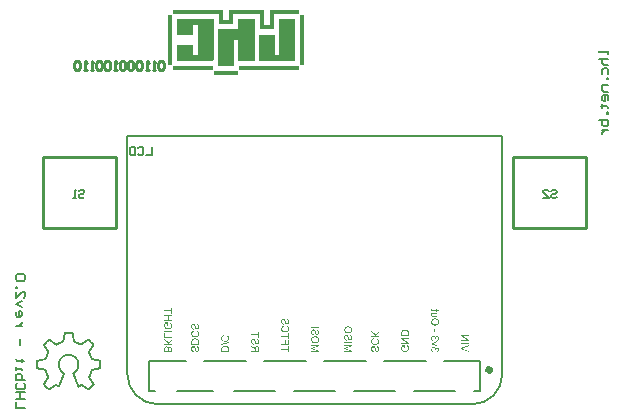
<source format=gbo>
G04*
G04 #@! TF.GenerationSoftware,Altium Limited,Altium Designer,24.2.2 (26)*
G04*
G04 Layer_Color=32896*
%FSLAX43Y43*%
%MOMM*%
G71*
G04*
G04 #@! TF.SameCoordinates,928B7802-305B-46AC-8759-79FB43F0BFC6*
G04*
G04*
G04 #@! TF.FilePolarity,Positive*
G04*
G01*
G75*
%ADD12C,0.200*%
%ADD13C,0.254*%
%ADD14C,0.150*%
%ADD71C,0.500*%
G36*
X24569Y43615D02*
X22439D01*
Y42337D01*
X21218D01*
Y43615D01*
X18974D01*
Y42763D01*
X17781D01*
Y43615D01*
X13919D01*
Y43956D01*
X18122D01*
Y43104D01*
X18633D01*
Y43956D01*
X21558D01*
Y42678D01*
X22070D01*
Y43956D01*
X24569D01*
Y43615D01*
D02*
G37*
G36*
X24228Y39668D02*
X21132D01*
Y41599D01*
Y41627D01*
Y41883D01*
X22496D01*
Y40179D01*
X22865D01*
Y43189D01*
X24228D01*
Y39668D01*
D02*
G37*
G36*
X17327Y39696D02*
X17298D01*
Y39668D01*
X14260D01*
Y41031D01*
X15623D01*
Y40179D01*
X15992D01*
Y42678D01*
X15623D01*
Y41826D01*
X14260D01*
Y43189D01*
X17327D01*
Y39696D01*
D02*
G37*
G36*
X20792Y39668D02*
X19428D01*
Y41372D01*
X19400D01*
Y41400D01*
X19059D01*
Y39242D01*
X17696D01*
Y42309D01*
X19428D01*
Y43189D01*
X20792D01*
Y39668D01*
D02*
G37*
G36*
X24995Y39327D02*
X24654D01*
Y43132D01*
Y43161D01*
Y43530D01*
X24995D01*
Y39327D01*
D02*
G37*
G36*
X13834Y42337D02*
Y42309D01*
Y39327D01*
X13464D01*
Y43530D01*
X13834D01*
Y42337D01*
D02*
G37*
G36*
X24569Y38872D02*
X19514D01*
Y39242D01*
X24569D01*
Y38872D01*
D02*
G37*
G36*
X17242Y39213D02*
X17270D01*
Y38901D01*
X17242D01*
Y38872D01*
X13919D01*
Y39242D01*
X17242D01*
Y39213D01*
D02*
G37*
G36*
X19400Y38759D02*
Y38730D01*
Y38446D01*
X17355D01*
Y38787D01*
X19400D01*
Y38759D01*
D02*
G37*
G36*
X5391Y16693D02*
X5419D01*
Y16684D01*
X5437D01*
Y16675D01*
X5446D01*
Y16666D01*
X5455D01*
Y16620D01*
X5464D01*
Y16575D01*
X5473D01*
Y16520D01*
X5482D01*
Y16465D01*
X5492D01*
Y16410D01*
X5501D01*
Y16356D01*
X5510D01*
Y16292D01*
X5519D01*
Y16237D01*
X5528D01*
Y16192D01*
X5537D01*
Y16146D01*
X5546D01*
Y16109D01*
X5555D01*
Y16082D01*
X5565D01*
Y16046D01*
X5574D01*
Y16018D01*
X5583D01*
Y16000D01*
X5592D01*
Y15973D01*
X5601D01*
Y15954D01*
X5610D01*
Y15945D01*
X5628D01*
Y15936D01*
X5637D01*
Y15927D01*
X5647D01*
Y15918D01*
X5665D01*
Y15909D01*
X5683D01*
Y15900D01*
X5701D01*
Y15891D01*
X5720D01*
Y15881D01*
X5738D01*
Y15872D01*
X5756D01*
Y15863D01*
X5774D01*
Y15854D01*
X5793D01*
Y15845D01*
X5811D01*
Y15836D01*
X5838D01*
Y15827D01*
X5856D01*
Y15818D01*
X5884D01*
Y15808D01*
X5911D01*
Y15799D01*
X5939D01*
Y15790D01*
X5966D01*
Y15781D01*
X5993D01*
Y15772D01*
X6030D01*
Y15763D01*
X6057D01*
Y15754D01*
X6066D01*
Y15763D01*
X6112D01*
Y15772D01*
X6148D01*
Y15781D01*
X6167D01*
Y15790D01*
X6194D01*
Y15799D01*
X6212D01*
Y15808D01*
X6221D01*
Y15818D01*
X6240D01*
Y15827D01*
X6258D01*
Y15836D01*
X6267D01*
Y15845D01*
X6285D01*
Y15854D01*
X6294D01*
Y15863D01*
X6303D01*
Y15872D01*
X6322D01*
Y15881D01*
X6331D01*
Y15891D01*
X6340D01*
Y15900D01*
X6358D01*
Y15909D01*
X6367D01*
Y15918D01*
X6376D01*
Y15927D01*
X6385D01*
Y15936D01*
X6404D01*
Y15945D01*
X6413D01*
Y15954D01*
X6422D01*
Y15964D01*
X6440D01*
Y15973D01*
X6449D01*
Y15982D01*
X6468D01*
Y15991D01*
X6477D01*
Y16000D01*
X6486D01*
Y16009D01*
X6504D01*
Y16018D01*
X6522D01*
Y16027D01*
X6531D01*
Y16036D01*
X6550D01*
Y16046D01*
X6559D01*
Y16055D01*
X6568D01*
Y16073D01*
X6586D01*
Y16082D01*
X6595D01*
Y16091D01*
X6604D01*
Y16100D01*
X6614D01*
Y16109D01*
X6632D01*
Y16119D01*
X6659D01*
Y16128D01*
X6741D01*
Y16119D01*
X6759D01*
Y16109D01*
X6778D01*
Y16100D01*
X6796D01*
Y16091D01*
X6805D01*
Y16082D01*
X6814D01*
Y16073D01*
X6823D01*
Y16064D01*
X6832D01*
Y16055D01*
X6842D01*
Y16046D01*
X6851D01*
Y16036D01*
X6860D01*
Y16027D01*
X6869D01*
Y16018D01*
X6878D01*
Y16000D01*
X6887D01*
Y15991D01*
X6896D01*
Y15982D01*
X6905D01*
Y15973D01*
X6915D01*
Y15964D01*
X6924D01*
Y15954D01*
X6933D01*
Y15945D01*
X6942D01*
Y15936D01*
X6951D01*
Y15927D01*
X6960D01*
Y15918D01*
X6969D01*
Y15909D01*
X6978D01*
Y15900D01*
X6988D01*
Y15891D01*
X6997D01*
Y15881D01*
X7006D01*
Y15872D01*
X7015D01*
Y15863D01*
X7024D01*
Y15854D01*
X7033D01*
Y15845D01*
X7042D01*
Y15836D01*
X7051D01*
Y15827D01*
X7060D01*
Y15818D01*
X7079D01*
Y15808D01*
X7088D01*
Y15799D01*
X7097D01*
Y15790D01*
X7106D01*
Y15781D01*
X7115D01*
Y15772D01*
X7124D01*
Y15763D01*
X7133D01*
Y15754D01*
X7143D01*
Y15745D01*
X7152D01*
Y15735D01*
X7161D01*
Y15726D01*
X7170D01*
Y15717D01*
X7179D01*
Y15699D01*
X7188D01*
Y15690D01*
X7197D01*
Y15681D01*
X7206D01*
Y15672D01*
X7216D01*
Y15663D01*
X7225D01*
Y15653D01*
X7234D01*
Y15635D01*
X7243D01*
Y15626D01*
X7252D01*
Y15608D01*
X7261D01*
Y15599D01*
X7252D01*
Y15580D01*
X7243D01*
Y15562D01*
X7234D01*
Y15553D01*
X7225D01*
Y15535D01*
X7216D01*
Y15526D01*
X7206D01*
Y15507D01*
X7197D01*
Y15489D01*
X7188D01*
Y15480D01*
X7179D01*
Y15462D01*
X7170D01*
Y15453D01*
X7161D01*
Y15434D01*
X7152D01*
Y15425D01*
X7143D01*
Y15407D01*
X7133D01*
Y15398D01*
X7124D01*
Y15380D01*
X7115D01*
Y15371D01*
X7106D01*
Y15361D01*
X7097D01*
Y15343D01*
X7088D01*
Y15334D01*
X7079D01*
Y15316D01*
X7070D01*
Y15307D01*
X7060D01*
Y15289D01*
X7051D01*
Y15279D01*
X7042D01*
Y15261D01*
X7033D01*
Y15252D01*
X7024D01*
Y15243D01*
X7015D01*
Y15225D01*
X7006D01*
Y15216D01*
X6997D01*
Y15197D01*
X6988D01*
Y15188D01*
X6978D01*
Y15170D01*
X6969D01*
Y15161D01*
X6960D01*
Y15152D01*
X6951D01*
Y15133D01*
X6942D01*
Y15124D01*
X6933D01*
Y15106D01*
X6924D01*
Y15097D01*
X6915D01*
Y15079D01*
X6905D01*
Y15070D01*
X6896D01*
Y15051D01*
X6887D01*
Y15042D01*
X6878D01*
Y15024D01*
X6869D01*
Y15015D01*
X6860D01*
Y14997D01*
X6851D01*
Y14988D01*
X6860D01*
Y14969D01*
X6869D01*
Y14951D01*
X6878D01*
Y14933D01*
X6887D01*
Y14905D01*
X6896D01*
Y14887D01*
X6905D01*
Y14860D01*
X6915D01*
Y14842D01*
X6924D01*
Y14814D01*
X6933D01*
Y14787D01*
X6942D01*
Y14769D01*
X6951D01*
Y14741D01*
X6960D01*
Y14723D01*
X6969D01*
Y14705D01*
X6978D01*
Y14686D01*
X6988D01*
Y14659D01*
X6997D01*
Y14641D01*
X7006D01*
Y14623D01*
X7015D01*
Y14604D01*
X7024D01*
Y14586D01*
X7033D01*
Y14568D01*
X7042D01*
Y14550D01*
X7051D01*
Y14541D01*
X7060D01*
Y14522D01*
X7070D01*
Y14513D01*
X7079D01*
Y14495D01*
X7088D01*
Y14486D01*
X7097D01*
Y14477D01*
X7124D01*
Y14468D01*
X7152D01*
Y14458D01*
X7188D01*
Y14449D01*
X7225D01*
Y14440D01*
X7252D01*
Y14431D01*
X7298D01*
Y14422D01*
X7352D01*
Y14413D01*
X7407D01*
Y14404D01*
X7453D01*
Y14395D01*
X7498D01*
Y14385D01*
X7553D01*
Y14376D01*
X7599D01*
Y14367D01*
X7644D01*
Y14358D01*
X7681D01*
Y14349D01*
X7717D01*
Y14340D01*
X7745D01*
Y14331D01*
X7772D01*
Y14322D01*
X7799D01*
Y14312D01*
X7808D01*
Y13893D01*
X7799D01*
Y13574D01*
X7790D01*
Y13565D01*
X7772D01*
Y13555D01*
X7754D01*
Y13546D01*
X7726D01*
Y13537D01*
X7699D01*
Y13528D01*
X7662D01*
Y13519D01*
X7626D01*
Y13510D01*
X7580D01*
Y13501D01*
X7517D01*
Y13492D01*
X7471D01*
Y13482D01*
X7416D01*
Y13473D01*
X7361D01*
Y13464D01*
X7316D01*
Y13455D01*
X7270D01*
Y13446D01*
X7234D01*
Y13437D01*
X7188D01*
Y13428D01*
X7143D01*
Y13419D01*
X7124D01*
Y13409D01*
X7106D01*
Y13400D01*
X7097D01*
Y13391D01*
X7088D01*
Y13382D01*
X7079D01*
Y13364D01*
X7070D01*
Y13355D01*
X7060D01*
Y13327D01*
X7051D01*
Y13309D01*
X7042D01*
Y13282D01*
X7033D01*
Y13264D01*
X7024D01*
Y13236D01*
X7015D01*
Y13209D01*
X7006D01*
Y13181D01*
X6997D01*
Y13163D01*
X6988D01*
Y13136D01*
X6978D01*
Y13108D01*
X6969D01*
Y13081D01*
X6960D01*
Y13063D01*
X6951D01*
Y13045D01*
X6942D01*
Y13017D01*
X6933D01*
Y12999D01*
X6924D01*
Y12981D01*
X6915D01*
Y12953D01*
X6905D01*
Y12917D01*
X6896D01*
Y12826D01*
X6905D01*
Y12798D01*
X6915D01*
Y12789D01*
X6924D01*
Y12780D01*
X6933D01*
Y12762D01*
X6942D01*
Y12753D01*
X6951D01*
Y12734D01*
X6960D01*
Y12716D01*
X6969D01*
Y12707D01*
X6978D01*
Y12689D01*
X6988D01*
Y12680D01*
X6997D01*
Y12661D01*
X7006D01*
Y12652D01*
X7015D01*
Y12643D01*
X7024D01*
Y12625D01*
X7033D01*
Y12616D01*
X7042D01*
Y12607D01*
X7051D01*
Y12589D01*
X7060D01*
Y12579D01*
X7070D01*
Y12561D01*
X7079D01*
Y12552D01*
X7088D01*
Y12534D01*
X7097D01*
Y12525D01*
X7106D01*
Y12516D01*
X7115D01*
Y12497D01*
X7124D01*
Y12488D01*
X7133D01*
Y12470D01*
X7143D01*
Y12461D01*
X7152D01*
Y12443D01*
X7161D01*
Y12433D01*
X7170D01*
Y12415D01*
X7179D01*
Y12406D01*
X7188D01*
Y12388D01*
X7197D01*
Y12379D01*
X7206D01*
Y12360D01*
X7216D01*
Y12342D01*
X7225D01*
Y12333D01*
X7234D01*
Y12315D01*
X7243D01*
Y12288D01*
X7252D01*
Y12269D01*
X7261D01*
Y12251D01*
X7252D01*
Y12242D01*
X7243D01*
Y12233D01*
X7234D01*
Y12224D01*
X7225D01*
Y12215D01*
X7216D01*
Y12205D01*
X7206D01*
Y12196D01*
X7197D01*
Y12187D01*
X7188D01*
Y12178D01*
X7179D01*
Y12169D01*
X7170D01*
Y12160D01*
X7161D01*
Y12151D01*
X7152D01*
Y12142D01*
X7143D01*
Y12132D01*
X7133D01*
Y12123D01*
X7124D01*
Y12114D01*
X7115D01*
Y12105D01*
X7106D01*
Y12087D01*
X7088D01*
Y12069D01*
X7079D01*
Y12059D01*
X7070D01*
Y12050D01*
X7060D01*
Y12041D01*
X7051D01*
Y12032D01*
X7042D01*
Y12023D01*
X7033D01*
Y12014D01*
X7024D01*
Y12005D01*
X7015D01*
Y11996D01*
X7006D01*
Y11986D01*
X6997D01*
Y11977D01*
X6988D01*
Y11968D01*
X6978D01*
Y11959D01*
X6969D01*
Y11950D01*
X6960D01*
Y11941D01*
X6951D01*
Y11932D01*
X6942D01*
Y11923D01*
X6933D01*
Y11914D01*
X6915D01*
Y11904D01*
X6905D01*
Y11895D01*
X6896D01*
Y11886D01*
X6887D01*
Y11877D01*
X6878D01*
Y11868D01*
X6869D01*
Y11859D01*
X6860D01*
Y11850D01*
X6851D01*
Y11841D01*
X6842D01*
Y11831D01*
X6832D01*
Y11822D01*
X6823D01*
Y11813D01*
X6814D01*
Y11804D01*
X6796D01*
Y11795D01*
X6787D01*
Y11786D01*
X6778D01*
Y11777D01*
X6769D01*
Y11768D01*
X6759D01*
Y11758D01*
X6750D01*
Y11749D01*
X6714D01*
Y11758D01*
X6696D01*
Y11768D01*
X6668D01*
Y11777D01*
X6650D01*
Y11786D01*
X6632D01*
Y11795D01*
X6614D01*
Y11804D01*
X6604D01*
Y11813D01*
X6586D01*
Y11822D01*
X6568D01*
Y11831D01*
X6559D01*
Y11841D01*
X6541D01*
Y11850D01*
X6531D01*
Y11859D01*
X6513D01*
Y11868D01*
X6504D01*
Y11877D01*
X6486D01*
Y11886D01*
X6477D01*
Y11895D01*
X6458D01*
Y11904D01*
X6449D01*
Y11914D01*
X6431D01*
Y11923D01*
X6422D01*
Y11932D01*
X6413D01*
Y11941D01*
X6395D01*
Y11950D01*
X6385D01*
Y11959D01*
X6376D01*
Y11968D01*
X6358D01*
Y11977D01*
X6349D01*
Y11986D01*
X6331D01*
Y11996D01*
X6322D01*
Y12005D01*
X6303D01*
Y12014D01*
X6294D01*
Y12023D01*
X6276D01*
Y12032D01*
X6267D01*
Y12041D01*
X6249D01*
Y12050D01*
X6230D01*
Y12059D01*
X6212D01*
Y12069D01*
X6203D01*
Y12078D01*
X6185D01*
Y12087D01*
X6176D01*
Y12096D01*
X6148D01*
Y12105D01*
X6121D01*
Y12096D01*
X6084D01*
Y12087D01*
X6066D01*
Y12078D01*
X6057D01*
Y12069D01*
X6039D01*
Y12059D01*
X6021D01*
Y12050D01*
X6011D01*
Y12041D01*
X5993D01*
Y12032D01*
X5984D01*
Y12023D01*
X5966D01*
Y12014D01*
X5948D01*
Y12005D01*
X5929D01*
Y11996D01*
X5902D01*
Y11986D01*
X5856D01*
Y11996D01*
X5847D01*
Y12005D01*
X5838D01*
Y12014D01*
X5829D01*
Y12023D01*
X5820D01*
Y12041D01*
X5811D01*
Y12059D01*
X5802D01*
Y12087D01*
X5793D01*
Y12114D01*
X5783D01*
Y12142D01*
X5774D01*
Y12169D01*
X5765D01*
Y12178D01*
X5756D01*
Y12196D01*
X5747D01*
Y12224D01*
X5738D01*
Y12242D01*
X5729D01*
Y12269D01*
X5720D01*
Y12288D01*
X5710D01*
Y12315D01*
X5701D01*
Y12333D01*
X5692D01*
Y12360D01*
X5683D01*
Y12379D01*
X5674D01*
Y12397D01*
X5665D01*
Y12424D01*
X5656D01*
Y12443D01*
X5647D01*
Y12470D01*
X5637D01*
Y12488D01*
X5628D01*
Y12506D01*
X5619D01*
Y12525D01*
X5610D01*
Y12552D01*
X5601D01*
Y12570D01*
X5592D01*
Y12598D01*
X5583D01*
Y12616D01*
X5574D01*
Y12634D01*
X5565D01*
Y12652D01*
X5555D01*
Y12680D01*
X5546D01*
Y12698D01*
X5537D01*
Y12725D01*
X5528D01*
Y12744D01*
X5519D01*
Y12771D01*
X5510D01*
Y12789D01*
X5501D01*
Y12807D01*
X5492D01*
Y12835D01*
X5482D01*
Y12853D01*
X5473D01*
Y12880D01*
X5464D01*
Y12908D01*
X5455D01*
Y12926D01*
X5446D01*
Y12953D01*
X5437D01*
Y12972D01*
X5428D01*
Y12999D01*
X5419D01*
Y13026D01*
X5409D01*
Y13045D01*
X5400D01*
Y13072D01*
X5391D01*
Y13099D01*
X5382D01*
Y13136D01*
X5373D01*
Y13163D01*
X5364D01*
Y13191D01*
X5355D01*
Y13209D01*
X5373D01*
Y13227D01*
X5382D01*
Y13236D01*
X5400D01*
Y13254D01*
X5419D01*
Y13264D01*
X5428D01*
Y13273D01*
X5437D01*
Y13282D01*
X5446D01*
Y13291D01*
X5455D01*
Y13300D01*
X5464D01*
Y13309D01*
X5473D01*
Y13318D01*
X5482D01*
Y13327D01*
X5501D01*
Y13336D01*
X5510D01*
Y13346D01*
X5519D01*
Y13355D01*
X5528D01*
Y13364D01*
X5537D01*
Y13373D01*
X5546D01*
Y13382D01*
X5555D01*
Y13391D01*
X5565D01*
Y13400D01*
X5574D01*
Y13409D01*
X5583D01*
Y13419D01*
X5592D01*
Y13428D01*
X5601D01*
Y13437D01*
X5610D01*
Y13446D01*
X5619D01*
Y13455D01*
X5628D01*
Y13464D01*
X5637D01*
Y13473D01*
X5647D01*
Y13482D01*
X5656D01*
Y13492D01*
X5665D01*
Y13501D01*
X5674D01*
Y13519D01*
X5683D01*
Y13528D01*
X5692D01*
Y13546D01*
X5701D01*
Y13555D01*
X5710D01*
Y13574D01*
X5720D01*
Y13592D01*
X5729D01*
Y13610D01*
X5738D01*
Y13637D01*
X5747D01*
Y13665D01*
X5756D01*
Y13692D01*
X5765D01*
Y13720D01*
X5774D01*
Y13747D01*
X5783D01*
Y13802D01*
X5793D01*
Y13902D01*
X5802D01*
Y13948D01*
X5793D01*
Y13966D01*
X5802D01*
Y13984D01*
X5793D01*
Y14066D01*
X5783D01*
Y14112D01*
X5774D01*
Y14148D01*
X5765D01*
Y14167D01*
X5756D01*
Y14194D01*
X5747D01*
Y14221D01*
X5738D01*
Y14249D01*
X5729D01*
Y14267D01*
X5720D01*
Y14285D01*
X5710D01*
Y14303D01*
X5701D01*
Y14322D01*
X5692D01*
Y14331D01*
X5683D01*
Y14349D01*
X5674D01*
Y14367D01*
X5665D01*
Y14376D01*
X5656D01*
Y14395D01*
X5647D01*
Y14404D01*
X5637D01*
Y14413D01*
X5628D01*
Y14431D01*
X5619D01*
Y14440D01*
X5610D01*
Y14449D01*
X5601D01*
Y14458D01*
X5592D01*
Y14468D01*
X5583D01*
Y14477D01*
X5574D01*
Y14486D01*
X5565D01*
Y14495D01*
X5555D01*
Y14504D01*
X5546D01*
Y14513D01*
X5537D01*
Y14522D01*
X5528D01*
Y14531D01*
X5510D01*
Y14541D01*
X5501D01*
Y14550D01*
X5492D01*
Y14559D01*
X5473D01*
Y14568D01*
X5464D01*
Y14577D01*
X5446D01*
Y14586D01*
X5428D01*
Y14595D01*
X5419D01*
Y14604D01*
X5400D01*
Y14614D01*
X5373D01*
Y14623D01*
X5355D01*
Y14632D01*
X5327D01*
Y14641D01*
X5300D01*
Y14650D01*
X5264D01*
Y14659D01*
X5227D01*
Y14668D01*
X5181D01*
Y14677D01*
X5118D01*
Y14686D01*
X5026D01*
Y14677D01*
X4944D01*
Y14668D01*
X4899D01*
Y14659D01*
X4862D01*
Y14650D01*
X4835D01*
Y14641D01*
X4807D01*
Y14632D01*
X4780D01*
Y14623D01*
X4753D01*
Y14614D01*
X4734D01*
Y14604D01*
X4716D01*
Y14595D01*
X4698D01*
Y14586D01*
X4689D01*
Y14577D01*
X4671D01*
Y14568D01*
X4652D01*
Y14559D01*
X4643D01*
Y14550D01*
X4625D01*
Y14541D01*
X4607D01*
Y14531D01*
X4598D01*
Y14522D01*
X4589D01*
Y14513D01*
X4579D01*
Y14504D01*
X4561D01*
Y14495D01*
X4552D01*
Y14486D01*
X4543D01*
Y14477D01*
X4534D01*
Y14468D01*
X4525D01*
Y14458D01*
X4516D01*
Y14449D01*
X4506D01*
Y14440D01*
X4497D01*
Y14431D01*
X4488D01*
Y14422D01*
X4479D01*
Y14413D01*
X4470D01*
Y14404D01*
X4461D01*
Y14385D01*
X4452D01*
Y14376D01*
X4443D01*
Y14367D01*
X4433D01*
Y14358D01*
X4424D01*
Y14340D01*
X4415D01*
Y14322D01*
X4406D01*
Y14312D01*
X4397D01*
Y14294D01*
X4388D01*
Y14276D01*
X4379D01*
Y14258D01*
X4370D01*
Y14240D01*
X4360D01*
Y14221D01*
X4351D01*
Y14194D01*
X4342D01*
Y14157D01*
X4333D01*
Y14130D01*
X4324D01*
Y14084D01*
X4315D01*
Y13975D01*
X4306D01*
Y13875D01*
X4315D01*
Y13811D01*
X4324D01*
Y13765D01*
X4333D01*
Y13729D01*
X4342D01*
Y13701D01*
X4351D01*
Y13674D01*
X4360D01*
Y13647D01*
X4370D01*
Y13628D01*
X4379D01*
Y13610D01*
X4388D01*
Y13592D01*
X4397D01*
Y13583D01*
X4406D01*
Y13565D01*
X4415D01*
Y13546D01*
X4424D01*
Y13537D01*
X4433D01*
Y13519D01*
X4443D01*
Y13510D01*
X4452D01*
Y13492D01*
X4461D01*
Y13482D01*
X4470D01*
Y13473D01*
X4479D01*
Y13455D01*
X4488D01*
Y13446D01*
X4497D01*
Y13437D01*
X4506D01*
Y13428D01*
X4516D01*
Y13419D01*
X4525D01*
Y13409D01*
X4534D01*
Y13400D01*
X4543D01*
Y13391D01*
X4552D01*
Y13382D01*
X4561D01*
Y13373D01*
X4570D01*
Y13364D01*
X4579D01*
Y13355D01*
X4589D01*
Y13346D01*
X4598D01*
Y13336D01*
X4607D01*
Y13327D01*
X4616D01*
Y13318D01*
X4625D01*
Y13309D01*
X4643D01*
Y13300D01*
X4652D01*
Y13291D01*
X4661D01*
Y13282D01*
X4680D01*
Y13273D01*
X4689D01*
Y13264D01*
X4707D01*
Y13254D01*
X4716D01*
Y13245D01*
X4734D01*
Y13236D01*
X4744D01*
Y13227D01*
X4753D01*
Y13163D01*
X4744D01*
Y13127D01*
X4734D01*
Y13090D01*
X4725D01*
Y13063D01*
X4716D01*
Y13045D01*
X4707D01*
Y13026D01*
X4698D01*
Y12999D01*
X4689D01*
Y12981D01*
X4680D01*
Y12953D01*
X4671D01*
Y12935D01*
X4661D01*
Y12917D01*
X4652D01*
Y12899D01*
X4643D01*
Y12871D01*
X4634D01*
Y12853D01*
X4625D01*
Y12835D01*
X4616D01*
Y12817D01*
X4607D01*
Y12798D01*
X4598D01*
Y12771D01*
X4589D01*
Y12753D01*
X4579D01*
Y12725D01*
X4570D01*
Y12707D01*
X4561D01*
Y12680D01*
X4552D01*
Y12652D01*
X4543D01*
Y12634D01*
X4534D01*
Y12616D01*
X4525D01*
Y12589D01*
X4516D01*
Y12570D01*
X4506D01*
Y12552D01*
X4497D01*
Y12525D01*
X4488D01*
Y12506D01*
X4479D01*
Y12479D01*
X4470D01*
Y12461D01*
X4461D01*
Y12433D01*
X4452D01*
Y12406D01*
X4443D01*
Y12388D01*
X4433D01*
Y12360D01*
X4424D01*
Y12342D01*
X4415D01*
Y12315D01*
X4406D01*
Y12297D01*
X4397D01*
Y12269D01*
X4388D01*
Y12251D01*
X4379D01*
Y12233D01*
X4370D01*
Y12215D01*
X4360D01*
Y12187D01*
X4351D01*
Y12169D01*
X4342D01*
Y12151D01*
X4333D01*
Y12132D01*
X4324D01*
Y12114D01*
X4315D01*
Y12096D01*
X4306D01*
Y12078D01*
X4297D01*
Y12069D01*
X4287D01*
Y12050D01*
X4278D01*
Y12032D01*
X4269D01*
Y12014D01*
X4260D01*
Y12005D01*
X4187D01*
Y12014D01*
X4160D01*
Y12023D01*
X4142D01*
Y12032D01*
X4123D01*
Y12041D01*
X4105D01*
Y12050D01*
X4087D01*
Y12059D01*
X4069D01*
Y12069D01*
X4050D01*
Y12078D01*
X4032D01*
Y12087D01*
X4005D01*
Y12096D01*
X3968D01*
Y12105D01*
X3941D01*
Y12096D01*
X3914D01*
Y12087D01*
X3895D01*
Y12078D01*
X3886D01*
Y12069D01*
X3877D01*
Y12059D01*
X3868D01*
Y12050D01*
X3859D01*
Y12041D01*
X3841D01*
Y12032D01*
X3831D01*
Y12023D01*
X3813D01*
Y12014D01*
X3804D01*
Y12005D01*
X3786D01*
Y11996D01*
X3777D01*
Y11986D01*
X3758D01*
Y11977D01*
X3749D01*
Y11968D01*
X3731D01*
Y11959D01*
X3722D01*
Y11950D01*
X3713D01*
Y11941D01*
X3695D01*
Y11932D01*
X3685D01*
Y11923D01*
X3667D01*
Y11914D01*
X3658D01*
Y11904D01*
X3640D01*
Y11895D01*
X3631D01*
Y11886D01*
X3612D01*
Y11877D01*
X3603D01*
Y11868D01*
X3594D01*
Y11859D01*
X3576D01*
Y11850D01*
X3567D01*
Y11841D01*
X3549D01*
Y11831D01*
X3530D01*
Y11822D01*
X3521D01*
Y11813D01*
X3503D01*
Y11804D01*
X3485D01*
Y11795D01*
X3476D01*
Y11786D01*
X3457D01*
Y11777D01*
X3439D01*
Y11768D01*
X3421D01*
Y11758D01*
X3403D01*
Y11749D01*
X3384D01*
Y11740D01*
X3366D01*
Y11749D01*
X3357D01*
Y11758D01*
X3348D01*
Y11768D01*
X3339D01*
Y11777D01*
X3321D01*
Y11786D01*
X3311D01*
Y11795D01*
X3302D01*
Y11804D01*
X3284D01*
Y11813D01*
X3275D01*
Y11822D01*
X3266D01*
Y11831D01*
X3257D01*
Y11841D01*
X3248D01*
Y11850D01*
X3239D01*
Y11859D01*
X3229D01*
Y11868D01*
X3211D01*
Y11877D01*
X3202D01*
Y11886D01*
X3193D01*
Y11895D01*
X3184D01*
Y11904D01*
X3175D01*
Y11914D01*
X3166D01*
Y11923D01*
X3156D01*
Y11932D01*
X3147D01*
Y11941D01*
X3138D01*
Y11950D01*
X3129D01*
Y11959D01*
X3120D01*
Y11968D01*
X3111D01*
Y11977D01*
X3102D01*
Y11986D01*
X3093D01*
Y11996D01*
X3083D01*
Y12005D01*
X3074D01*
Y12014D01*
X3065D01*
Y12023D01*
X3056D01*
Y12032D01*
X3047D01*
Y12041D01*
X3038D01*
Y12050D01*
X3029D01*
Y12059D01*
X3020D01*
Y12069D01*
X3010D01*
Y12078D01*
X3001D01*
Y12087D01*
X2992D01*
Y12105D01*
X2983D01*
Y12114D01*
X2974D01*
Y12123D01*
X2965D01*
Y12132D01*
X2956D01*
Y12142D01*
X2947D01*
Y12151D01*
X2938D01*
Y12160D01*
X2928D01*
Y12169D01*
X2919D01*
Y12178D01*
X2910D01*
Y12187D01*
X2901D01*
Y12205D01*
X2892D01*
Y12215D01*
X2883D01*
Y12224D01*
X2874D01*
Y12233D01*
X2865D01*
Y12242D01*
X2855D01*
Y12269D01*
X2865D01*
Y12297D01*
X2874D01*
Y12324D01*
X2883D01*
Y12342D01*
X2892D01*
Y12360D01*
X2901D01*
Y12379D01*
X2910D01*
Y12388D01*
X2919D01*
Y12406D01*
X2928D01*
Y12415D01*
X2938D01*
Y12433D01*
X2947D01*
Y12443D01*
X2956D01*
Y12461D01*
X2965D01*
Y12470D01*
X2974D01*
Y12479D01*
X2983D01*
Y12497D01*
X2992D01*
Y12506D01*
X3001D01*
Y12516D01*
X3010D01*
Y12534D01*
X3020D01*
Y12543D01*
X3029D01*
Y12561D01*
X3038D01*
Y12570D01*
X3047D01*
Y12579D01*
X3056D01*
Y12598D01*
X3065D01*
Y12616D01*
X3074D01*
Y12634D01*
X3083D01*
Y12643D01*
X3093D01*
Y12661D01*
X3102D01*
Y12671D01*
X3111D01*
Y12689D01*
X3120D01*
Y12698D01*
X3129D01*
Y12716D01*
X3138D01*
Y12725D01*
X3147D01*
Y12744D01*
X3156D01*
Y12753D01*
X3166D01*
Y12771D01*
X3175D01*
Y12780D01*
X3184D01*
Y12798D01*
X3193D01*
Y12817D01*
X3202D01*
Y12853D01*
X3211D01*
Y12935D01*
X3202D01*
Y12962D01*
X3193D01*
Y12981D01*
X3184D01*
Y12999D01*
X3175D01*
Y13017D01*
X3166D01*
Y13045D01*
X3156D01*
Y13063D01*
X3147D01*
Y13099D01*
X3138D01*
Y13127D01*
X3129D01*
Y13145D01*
X3120D01*
Y13172D01*
X3111D01*
Y13200D01*
X3102D01*
Y13218D01*
X3093D01*
Y13245D01*
X3083D01*
Y13264D01*
X3074D01*
Y13291D01*
X3065D01*
Y13309D01*
X3056D01*
Y13327D01*
X3047D01*
Y13355D01*
X3038D01*
Y13373D01*
X3029D01*
Y13391D01*
X3020D01*
Y13409D01*
X3010D01*
Y13419D01*
X2974D01*
Y13428D01*
X2928D01*
Y13437D01*
X2883D01*
Y13446D01*
X2837D01*
Y13455D01*
X2782D01*
Y13464D01*
X2737D01*
Y13473D01*
X2691D01*
Y13482D01*
X2636D01*
Y13492D01*
X2591D01*
Y13501D01*
X2536D01*
Y13510D01*
X2491D01*
Y13519D01*
X2454D01*
Y13528D01*
X2418D01*
Y13537D01*
X2381D01*
Y13546D01*
X2354D01*
Y13555D01*
X2326D01*
Y13565D01*
X2308D01*
Y13574D01*
X2299D01*
Y14303D01*
X2308D01*
Y14312D01*
X2326D01*
Y14322D01*
X2354D01*
Y14331D01*
X2372D01*
Y14340D01*
X2399D01*
Y14349D01*
X2427D01*
Y14358D01*
X2472D01*
Y14367D01*
X2518D01*
Y14376D01*
X2573D01*
Y14385D01*
X2627D01*
Y14395D01*
X2682D01*
Y14404D01*
X2728D01*
Y14413D01*
X2782D01*
Y14422D01*
X2837D01*
Y14431D01*
X2874D01*
Y14440D01*
X2910D01*
Y14449D01*
X2947D01*
Y14458D01*
X2974D01*
Y14468D01*
X2992D01*
Y14477D01*
X3001D01*
Y14486D01*
X3010D01*
Y14495D01*
X3020D01*
Y14504D01*
X3029D01*
Y14513D01*
X3038D01*
Y14522D01*
X3047D01*
Y14531D01*
X3056D01*
Y14541D01*
X3065D01*
Y14559D01*
X3074D01*
Y14577D01*
X3083D01*
Y14586D01*
X3093D01*
Y14614D01*
X3102D01*
Y14632D01*
X3111D01*
Y14650D01*
X3120D01*
Y14677D01*
X3129D01*
Y14696D01*
X3138D01*
Y14723D01*
X3147D01*
Y14750D01*
X3156D01*
Y14778D01*
X3166D01*
Y14796D01*
X3175D01*
Y14814D01*
X3184D01*
Y14832D01*
X3193D01*
Y14851D01*
X3202D01*
Y14869D01*
X3211D01*
Y14896D01*
X3220D01*
Y14924D01*
X3229D01*
Y14969D01*
X3239D01*
Y14988D01*
X3229D01*
Y15024D01*
X3220D01*
Y15051D01*
X3211D01*
Y15060D01*
X3202D01*
Y15070D01*
X3193D01*
Y15088D01*
X3184D01*
Y15097D01*
X3175D01*
Y15115D01*
X3166D01*
Y15124D01*
X3156D01*
Y15143D01*
X3147D01*
Y15152D01*
X3138D01*
Y15170D01*
X3129D01*
Y15188D01*
X3120D01*
Y15197D01*
X3111D01*
Y15216D01*
X3102D01*
Y15225D01*
X3093D01*
Y15243D01*
X3083D01*
Y15252D01*
X3074D01*
Y15270D01*
X3065D01*
Y15279D01*
X3056D01*
Y15298D01*
X3047D01*
Y15307D01*
X3038D01*
Y15316D01*
X3029D01*
Y15334D01*
X3020D01*
Y15343D01*
X3010D01*
Y15361D01*
X3001D01*
Y15371D01*
X2992D01*
Y15389D01*
X2983D01*
Y15398D01*
X2974D01*
Y15416D01*
X2965D01*
Y15425D01*
X2956D01*
Y15444D01*
X2947D01*
Y15453D01*
X2938D01*
Y15471D01*
X2928D01*
Y15489D01*
X2919D01*
Y15498D01*
X2910D01*
Y15517D01*
X2901D01*
Y15526D01*
X2892D01*
Y15544D01*
X2883D01*
Y15562D01*
X2874D01*
Y15580D01*
X2865D01*
Y15590D01*
X2855D01*
Y15617D01*
X2865D01*
Y15635D01*
X2874D01*
Y15644D01*
X2883D01*
Y15663D01*
X2892D01*
Y15672D01*
X2901D01*
Y15681D01*
X2910D01*
Y15699D01*
X2919D01*
Y15708D01*
X2928D01*
Y15717D01*
X2938D01*
Y15726D01*
X2947D01*
Y15735D01*
X2956D01*
Y15754D01*
X2965D01*
Y15763D01*
X2974D01*
Y15772D01*
X2983D01*
Y15781D01*
X2992D01*
Y15790D01*
X3001D01*
Y15799D01*
X3010D01*
Y15808D01*
X3020D01*
Y15818D01*
X3029D01*
Y15827D01*
X3038D01*
Y15836D01*
X3047D01*
Y15845D01*
X3056D01*
Y15854D01*
X3065D01*
Y15863D01*
X3074D01*
Y15872D01*
X3083D01*
Y15881D01*
X3093D01*
Y15891D01*
X3102D01*
Y15900D01*
X3111D01*
Y15909D01*
X3120D01*
Y15918D01*
X3129D01*
Y15927D01*
X3147D01*
Y15936D01*
X3156D01*
Y15945D01*
X3166D01*
Y15954D01*
X3175D01*
Y15964D01*
X3184D01*
Y15973D01*
X3193D01*
Y15982D01*
X3202D01*
Y15991D01*
X3211D01*
Y16000D01*
X3220D01*
Y16009D01*
X3229D01*
Y16018D01*
X3239D01*
Y16027D01*
X3248D01*
Y16036D01*
X3257D01*
Y16046D01*
X3266D01*
Y16055D01*
X3275D01*
Y16064D01*
X3284D01*
Y16073D01*
X3293D01*
Y16082D01*
X3302D01*
Y16091D01*
X3311D01*
Y16100D01*
X3321D01*
Y16109D01*
X3330D01*
Y16119D01*
X3339D01*
Y16128D01*
X3357D01*
Y16137D01*
X3421D01*
Y16128D01*
X3448D01*
Y16119D01*
X3467D01*
Y16109D01*
X3476D01*
Y16100D01*
X3494D01*
Y16091D01*
X3503D01*
Y16082D01*
X3512D01*
Y16073D01*
X3530D01*
Y16064D01*
X3540D01*
Y16055D01*
X3549D01*
Y16046D01*
X3558D01*
Y16036D01*
X3567D01*
Y16027D01*
X3585D01*
Y16018D01*
X3594D01*
Y16009D01*
X3603D01*
Y16000D01*
X3612D01*
Y15991D01*
X3631D01*
Y15982D01*
X3640D01*
Y15973D01*
X3649D01*
Y15964D01*
X3667D01*
Y15954D01*
X3685D01*
Y15945D01*
X3704D01*
Y15936D01*
X3722D01*
Y15927D01*
X3731D01*
Y15918D01*
X3740D01*
Y15909D01*
X3758D01*
Y15900D01*
X3768D01*
Y15891D01*
X3786D01*
Y15881D01*
X3795D01*
Y15872D01*
X3813D01*
Y15863D01*
X3822D01*
Y15854D01*
X3841D01*
Y15845D01*
X3850D01*
Y15836D01*
X3868D01*
Y15827D01*
X3877D01*
Y15818D01*
X3895D01*
Y15808D01*
X3914D01*
Y15799D01*
X3923D01*
Y15790D01*
X3941D01*
Y15781D01*
X3959D01*
Y15772D01*
X3968D01*
Y15763D01*
X3986D01*
Y15754D01*
X4005D01*
Y15745D01*
X4041D01*
Y15754D01*
X4059D01*
Y15763D01*
X4087D01*
Y15772D01*
X4114D01*
Y15781D01*
X4132D01*
Y15790D01*
X4160D01*
Y15799D01*
X4187D01*
Y15808D01*
X4215D01*
Y15818D01*
X4242D01*
Y15827D01*
X4269D01*
Y15836D01*
X4287D01*
Y15845D01*
X4315D01*
Y15854D01*
X4333D01*
Y15863D01*
X4360D01*
Y15872D01*
X4379D01*
Y15881D01*
X4397D01*
Y15891D01*
X4415D01*
Y15900D01*
X4433D01*
Y15909D01*
X4452D01*
Y15918D01*
X4470D01*
Y15927D01*
X4479D01*
Y15936D01*
X4497D01*
Y15945D01*
X4516D01*
Y15954D01*
X4525D01*
Y15991D01*
X4534D01*
Y16036D01*
X4543D01*
Y16082D01*
X4552D01*
Y16128D01*
X4561D01*
Y16173D01*
X4570D01*
Y16219D01*
X4579D01*
Y16265D01*
X4589D01*
Y16319D01*
X4598D01*
Y16374D01*
X4607D01*
Y16429D01*
X4616D01*
Y16465D01*
X4625D01*
Y16511D01*
X4634D01*
Y16538D01*
X4643D01*
Y16575D01*
X4652D01*
Y16611D01*
X4661D01*
Y16639D01*
X4671D01*
Y16666D01*
X4689D01*
Y16675D01*
X4725D01*
Y16684D01*
X4762D01*
Y16693D01*
X4826D01*
Y16702D01*
X4999D01*
Y16693D01*
X5291D01*
Y16702D01*
X5391D01*
Y16693D01*
D02*
G37*
G36*
X15640Y17395D02*
X15657Y17392D01*
X15673Y17387D01*
X15686Y17383D01*
X15697Y17377D01*
X15705Y17373D01*
X15710Y17370D01*
X15712Y17369D01*
X15726Y17358D01*
X15739Y17345D01*
X15750Y17331D01*
X15760Y17317D01*
X15767Y17305D01*
X15773Y17295D01*
X15775Y17291D01*
X15777Y17288D01*
X15778Y17286D01*
Y17286D01*
X15781Y17278D01*
X15784Y17269D01*
X15788Y17259D01*
X15791Y17248D01*
X15798Y17224D01*
X15804Y17200D01*
X15807Y17189D01*
X15810Y17179D01*
X15813Y17169D01*
X15815Y17161D01*
X15816Y17154D01*
X15817Y17149D01*
X15818Y17145D01*
Y17144D01*
X15823Y17126D01*
X15827Y17109D01*
X15831Y17094D01*
X15835Y17081D01*
X15840Y17069D01*
X15843Y17059D01*
X15847Y17050D01*
X15850Y17041D01*
X15853Y17035D01*
X15856Y17029D01*
X15858Y17026D01*
X15861Y17022D01*
X15864Y17017D01*
X15865Y17016D01*
X15874Y17008D01*
X15883Y17003D01*
X15892Y16998D01*
X15901Y16995D01*
X15909Y16993D01*
X15915Y16992D01*
X15919D01*
X15921D01*
X15936Y16994D01*
X15949Y16998D01*
X15960Y17004D01*
X15970Y17010D01*
X15977Y17016D01*
X15984Y17021D01*
X15987Y17025D01*
X15988Y17027D01*
X15993Y17034D01*
X15998Y17041D01*
X16005Y17059D01*
X16010Y17077D01*
X16013Y17096D01*
X16015Y17113D01*
X16016Y17120D01*
X16017Y17126D01*
Y17139D01*
X16016Y17164D01*
X16012Y17188D01*
X16007Y17206D01*
X16001Y17222D01*
X15996Y17234D01*
X15990Y17243D01*
X15987Y17248D01*
X15986Y17249D01*
X15973Y17262D01*
X15959Y17273D01*
X15944Y17281D01*
X15929Y17286D01*
X15915Y17290D01*
X15905Y17293D01*
X15901Y17294D01*
X15898Y17295D01*
X15896D01*
X15895D01*
X15901Y17376D01*
X15922Y17374D01*
X15940Y17370D01*
X15958Y17365D01*
X15973Y17359D01*
X15985Y17353D01*
X15994Y17348D01*
X15997Y17347D01*
X16000Y17345D01*
X16000Y17344D01*
X16001D01*
X16017Y17332D01*
X16031Y17319D01*
X16043Y17305D01*
X16052Y17291D01*
X16061Y17279D01*
X16065Y17270D01*
X16067Y17266D01*
X16069Y17263D01*
X16070Y17261D01*
Y17261D01*
X16077Y17240D01*
X16083Y17218D01*
X16087Y17198D01*
X16090Y17178D01*
X16092Y17161D01*
Y17154D01*
X16093Y17148D01*
Y17136D01*
X16092Y17112D01*
X16089Y17090D01*
X16085Y17070D01*
X16082Y17053D01*
X16078Y17039D01*
X16076Y17032D01*
X16074Y17028D01*
X16073Y17024D01*
X16072Y17021D01*
X16071Y17019D01*
Y17018D01*
X16061Y17000D01*
X16051Y16983D01*
X16040Y16969D01*
X16030Y16958D01*
X16021Y16950D01*
X16013Y16943D01*
X16008Y16939D01*
X16007Y16938D01*
X16006D01*
X15990Y16929D01*
X15975Y16922D01*
X15959Y16918D01*
X15945Y16915D01*
X15933Y16913D01*
X15924Y16911D01*
X15920D01*
X15917D01*
X15916D01*
X15915D01*
X15900Y16912D01*
X15885Y16915D01*
X15871Y16918D01*
X15859Y16922D01*
X15850Y16926D01*
X15842Y16930D01*
X15838Y16932D01*
X15836Y16933D01*
X15823Y16942D01*
X15811Y16954D01*
X15801Y16965D01*
X15792Y16976D01*
X15785Y16985D01*
X15780Y16993D01*
X15777Y16999D01*
X15776Y17000D01*
Y17001D01*
X15772Y17008D01*
X15768Y17016D01*
X15762Y17035D01*
X15755Y17056D01*
X15749Y17077D01*
X15743Y17095D01*
X15742Y17103D01*
X15740Y17111D01*
X15738Y17116D01*
X15737Y17121D01*
X15736Y17124D01*
Y17125D01*
X15732Y17140D01*
X15729Y17155D01*
X15725Y17168D01*
X15722Y17179D01*
X15719Y17190D01*
X15717Y17200D01*
X15715Y17208D01*
X15712Y17214D01*
X15710Y17221D01*
X15709Y17225D01*
X15706Y17233D01*
X15705Y17237D01*
X15705Y17238D01*
X15699Y17252D01*
X15693Y17264D01*
X15686Y17274D01*
X15681Y17282D01*
X15675Y17288D01*
X15671Y17292D01*
X15669Y17295D01*
X15668Y17296D01*
X15659Y17302D01*
X15650Y17307D01*
X15641Y17310D01*
X15633Y17312D01*
X15626Y17313D01*
X15620Y17314D01*
X15616D01*
X15615D01*
X15604Y17313D01*
X15594Y17311D01*
X15584Y17309D01*
X15577Y17305D01*
X15570Y17301D01*
X15565Y17298D01*
X15561Y17297D01*
X15560Y17296D01*
X15551Y17288D01*
X15544Y17279D01*
X15537Y17270D01*
X15531Y17261D01*
X15527Y17253D01*
X15523Y17247D01*
X15522Y17242D01*
X15521Y17240D01*
X15516Y17226D01*
X15512Y17212D01*
X15510Y17197D01*
X15509Y17184D01*
X15508Y17173D01*
X15507Y17163D01*
Y17155D01*
X15508Y17135D01*
X15509Y17116D01*
X15512Y17100D01*
X15516Y17085D01*
X15520Y17073D01*
X15522Y17064D01*
X15523Y17061D01*
X15524Y17058D01*
X15525Y17057D01*
Y17056D01*
X15533Y17041D01*
X15541Y17028D01*
X15549Y17017D01*
X15558Y17008D01*
X15564Y17001D01*
X15571Y16996D01*
X15574Y16993D01*
X15575Y16992D01*
X15587Y16986D01*
X15600Y16979D01*
X15614Y16976D01*
X15626Y16972D01*
X15638Y16969D01*
X15646Y16967D01*
X15650D01*
X15653Y16967D01*
X15654D01*
X15655D01*
X15647Y16887D01*
X15624Y16889D01*
X15602Y16893D01*
X15583Y16898D01*
X15565Y16905D01*
X15551Y16911D01*
X15546Y16914D01*
X15541Y16916D01*
X15537Y16918D01*
X15534Y16919D01*
X15533Y16921D01*
X15532D01*
X15514Y16935D01*
X15498Y16950D01*
X15485Y16966D01*
X15474Y16980D01*
X15466Y16993D01*
X15460Y17004D01*
X15459Y17008D01*
X15457Y17011D01*
X15456Y17013D01*
Y17014D01*
X15448Y17037D01*
X15441Y17061D01*
X15437Y17085D01*
X15434Y17108D01*
X15433Y17119D01*
X15432Y17128D01*
Y17137D01*
X15431Y17144D01*
Y17159D01*
X15432Y17184D01*
X15435Y17207D01*
X15439Y17228D01*
X15444Y17246D01*
X15448Y17261D01*
X15450Y17267D01*
X15452Y17273D01*
X15454Y17276D01*
X15455Y17279D01*
X15456Y17281D01*
Y17282D01*
X15466Y17301D01*
X15477Y17318D01*
X15489Y17333D01*
X15500Y17345D01*
X15509Y17354D01*
X15518Y17360D01*
X15523Y17365D01*
X15524Y17366D01*
X15525D01*
X15543Y17376D01*
X15559Y17384D01*
X15575Y17388D01*
X15590Y17392D01*
X15603Y17394D01*
X15613Y17396D01*
X15617D01*
X15620D01*
X15620D01*
X15621D01*
X15640Y17395D01*
D02*
G37*
G36*
X15666Y16726D02*
X15651Y16722D01*
X15637Y16718D01*
X15624Y16713D01*
X15612Y16709D01*
X15601Y16703D01*
X15592Y16697D01*
X15583Y16691D01*
X15574Y16685D01*
X15567Y16681D01*
X15561Y16675D01*
X15556Y16671D01*
X15551Y16667D01*
X15548Y16663D01*
X15546Y16661D01*
X15545Y16660D01*
X15544Y16659D01*
X15536Y16649D01*
X15531Y16639D01*
X15521Y16619D01*
X15513Y16599D01*
X15509Y16580D01*
X15505Y16563D01*
X15504Y16557D01*
Y16550D01*
X15503Y16545D01*
Y16538D01*
X15504Y16517D01*
X15508Y16497D01*
X15512Y16478D01*
X15518Y16462D01*
X15523Y16449D01*
X15526Y16443D01*
X15528Y16439D01*
X15530Y16435D01*
X15532Y16432D01*
X15533Y16430D01*
Y16429D01*
X15546Y16412D01*
X15559Y16397D01*
X15575Y16384D01*
X15590Y16374D01*
X15603Y16366D01*
X15614Y16360D01*
X15619Y16358D01*
X15621Y16356D01*
X15623Y16355D01*
X15624D01*
X15648Y16348D01*
X15672Y16342D01*
X15696Y16338D01*
X15718Y16335D01*
X15729Y16334D01*
X15738Y16333D01*
X15746D01*
X15753Y16332D01*
X15758D01*
X15763D01*
X15766D01*
X15767D01*
X15791Y16333D01*
X15813Y16335D01*
X15833Y16339D01*
X15852Y16342D01*
X15867Y16345D01*
X15874Y16347D01*
X15879Y16349D01*
X15884Y16350D01*
X15887Y16351D01*
X15889Y16352D01*
X15889D01*
X15911Y16361D01*
X15930Y16371D01*
X15946Y16382D01*
X15960Y16394D01*
X15971Y16404D01*
X15978Y16413D01*
X15983Y16419D01*
X15985Y16420D01*
Y16421D01*
X15997Y16440D01*
X16006Y16462D01*
X16012Y16482D01*
X16016Y16501D01*
X16019Y16519D01*
X16020Y16526D01*
Y16533D01*
X16021Y16538D01*
Y16545D01*
X16020Y16568D01*
X16016Y16589D01*
X16011Y16607D01*
X16005Y16623D01*
X15999Y16635D01*
X15994Y16644D01*
X15990Y16649D01*
X15988Y16651D01*
X15975Y16666D01*
X15959Y16680D01*
X15942Y16691D01*
X15926Y16700D01*
X15911Y16708D01*
X15903Y16710D01*
X15898Y16712D01*
X15893Y16714D01*
X15889Y16716D01*
X15888Y16717D01*
X15887D01*
X15906Y16800D01*
X15923Y16795D01*
X15938Y16789D01*
X15951Y16782D01*
X15965Y16775D01*
X15977Y16768D01*
X15988Y16759D01*
X16000Y16752D01*
X16009Y16745D01*
X16016Y16737D01*
X16024Y16731D01*
X16030Y16724D01*
X16035Y16720D01*
X16039Y16715D01*
X16042Y16711D01*
X16043Y16710D01*
X16044Y16709D01*
X16052Y16696D01*
X16061Y16683D01*
X16067Y16670D01*
X16073Y16656D01*
X16081Y16628D01*
X16086Y16603D01*
X16089Y16591D01*
X16090Y16581D01*
X16091Y16571D01*
X16092Y16562D01*
X16093Y16556D01*
Y16547D01*
X16091Y16516D01*
X16086Y16487D01*
X16081Y16461D01*
X16077Y16449D01*
X16073Y16438D01*
X16070Y16428D01*
X16066Y16418D01*
X16063Y16411D01*
X16061Y16403D01*
X16058Y16399D01*
X16056Y16395D01*
X16055Y16392D01*
X16054Y16391D01*
X16038Y16367D01*
X16020Y16345D01*
X16001Y16327D01*
X15983Y16311D01*
X15966Y16299D01*
X15959Y16294D01*
X15952Y16291D01*
X15948Y16287D01*
X15944Y16285D01*
X15941Y16284D01*
X15940Y16283D01*
X15912Y16270D01*
X15882Y16261D01*
X15852Y16255D01*
X15826Y16250D01*
X15814Y16248D01*
X15802Y16247D01*
X15792Y16246D01*
X15783D01*
X15777Y16245D01*
X15771D01*
X15767D01*
X15767D01*
X15733Y16247D01*
X15701Y16251D01*
X15672Y16256D01*
X15658Y16259D01*
X15646Y16262D01*
X15635Y16265D01*
X15625Y16268D01*
X15616Y16271D01*
X15608Y16273D01*
X15603Y16276D01*
X15598Y16277D01*
X15595Y16279D01*
X15595D01*
X15567Y16293D01*
X15542Y16308D01*
X15521Y16325D01*
X15512Y16333D01*
X15504Y16341D01*
X15497Y16348D01*
X15490Y16355D01*
X15485Y16362D01*
X15481Y16367D01*
X15477Y16371D01*
X15474Y16375D01*
X15473Y16377D01*
X15473Y16378D01*
X15465Y16391D01*
X15459Y16403D01*
X15448Y16431D01*
X15441Y16459D01*
X15436Y16486D01*
X15435Y16499D01*
X15433Y16510D01*
X15432Y16520D01*
Y16528D01*
X15431Y16536D01*
Y16546D01*
X15432Y16564D01*
X15434Y16582D01*
X15436Y16599D01*
X15439Y16614D01*
X15444Y16629D01*
X15448Y16643D01*
X15453Y16656D01*
X15459Y16668D01*
X15463Y16678D01*
X15468Y16688D01*
X15473Y16696D01*
X15477Y16703D01*
X15481Y16708D01*
X15483Y16712D01*
X15485Y16714D01*
X15485Y16715D01*
X15497Y16728D01*
X15508Y16739D01*
X15521Y16749D01*
X15534Y16759D01*
X15559Y16776D01*
X15585Y16789D01*
X15597Y16795D01*
X15608Y16799D01*
X15619Y16803D01*
X15627Y16806D01*
X15634Y16808D01*
X15640Y16810D01*
X15644Y16811D01*
X15644D01*
X15666Y16726D01*
D02*
G37*
G36*
X15796Y16153D02*
X15825Y16150D01*
X15851Y16146D01*
X15863Y16144D01*
X15873Y16141D01*
X15883Y16138D01*
X15891Y16136D01*
X15899Y16134D01*
X15905Y16132D01*
X15911Y16131D01*
X15914Y16129D01*
X15916Y16128D01*
X15917D01*
X15941Y16118D01*
X15963Y16106D01*
X15981Y16093D01*
X15997Y16081D01*
X16010Y16070D01*
X16019Y16060D01*
X16022Y16057D01*
X16024Y16054D01*
X16025Y16053D01*
X16026Y16052D01*
X16038Y16037D01*
X16048Y16022D01*
X16056Y16006D01*
X16062Y15991D01*
X16067Y15978D01*
X16070Y15968D01*
X16072Y15964D01*
Y15962D01*
X16073Y15960D01*
Y15959D01*
X16075Y15943D01*
X16078Y15925D01*
X16080Y15906D01*
X16081Y15888D01*
X16082Y15871D01*
Y15625D01*
X15442D01*
Y15855D01*
X15443Y15876D01*
X15444Y15896D01*
X15446Y15913D01*
X15448Y15928D01*
X15449Y15941D01*
X15450Y15950D01*
X15451Y15953D01*
X15452Y15956D01*
Y15958D01*
X15457Y15974D01*
X15462Y15989D01*
X15467Y16002D01*
X15473Y16013D01*
X15477Y16023D01*
X15481Y16029D01*
X15484Y16033D01*
X15485Y16035D01*
X15493Y16047D01*
X15503Y16057D01*
X15512Y16067D01*
X15522Y16075D01*
X15530Y16083D01*
X15536Y16088D01*
X15541Y16092D01*
X15543Y16093D01*
X15558Y16102D01*
X15573Y16111D01*
X15588Y16119D01*
X15603Y16124D01*
X15616Y16130D01*
X15626Y16134D01*
X15630Y16134D01*
X15632Y16135D01*
X15634Y16136D01*
X15635D01*
X15657Y16142D01*
X15680Y16146D01*
X15701Y16149D01*
X15721Y16152D01*
X15739Y16153D01*
X15746D01*
X15753Y16154D01*
X15757D01*
X15762D01*
X15764D01*
X15765D01*
X15796Y16153D01*
D02*
G37*
G36*
X15640Y15508D02*
X15657Y15505D01*
X15673Y15500D01*
X15686Y15496D01*
X15697Y15490D01*
X15705Y15486D01*
X15710Y15483D01*
X15712Y15482D01*
X15726Y15471D01*
X15739Y15458D01*
X15750Y15444D01*
X15760Y15430D01*
X15767Y15418D01*
X15773Y15408D01*
X15775Y15404D01*
X15777Y15401D01*
X15778Y15399D01*
Y15398D01*
X15781Y15391D01*
X15784Y15382D01*
X15788Y15372D01*
X15791Y15361D01*
X15798Y15337D01*
X15804Y15313D01*
X15807Y15302D01*
X15810Y15292D01*
X15813Y15282D01*
X15815Y15274D01*
X15816Y15267D01*
X15817Y15262D01*
X15818Y15258D01*
Y15257D01*
X15823Y15239D01*
X15827Y15222D01*
X15831Y15207D01*
X15835Y15194D01*
X15840Y15182D01*
X15843Y15172D01*
X15847Y15163D01*
X15850Y15154D01*
X15853Y15148D01*
X15856Y15142D01*
X15858Y15139D01*
X15861Y15135D01*
X15864Y15130D01*
X15865Y15129D01*
X15874Y15121D01*
X15883Y15116D01*
X15892Y15111D01*
X15901Y15108D01*
X15909Y15106D01*
X15915Y15105D01*
X15919D01*
X15921D01*
X15936Y15107D01*
X15949Y15111D01*
X15960Y15116D01*
X15970Y15123D01*
X15977Y15129D01*
X15984Y15134D01*
X15987Y15138D01*
X15988Y15140D01*
X15993Y15147D01*
X15998Y15154D01*
X16005Y15172D01*
X16010Y15190D01*
X16013Y15209D01*
X16015Y15226D01*
X16016Y15233D01*
X16017Y15239D01*
Y15251D01*
X16016Y15277D01*
X16012Y15300D01*
X16007Y15319D01*
X16001Y15335D01*
X15996Y15347D01*
X15990Y15356D01*
X15987Y15361D01*
X15986Y15362D01*
X15973Y15375D01*
X15959Y15386D01*
X15944Y15394D01*
X15929Y15399D01*
X15915Y15403D01*
X15905Y15406D01*
X15901Y15407D01*
X15898Y15408D01*
X15896D01*
X15895D01*
X15901Y15489D01*
X15922Y15487D01*
X15940Y15483D01*
X15958Y15478D01*
X15973Y15472D01*
X15985Y15466D01*
X15994Y15461D01*
X15997Y15460D01*
X16000Y15458D01*
X16000Y15457D01*
X16001D01*
X16017Y15445D01*
X16031Y15432D01*
X16043Y15418D01*
X16052Y15404D01*
X16061Y15392D01*
X16065Y15383D01*
X16067Y15379D01*
X16069Y15376D01*
X16070Y15374D01*
Y15374D01*
X16077Y15353D01*
X16083Y15331D01*
X16087Y15311D01*
X16090Y15291D01*
X16092Y15274D01*
Y15267D01*
X16093Y15261D01*
Y15249D01*
X16092Y15225D01*
X16089Y15203D01*
X16085Y15183D01*
X16082Y15165D01*
X16078Y15152D01*
X16076Y15145D01*
X16074Y15141D01*
X16073Y15137D01*
X16072Y15134D01*
X16071Y15132D01*
Y15131D01*
X16061Y15113D01*
X16051Y15096D01*
X16040Y15082D01*
X16030Y15071D01*
X16021Y15063D01*
X16013Y15056D01*
X16008Y15052D01*
X16007Y15051D01*
X16006D01*
X15990Y15042D01*
X15975Y15035D01*
X15959Y15031D01*
X15945Y15028D01*
X15933Y15026D01*
X15924Y15024D01*
X15920D01*
X15917D01*
X15916D01*
X15915D01*
X15900Y15025D01*
X15885Y15028D01*
X15871Y15031D01*
X15859Y15035D01*
X15850Y15039D01*
X15842Y15043D01*
X15838Y15045D01*
X15836Y15046D01*
X15823Y15055D01*
X15811Y15067D01*
X15801Y15078D01*
X15792Y15089D01*
X15785Y15098D01*
X15780Y15106D01*
X15777Y15112D01*
X15776Y15113D01*
Y15114D01*
X15772Y15121D01*
X15768Y15129D01*
X15762Y15148D01*
X15755Y15169D01*
X15749Y15190D01*
X15743Y15208D01*
X15742Y15216D01*
X15740Y15224D01*
X15738Y15229D01*
X15737Y15234D01*
X15736Y15237D01*
Y15238D01*
X15732Y15253D01*
X15729Y15268D01*
X15725Y15281D01*
X15722Y15292D01*
X15719Y15303D01*
X15717Y15312D01*
X15715Y15321D01*
X15712Y15327D01*
X15710Y15334D01*
X15709Y15338D01*
X15706Y15346D01*
X15705Y15350D01*
X15705Y15351D01*
X15699Y15365D01*
X15693Y15377D01*
X15686Y15387D01*
X15681Y15395D01*
X15675Y15401D01*
X15671Y15405D01*
X15669Y15408D01*
X15668Y15409D01*
X15659Y15415D01*
X15650Y15420D01*
X15641Y15423D01*
X15633Y15425D01*
X15626Y15426D01*
X15620Y15427D01*
X15616D01*
X15615D01*
X15604Y15426D01*
X15594Y15424D01*
X15584Y15422D01*
X15577Y15418D01*
X15570Y15414D01*
X15565Y15411D01*
X15561Y15410D01*
X15560Y15409D01*
X15551Y15401D01*
X15544Y15392D01*
X15537Y15383D01*
X15531Y15374D01*
X15527Y15366D01*
X15523Y15360D01*
X15522Y15355D01*
X15521Y15353D01*
X15516Y15339D01*
X15512Y15325D01*
X15510Y15310D01*
X15509Y15297D01*
X15508Y15286D01*
X15507Y15276D01*
Y15268D01*
X15508Y15248D01*
X15509Y15229D01*
X15512Y15213D01*
X15516Y15198D01*
X15520Y15186D01*
X15522Y15177D01*
X15523Y15174D01*
X15524Y15171D01*
X15525Y15170D01*
Y15169D01*
X15533Y15154D01*
X15541Y15141D01*
X15549Y15130D01*
X15558Y15121D01*
X15564Y15114D01*
X15571Y15109D01*
X15574Y15106D01*
X15575Y15105D01*
X15587Y15099D01*
X15600Y15092D01*
X15614Y15089D01*
X15626Y15085D01*
X15638Y15082D01*
X15646Y15080D01*
X15650D01*
X15653Y15080D01*
X15654D01*
X15655D01*
X15647Y15000D01*
X15624Y15002D01*
X15602Y15006D01*
X15583Y15011D01*
X15565Y15018D01*
X15551Y15024D01*
X15546Y15027D01*
X15541Y15029D01*
X15537Y15031D01*
X15534Y15032D01*
X15533Y15034D01*
X15532D01*
X15514Y15048D01*
X15498Y15063D01*
X15485Y15079D01*
X15474Y15093D01*
X15466Y15106D01*
X15460Y15117D01*
X15459Y15121D01*
X15457Y15124D01*
X15456Y15126D01*
Y15127D01*
X15448Y15150D01*
X15441Y15174D01*
X15437Y15198D01*
X15434Y15221D01*
X15433Y15232D01*
X15432Y15241D01*
Y15250D01*
X15431Y15257D01*
Y15272D01*
X15432Y15297D01*
X15435Y15320D01*
X15439Y15341D01*
X15444Y15359D01*
X15448Y15374D01*
X15450Y15380D01*
X15452Y15386D01*
X15454Y15389D01*
X15455Y15392D01*
X15456Y15394D01*
Y15395D01*
X15466Y15414D01*
X15477Y15431D01*
X15489Y15446D01*
X15500Y15458D01*
X15509Y15467D01*
X15518Y15473D01*
X15523Y15478D01*
X15524Y15479D01*
X15525D01*
X15543Y15489D01*
X15559Y15496D01*
X15575Y15501D01*
X15590Y15505D01*
X15603Y15507D01*
X15613Y15509D01*
X15617D01*
X15620D01*
X15620D01*
X15621D01*
X15640Y15508D01*
D02*
G37*
G36*
X13796Y18235D02*
X13720D01*
Y18446D01*
X13156D01*
Y18531D01*
X13720D01*
Y18742D01*
X13796D01*
Y18235D01*
D02*
G37*
G36*
Y18057D02*
X13533D01*
Y17726D01*
X13796D01*
Y17641D01*
X13156D01*
Y17726D01*
X13457D01*
Y18057D01*
X13156D01*
Y18142D01*
X13796D01*
Y18057D01*
D02*
G37*
G36*
X13482Y17241D02*
X13407D01*
Y17430D01*
X13286D01*
X13277Y17419D01*
X13269Y17406D01*
X13261Y17392D01*
X13255Y17379D01*
X13249Y17368D01*
X13245Y17358D01*
X13243Y17354D01*
X13242Y17352D01*
X13241Y17350D01*
Y17349D01*
X13235Y17330D01*
X13229Y17310D01*
X13225Y17293D01*
X13223Y17276D01*
X13222Y17262D01*
Y17257D01*
X13221Y17251D01*
Y17242D01*
X13222Y17219D01*
X13225Y17197D01*
X13230Y17176D01*
X13235Y17158D01*
X13240Y17143D01*
X13242Y17137D01*
X13244Y17132D01*
X13246Y17127D01*
X13248Y17125D01*
X13248Y17123D01*
Y17122D01*
X13260Y17102D01*
X13273Y17085D01*
X13287Y17070D01*
X13301Y17058D01*
X13314Y17048D01*
X13324Y17041D01*
X13328Y17039D01*
X13331Y17038D01*
X13333Y17036D01*
X13334D01*
X13357Y17027D01*
X13381Y17019D01*
X13405Y17015D01*
X13428Y17011D01*
X13438Y17010D01*
X13447Y17009D01*
X13456Y17008D01*
X13464D01*
X13469Y17007D01*
X13474D01*
X13477D01*
X13478D01*
X13504Y17008D01*
X13527Y17011D01*
X13549Y17015D01*
X13568Y17019D01*
X13577Y17021D01*
X13584Y17024D01*
X13591Y17026D01*
X13596Y17028D01*
X13601Y17029D01*
X13603Y17030D01*
X13605Y17031D01*
X13606D01*
X13619Y17038D01*
X13631Y17044D01*
X13642Y17051D01*
X13652Y17057D01*
X13659Y17063D01*
X13665Y17067D01*
X13669Y17071D01*
X13670Y17072D01*
X13680Y17082D01*
X13689Y17093D01*
X13697Y17105D01*
X13704Y17116D01*
X13709Y17126D01*
X13714Y17133D01*
X13715Y17139D01*
X13716Y17140D01*
X13723Y17157D01*
X13727Y17174D01*
X13730Y17191D01*
X13733Y17207D01*
X13734Y17221D01*
Y17226D01*
X13735Y17231D01*
Y17241D01*
X13734Y17259D01*
X13732Y17275D01*
X13729Y17290D01*
X13726Y17303D01*
X13723Y17314D01*
X13720Y17322D01*
X13718Y17327D01*
X13717Y17329D01*
X13711Y17343D01*
X13703Y17355D01*
X13696Y17366D01*
X13689Y17374D01*
X13682Y17381D01*
X13677Y17386D01*
X13674Y17389D01*
X13673Y17390D01*
X13662Y17398D01*
X13649Y17405D01*
X13637Y17411D01*
X13624Y17417D01*
X13613Y17420D01*
X13604Y17423D01*
X13601Y17424D01*
X13598Y17425D01*
X13597Y17426D01*
X13596D01*
X13616Y17503D01*
X13640Y17496D01*
X13660Y17488D01*
X13678Y17480D01*
X13693Y17472D01*
X13705Y17465D01*
X13714Y17459D01*
X13719Y17456D01*
X13721Y17454D01*
X13736Y17441D01*
X13748Y17427D01*
X13759Y17412D01*
X13768Y17398D01*
X13775Y17385D01*
X13780Y17375D01*
X13782Y17371D01*
X13783Y17369D01*
X13784Y17367D01*
Y17366D01*
X13791Y17345D01*
X13797Y17322D01*
X13801Y17302D01*
X13804Y17283D01*
X13806Y17265D01*
Y17258D01*
X13807Y17252D01*
Y17223D01*
X13805Y17206D01*
X13800Y17174D01*
X13798Y17159D01*
X13794Y17145D01*
X13791Y17132D01*
X13787Y17120D01*
X13784Y17109D01*
X13780Y17100D01*
X13776Y17091D01*
X13774Y17084D01*
X13771Y17078D01*
X13769Y17075D01*
X13768Y17072D01*
X13767Y17071D01*
X13759Y17058D01*
X13750Y17045D01*
X13731Y17023D01*
X13712Y17004D01*
X13691Y16988D01*
X13674Y16975D01*
X13666Y16970D01*
X13659Y16967D01*
X13653Y16963D01*
X13650Y16961D01*
X13647Y16960D01*
X13646Y16959D01*
X13616Y16946D01*
X13585Y16937D01*
X13555Y16930D01*
X13542Y16928D01*
X13529Y16925D01*
X13517Y16924D01*
X13506Y16922D01*
X13496Y16921D01*
X13488D01*
X13481Y16920D01*
X13477D01*
X13473D01*
X13472D01*
X13438Y16922D01*
X13406Y16927D01*
X13391Y16930D01*
X13377Y16932D01*
X13363Y16936D01*
X13351Y16940D01*
X13340Y16943D01*
X13331Y16947D01*
X13321Y16950D01*
X13315Y16953D01*
X13309Y16955D01*
X13305Y16957D01*
X13302Y16959D01*
X13301D01*
X13274Y16976D01*
X13251Y16994D01*
X13231Y17014D01*
X13214Y17032D01*
X13201Y17050D01*
X13197Y17056D01*
X13192Y17063D01*
X13189Y17068D01*
X13187Y17072D01*
X13186Y17075D01*
X13185Y17076D01*
X13177Y17090D01*
X13172Y17105D01*
X13162Y17135D01*
X13155Y17163D01*
X13150Y17190D01*
X13149Y17202D01*
X13147Y17213D01*
X13146Y17224D01*
Y17232D01*
X13145Y17238D01*
Y17248D01*
X13146Y17273D01*
X13149Y17298D01*
X13153Y17322D01*
X13158Y17342D01*
X13160Y17350D01*
X13162Y17359D01*
X13164Y17366D01*
X13166Y17372D01*
X13168Y17377D01*
X13169Y17381D01*
X13170Y17383D01*
Y17384D01*
X13180Y17408D01*
X13192Y17432D01*
X13205Y17454D01*
X13217Y17473D01*
X13223Y17482D01*
X13228Y17490D01*
X13233Y17496D01*
X13236Y17502D01*
X13240Y17506D01*
X13243Y17510D01*
X13244Y17512D01*
X13245Y17513D01*
X13482D01*
Y17241D01*
D02*
G37*
G36*
X13796Y16708D02*
X13156D01*
Y16793D01*
X13796D01*
Y16708D01*
D02*
G37*
G36*
X13232Y16278D02*
X13796D01*
Y16193D01*
X13156D01*
Y16593D01*
X13232D01*
Y16278D01*
D02*
G37*
G36*
X13536Y15845D02*
X13796Y16113D01*
Y15998D01*
X13478Y15681D01*
X13796D01*
Y15596D01*
X13156D01*
Y15681D01*
X13378D01*
X13479Y15786D01*
X13156Y16013D01*
Y16125D01*
X13536Y15845D01*
D02*
G37*
G36*
X13362Y15483D02*
X13381Y15479D01*
X13396Y15473D01*
X13411Y15468D01*
X13422Y15462D01*
X13431Y15457D01*
X13436Y15453D01*
X13438Y15452D01*
X13453Y15439D01*
X13465Y15425D01*
X13475Y15410D01*
X13483Y15396D01*
X13490Y15383D01*
X13493Y15372D01*
X13495Y15368D01*
X13496Y15365D01*
X13497Y15363D01*
Y15362D01*
X13506Y15378D01*
X13516Y15392D01*
X13526Y15403D01*
X13535Y15412D01*
X13542Y15420D01*
X13550Y15425D01*
X13554Y15428D01*
X13555Y15429D01*
X13569Y15436D01*
X13582Y15442D01*
X13595Y15447D01*
X13607Y15449D01*
X13617Y15451D01*
X13626Y15452D01*
X13630D01*
X13632D01*
X13648Y15451D01*
X13664Y15448D01*
X13677Y15444D01*
X13690Y15439D01*
X13701Y15435D01*
X13709Y15430D01*
X13714Y15427D01*
X13716Y15426D01*
X13730Y15416D01*
X13743Y15405D01*
X13753Y15393D01*
X13762Y15382D01*
X13768Y15373D01*
X13773Y15364D01*
X13775Y15359D01*
X13776Y15358D01*
Y15357D01*
X13783Y15339D01*
X13787Y15320D01*
X13791Y15300D01*
X13793Y15282D01*
X13795Y15265D01*
Y15258D01*
X13796Y15251D01*
Y15000D01*
X13156D01*
Y15244D01*
X13157Y15266D01*
X13158Y15286D01*
X13160Y15303D01*
X13162Y15318D01*
X13163Y15330D01*
X13164Y15339D01*
X13166Y15345D01*
Y15347D01*
X13171Y15362D01*
X13175Y15375D01*
X13181Y15387D01*
X13187Y15398D01*
X13190Y15406D01*
X13194Y15412D01*
X13197Y15416D01*
X13198Y15417D01*
X13206Y15427D01*
X13216Y15436D01*
X13226Y15444D01*
X13236Y15451D01*
X13245Y15457D01*
X13251Y15460D01*
X13256Y15463D01*
X13258Y15464D01*
X13272Y15471D01*
X13287Y15475D01*
X13301Y15479D01*
X13314Y15481D01*
X13325Y15483D01*
X13334Y15484D01*
X13340D01*
X13341D01*
X13342D01*
X13362Y15483D01*
D02*
G37*
G36*
X35831Y18622D02*
X35830Y18615D01*
X35829Y18608D01*
Y18601D01*
X35829Y18597D01*
Y18587D01*
X35829Y18575D01*
X35831Y18567D01*
X35833Y18562D01*
X35834Y18560D01*
X35839Y18554D01*
X35843Y18550D01*
X35847Y18548D01*
X35849Y18547D01*
X35854Y18546D01*
X35860Y18545D01*
X35875Y18544D01*
X35881Y18543D01*
X35887D01*
X35891D01*
X35892D01*
X36165D01*
Y18622D01*
X36226D01*
Y18543D01*
X36388D01*
X36341Y18464D01*
X36226D01*
Y18406D01*
X36165D01*
Y18464D01*
X35897D01*
X35884D01*
X35873D01*
X35863Y18465D01*
X35853Y18466D01*
X35844D01*
X35837Y18467D01*
X35825Y18469D01*
X35816Y18471D01*
X35809Y18472D01*
X35805Y18474D01*
X35805D01*
X35796Y18477D01*
X35790Y18483D01*
X35783Y18488D01*
X35779Y18493D01*
X35774Y18499D01*
X35771Y18502D01*
X35769Y18505D01*
X35768Y18506D01*
X35764Y18516D01*
X35761Y18526D01*
X35758Y18537D01*
X35757Y18548D01*
X35756Y18558D01*
X35756Y18565D01*
Y18573D01*
X35756Y18593D01*
X35757Y18603D01*
X35759Y18612D01*
X35760Y18621D01*
X35761Y18627D01*
X35762Y18631D01*
Y18633D01*
X35831Y18622D01*
D02*
G37*
G36*
X36226Y18250D02*
X35977D01*
X35956Y18249D01*
X35938Y18248D01*
X35922Y18246D01*
X35909Y18243D01*
X35899Y18241D01*
X35891Y18239D01*
X35888Y18238D01*
X35886Y18237D01*
X35875Y18231D01*
X35866Y18225D01*
X35857Y18217D01*
X35850Y18210D01*
X35844Y18204D01*
X35841Y18198D01*
X35838Y18194D01*
X35837Y18192D01*
X35831Y18180D01*
X35827Y18168D01*
X35824Y18157D01*
X35821Y18147D01*
X35820Y18139D01*
X35819Y18132D01*
Y18126D01*
X35820Y18113D01*
X35822Y18102D01*
X35825Y18092D01*
X35829Y18083D01*
X35831Y18076D01*
X35834Y18071D01*
X35836Y18068D01*
X35837Y18067D01*
X35844Y18058D01*
X35852Y18052D01*
X35860Y18046D01*
X35867Y18042D01*
X35875Y18039D01*
X35880Y18037D01*
X35884Y18035D01*
X35885D01*
X35895Y18033D01*
X35907Y18033D01*
X35921Y18032D01*
X35935D01*
X35948Y18031D01*
X35958D01*
X35963D01*
X35965D01*
X35967D01*
X35968D01*
X36226D01*
Y17952D01*
X35939D01*
X35921D01*
X35905Y17953D01*
X35893Y17954D01*
X35882Y17955D01*
X35875D01*
X35869Y17956D01*
X35866Y17957D01*
X35865D01*
X35853Y17960D01*
X35842Y17963D01*
X35831Y17967D01*
X35823Y17972D01*
X35816Y17975D01*
X35811Y17978D01*
X35807Y17980D01*
X35806Y17981D01*
X35798Y17988D01*
X35791Y17997D01*
X35784Y18005D01*
X35779Y18014D01*
X35774Y18021D01*
X35770Y18028D01*
X35768Y18032D01*
X35768Y18033D01*
X35762Y18047D01*
X35758Y18060D01*
X35756Y18073D01*
X35754Y18085D01*
X35753Y18095D01*
X35752Y18104D01*
Y18110D01*
X35753Y18127D01*
X35756Y18143D01*
X35759Y18158D01*
X35764Y18173D01*
X35770Y18186D01*
X35777Y18198D01*
X35783Y18209D01*
X35791Y18219D01*
X35798Y18229D01*
X35805Y18236D01*
X35812Y18242D01*
X35817Y18248D01*
X35822Y18253D01*
X35826Y18255D01*
X35829Y18257D01*
X35829Y18258D01*
X35762D01*
Y18328D01*
X36226D01*
Y18250D01*
D02*
G37*
G36*
X36115Y17853D02*
X36148Y17849D01*
X36162Y17847D01*
X36177Y17843D01*
X36190Y17839D01*
X36202Y17837D01*
X36213Y17833D01*
X36223Y17829D01*
X36232Y17826D01*
X36239Y17823D01*
X36245Y17821D01*
X36248Y17819D01*
X36251Y17817D01*
X36252D01*
X36279Y17802D01*
X36303Y17785D01*
X36323Y17766D01*
X36340Y17750D01*
X36353Y17734D01*
X36358Y17727D01*
X36363Y17721D01*
X36366Y17715D01*
X36369Y17712D01*
X36369Y17710D01*
X36370Y17709D01*
X36378Y17695D01*
X36384Y17681D01*
X36395Y17654D01*
X36403Y17627D01*
X36407Y17603D01*
X36409Y17592D01*
X36411Y17580D01*
X36412Y17572D01*
Y17564D01*
X36413Y17557D01*
Y17549D01*
X36412Y17524D01*
X36409Y17501D01*
X36405Y17479D01*
X36399Y17457D01*
X36392Y17438D01*
X36384Y17420D01*
X36376Y17403D01*
X36368Y17388D01*
X36359Y17374D01*
X36351Y17362D01*
X36344Y17352D01*
X36336Y17344D01*
X36331Y17337D01*
X36326Y17332D01*
X36323Y17329D01*
X36322Y17328D01*
X36305Y17313D01*
X36286Y17300D01*
X36266Y17288D01*
X36246Y17279D01*
X36224Y17271D01*
X36204Y17263D01*
X36184Y17258D01*
X36164Y17254D01*
X36146Y17250D01*
X36128Y17248D01*
X36112Y17246D01*
X36099Y17244D01*
X36088D01*
X36080Y17243D01*
X36075D01*
X36074D01*
X36073D01*
X36041Y17245D01*
X36013Y17249D01*
X35985Y17254D01*
X35973Y17258D01*
X35961Y17261D01*
X35951Y17264D01*
X35941Y17268D01*
X35933Y17271D01*
X35926Y17273D01*
X35920Y17275D01*
X35916Y17277D01*
X35914Y17279D01*
X35913D01*
X35886Y17295D01*
X35863Y17311D01*
X35842Y17330D01*
X35826Y17347D01*
X35812Y17363D01*
X35806Y17370D01*
X35803Y17375D01*
X35799Y17381D01*
X35796Y17384D01*
X35795Y17386D01*
X35794Y17387D01*
X35787Y17401D01*
X35780Y17415D01*
X35769Y17443D01*
X35762Y17469D01*
X35756Y17494D01*
X35755Y17506D01*
X35754Y17517D01*
X35752Y17526D01*
Y17534D01*
X35751Y17540D01*
Y17549D01*
X35753Y17580D01*
X35757Y17608D01*
X35763Y17635D01*
X35767Y17647D01*
X35770Y17658D01*
X35774Y17668D01*
X35778Y17678D01*
X35780Y17685D01*
X35783Y17691D01*
X35786Y17697D01*
X35788Y17702D01*
X35790Y17703D01*
Y17704D01*
X35806Y17730D01*
X35825Y17752D01*
X35844Y17771D01*
X35863Y17787D01*
X35880Y17800D01*
X35887Y17804D01*
X35893Y17808D01*
X35899Y17812D01*
X35903Y17813D01*
X35905Y17815D01*
X35906D01*
X35921Y17823D01*
X35936Y17828D01*
X35965Y17838D01*
X35995Y17846D01*
X36022Y17850D01*
X36034Y17851D01*
X36045Y17853D01*
X36055Y17854D01*
X36063D01*
X36071Y17855D01*
X36075D01*
X36079D01*
X36080D01*
X36115Y17853D01*
D02*
G37*
G36*
X36033Y16681D02*
X35954D01*
Y16924D01*
X36033D01*
Y16681D01*
D02*
G37*
G36*
X35973Y16363D02*
X35993Y16359D01*
X36011Y16354D01*
X36026Y16348D01*
X36038Y16342D01*
X36047Y16337D01*
X36052Y16333D01*
X36054Y16332D01*
X36068Y16319D01*
X36080Y16305D01*
X36089Y16291D01*
X36097Y16276D01*
X36102Y16263D01*
X36106Y16253D01*
X36107Y16249D01*
X36108Y16246D01*
X36109Y16244D01*
Y16244D01*
X36117Y16259D01*
X36125Y16272D01*
X36135Y16283D01*
X36143Y16293D01*
X36150Y16300D01*
X36157Y16305D01*
X36160Y16308D01*
X36162Y16309D01*
X36175Y16317D01*
X36188Y16322D01*
X36201Y16327D01*
X36213Y16330D01*
X36223Y16331D01*
X36231Y16332D01*
X36236D01*
X36238D01*
X36254Y16331D01*
X36270Y16329D01*
X36283Y16325D01*
X36295Y16320D01*
X36306Y16316D01*
X36314Y16312D01*
X36319Y16309D01*
X36320Y16308D01*
X36334Y16299D01*
X36346Y16288D01*
X36356Y16277D01*
X36366Y16266D01*
X36372Y16256D01*
X36378Y16248D01*
X36381Y16243D01*
X36381Y16242D01*
Y16241D01*
X36389Y16224D01*
X36394Y16207D01*
X36399Y16191D01*
X36402Y16176D01*
X36404Y16164D01*
X36405Y16154D01*
Y16131D01*
X36403Y16118D01*
X36398Y16093D01*
X36391Y16072D01*
X36383Y16053D01*
X36379Y16045D01*
X36375Y16038D01*
X36371Y16032D01*
X36368Y16027D01*
X36365Y16023D01*
X36363Y16021D01*
X36362Y16019D01*
X36361Y16018D01*
X36344Y16000D01*
X36324Y15986D01*
X36304Y15975D01*
X36283Y15966D01*
X36266Y15961D01*
X36258Y15958D01*
X36252Y15956D01*
X36246Y15955D01*
X36243Y15954D01*
X36240Y15953D01*
X36239D01*
X36225Y16032D01*
X36246Y16036D01*
X36263Y16041D01*
X36278Y16048D01*
X36290Y16054D01*
X36299Y16060D01*
X36306Y16066D01*
X36310Y16070D01*
X36311Y16071D01*
X36320Y16083D01*
X36328Y16096D01*
X36332Y16108D01*
X36336Y16120D01*
X36338Y16131D01*
X36340Y16139D01*
Y16146D01*
X36339Y16163D01*
X36335Y16178D01*
X36331Y16191D01*
X36326Y16202D01*
X36320Y16210D01*
X36316Y16217D01*
X36312Y16221D01*
X36311Y16222D01*
X36300Y16232D01*
X36288Y16240D01*
X36276Y16244D01*
X36265Y16248D01*
X36255Y16250D01*
X36247Y16252D01*
X36242D01*
X36241D01*
X36240D01*
X36230D01*
X36221Y16250D01*
X36205Y16245D01*
X36191Y16239D01*
X36179Y16232D01*
X36171Y16224D01*
X36164Y16218D01*
X36160Y16213D01*
X36160Y16212D01*
Y16211D01*
X36151Y16195D01*
X36145Y16181D01*
X36140Y16165D01*
X36137Y16151D01*
X36136Y16139D01*
X36134Y16129D01*
Y16117D01*
X36135Y16113D01*
Y16109D01*
X36065Y16099D01*
X36068Y16111D01*
X36070Y16122D01*
X36072Y16132D01*
X36073Y16140D01*
X36074Y16146D01*
Y16155D01*
X36072Y16174D01*
X36068Y16192D01*
X36062Y16207D01*
X36056Y16220D01*
X36050Y16231D01*
X36044Y16238D01*
X36040Y16243D01*
X36038Y16244D01*
X36025Y16256D01*
X36010Y16266D01*
X35995Y16272D01*
X35980Y16276D01*
X35968Y16279D01*
X35958Y16280D01*
X35954Y16281D01*
X35952D01*
X35950D01*
X35949D01*
X35928Y16279D01*
X35910Y16274D01*
X35894Y16268D01*
X35880Y16261D01*
X35869Y16254D01*
X35861Y16248D01*
X35855Y16244D01*
X35854Y16242D01*
X35841Y16227D01*
X35831Y16211D01*
X35825Y16195D01*
X35820Y16181D01*
X35817Y16168D01*
X35817Y16158D01*
X35816Y16154D01*
Y16148D01*
X35817Y16132D01*
X35820Y16116D01*
X35825Y16102D01*
X35830Y16091D01*
X35835Y16082D01*
X35840Y16074D01*
X35843Y16071D01*
X35844Y16069D01*
X35857Y16058D01*
X35872Y16048D01*
X35888Y16040D01*
X35904Y16034D01*
X35918Y16029D01*
X35925Y16027D01*
X35930Y16026D01*
X35935Y16025D01*
X35939Y16024D01*
X35940Y16023D01*
X35941D01*
X35931Y15945D01*
X35916Y15947D01*
X35903Y15950D01*
X35877Y15958D01*
X35854Y15968D01*
X35845Y15974D01*
X35836Y15979D01*
X35828Y15985D01*
X35821Y15990D01*
X35815Y15995D01*
X35810Y15999D01*
X35806Y16002D01*
X35804Y16005D01*
X35802Y16007D01*
X35801Y16008D01*
X35793Y16019D01*
X35784Y16030D01*
X35778Y16041D01*
X35772Y16053D01*
X35763Y16076D01*
X35757Y16098D01*
X35756Y16109D01*
X35754Y16118D01*
X35753Y16126D01*
X35752Y16134D01*
X35751Y16139D01*
Y16147D01*
X35752Y16165D01*
X35754Y16181D01*
X35756Y16196D01*
X35760Y16211D01*
X35765Y16225D01*
X35769Y16237D01*
X35775Y16249D01*
X35780Y16259D01*
X35785Y16269D01*
X35791Y16278D01*
X35795Y16285D01*
X35800Y16291D01*
X35804Y16295D01*
X35806Y16299D01*
X35808Y16301D01*
X35809Y16302D01*
X35820Y16313D01*
X35832Y16322D01*
X35844Y16330D01*
X35856Y16338D01*
X35867Y16343D01*
X35879Y16349D01*
X35902Y16356D01*
X35912Y16358D01*
X35921Y16360D01*
X35929Y16362D01*
X35937Y16363D01*
X35942Y16364D01*
X35947D01*
X35950D01*
X35951D01*
X35973Y16363D01*
D02*
G37*
G36*
X36226Y15815D02*
X35942Y15712D01*
X35924Y15705D01*
X35907Y15699D01*
X35891Y15694D01*
X35879Y15690D01*
X35868Y15687D01*
X35861Y15684D01*
X35856Y15683D01*
X35854Y15682D01*
X35872Y15677D01*
X35890Y15672D01*
X35905Y15667D01*
X35919Y15662D01*
X35931Y15658D01*
X35940Y15656D01*
X35943Y15655D01*
X35946Y15654D01*
X35947Y15653D01*
X35948D01*
X36226Y15553D01*
Y15470D01*
X35762Y15644D01*
Y15719D01*
X36226Y15896D01*
Y15815D01*
D02*
G37*
G36*
X35973Y15418D02*
X35993Y15414D01*
X36011Y15409D01*
X36026Y15403D01*
X36038Y15398D01*
X36047Y15392D01*
X36052Y15388D01*
X36054Y15387D01*
X36068Y15374D01*
X36080Y15361D01*
X36089Y15346D01*
X36097Y15331D01*
X36102Y15318D01*
X36106Y15308D01*
X36107Y15304D01*
X36108Y15301D01*
X36109Y15300D01*
Y15299D01*
X36117Y15314D01*
X36125Y15327D01*
X36135Y15338D01*
X36143Y15348D01*
X36150Y15355D01*
X36157Y15361D01*
X36160Y15363D01*
X36162Y15364D01*
X36175Y15372D01*
X36188Y15377D01*
X36201Y15382D01*
X36213Y15385D01*
X36223Y15386D01*
X36231Y15387D01*
X36236D01*
X36238D01*
X36254Y15386D01*
X36270Y15384D01*
X36283Y15380D01*
X36295Y15375D01*
X36306Y15371D01*
X36314Y15367D01*
X36319Y15364D01*
X36320Y15363D01*
X36334Y15354D01*
X36346Y15343D01*
X36356Y15332D01*
X36366Y15321D01*
X36372Y15312D01*
X36378Y15303D01*
X36381Y15298D01*
X36381Y15297D01*
Y15296D01*
X36389Y15279D01*
X36394Y15263D01*
X36399Y15246D01*
X36402Y15231D01*
X36404Y15219D01*
X36405Y15209D01*
Y15186D01*
X36403Y15173D01*
X36398Y15148D01*
X36391Y15127D01*
X36383Y15108D01*
X36379Y15100D01*
X36375Y15093D01*
X36371Y15087D01*
X36368Y15082D01*
X36365Y15079D01*
X36363Y15076D01*
X36362Y15074D01*
X36361Y15073D01*
X36344Y15055D01*
X36324Y15042D01*
X36304Y15031D01*
X36283Y15021D01*
X36266Y15016D01*
X36258Y15013D01*
X36252Y15011D01*
X36246Y15010D01*
X36243Y15009D01*
X36240Y15008D01*
X36239D01*
X36225Y15087D01*
X36246Y15091D01*
X36263Y15096D01*
X36278Y15103D01*
X36290Y15109D01*
X36299Y15116D01*
X36306Y15121D01*
X36310Y15125D01*
X36311Y15126D01*
X36320Y15138D01*
X36328Y15151D01*
X36332Y15163D01*
X36336Y15175D01*
X36338Y15186D01*
X36340Y15194D01*
Y15202D01*
X36339Y15218D01*
X36335Y15233D01*
X36331Y15246D01*
X36326Y15257D01*
X36320Y15265D01*
X36316Y15272D01*
X36312Y15276D01*
X36311Y15277D01*
X36300Y15288D01*
X36288Y15295D01*
X36276Y15300D01*
X36265Y15303D01*
X36255Y15305D01*
X36247Y15307D01*
X36242D01*
X36241D01*
X36240D01*
X36230D01*
X36221Y15305D01*
X36205Y15300D01*
X36191Y15294D01*
X36179Y15287D01*
X36171Y15279D01*
X36164Y15273D01*
X36160Y15268D01*
X36160Y15267D01*
Y15266D01*
X36151Y15251D01*
X36145Y15236D01*
X36140Y15220D01*
X36137Y15206D01*
X36136Y15194D01*
X36134Y15184D01*
Y15172D01*
X36135Y15168D01*
Y15164D01*
X36065Y15154D01*
X36068Y15166D01*
X36070Y15178D01*
X36072Y15187D01*
X36073Y15195D01*
X36074Y15202D01*
Y15210D01*
X36072Y15229D01*
X36068Y15247D01*
X36062Y15263D01*
X36056Y15276D01*
X36050Y15286D01*
X36044Y15293D01*
X36040Y15298D01*
X36038Y15300D01*
X36025Y15312D01*
X36010Y15321D01*
X35995Y15327D01*
X35980Y15331D01*
X35968Y15334D01*
X35958Y15335D01*
X35954Y15336D01*
X35952D01*
X35950D01*
X35949D01*
X35928Y15334D01*
X35910Y15329D01*
X35894Y15324D01*
X35880Y15316D01*
X35869Y15309D01*
X35861Y15303D01*
X35855Y15299D01*
X35854Y15297D01*
X35841Y15282D01*
X35831Y15266D01*
X35825Y15251D01*
X35820Y15236D01*
X35817Y15223D01*
X35817Y15213D01*
X35816Y15209D01*
Y15203D01*
X35817Y15187D01*
X35820Y15171D01*
X35825Y15157D01*
X35830Y15146D01*
X35835Y15137D01*
X35840Y15129D01*
X35843Y15126D01*
X35844Y15124D01*
X35857Y15113D01*
X35872Y15104D01*
X35888Y15095D01*
X35904Y15089D01*
X35918Y15084D01*
X35925Y15082D01*
X35930Y15081D01*
X35935Y15080D01*
X35939Y15080D01*
X35940Y15079D01*
X35941D01*
X35931Y15000D01*
X35916Y15002D01*
X35903Y15005D01*
X35877Y15013D01*
X35854Y15023D01*
X35845Y15029D01*
X35836Y15034D01*
X35828Y15040D01*
X35821Y15045D01*
X35815Y15050D01*
X35810Y15055D01*
X35806Y15057D01*
X35804Y15060D01*
X35802Y15062D01*
X35801Y15063D01*
X35793Y15074D01*
X35784Y15085D01*
X35778Y15096D01*
X35772Y15108D01*
X35763Y15131D01*
X35757Y15153D01*
X35756Y15164D01*
X35754Y15173D01*
X35753Y15181D01*
X35752Y15189D01*
X35751Y15194D01*
Y15202D01*
X35752Y15220D01*
X35754Y15236D01*
X35756Y15251D01*
X35760Y15266D01*
X35765Y15280D01*
X35769Y15292D01*
X35775Y15304D01*
X35780Y15314D01*
X35785Y15325D01*
X35791Y15333D01*
X35795Y15340D01*
X35800Y15346D01*
X35804Y15350D01*
X35806Y15354D01*
X35808Y15356D01*
X35809Y15357D01*
X35820Y15368D01*
X35832Y15377D01*
X35844Y15386D01*
X35856Y15393D01*
X35867Y15398D01*
X35879Y15404D01*
X35902Y15411D01*
X35912Y15413D01*
X35921Y15415D01*
X35929Y15417D01*
X35937Y15418D01*
X35942Y15419D01*
X35947D01*
X35950D01*
X35951D01*
X35973Y15418D01*
D02*
G37*
G36*
X21162Y16193D02*
X21086D01*
Y16403D01*
X20522D01*
Y16489D01*
X21086D01*
Y16699D01*
X21162D01*
Y16193D01*
D02*
G37*
G36*
X20720Y16123D02*
X20737Y16121D01*
X20753Y16116D01*
X20766Y16111D01*
X20777Y16106D01*
X20785Y16102D01*
X20790Y16098D01*
X20792Y16097D01*
X20806Y16086D01*
X20819Y16073D01*
X20830Y16060D01*
X20840Y16046D01*
X20847Y16034D01*
X20853Y16023D01*
X20855Y16020D01*
X20857Y16017D01*
X20858Y16015D01*
Y16014D01*
X20861Y16007D01*
X20864Y15998D01*
X20868Y15987D01*
X20871Y15976D01*
X20878Y15953D01*
X20884Y15929D01*
X20887Y15918D01*
X20890Y15908D01*
X20893Y15898D01*
X20895Y15889D01*
X20896Y15883D01*
X20897Y15877D01*
X20898Y15874D01*
Y15873D01*
X20903Y15854D01*
X20907Y15838D01*
X20911Y15823D01*
X20915Y15810D01*
X20920Y15798D01*
X20923Y15788D01*
X20927Y15778D01*
X20930Y15770D01*
X20933Y15764D01*
X20936Y15758D01*
X20938Y15754D01*
X20941Y15751D01*
X20944Y15746D01*
X20945Y15745D01*
X20954Y15737D01*
X20963Y15731D01*
X20972Y15727D01*
X20982Y15724D01*
X20989Y15722D01*
X20995Y15721D01*
X20999D01*
X21001D01*
X21016Y15723D01*
X21029Y15727D01*
X21040Y15732D01*
X21050Y15739D01*
X21057Y15744D01*
X21064Y15750D01*
X21067Y15754D01*
X21068Y15755D01*
X21073Y15763D01*
X21078Y15770D01*
X21085Y15788D01*
X21090Y15806D01*
X21093Y15825D01*
X21095Y15841D01*
X21096Y15849D01*
X21097Y15854D01*
Y15867D01*
X21096Y15893D01*
X21092Y15916D01*
X21087Y15935D01*
X21081Y15950D01*
X21076Y15962D01*
X21070Y15972D01*
X21067Y15976D01*
X21066Y15978D01*
X21053Y15991D01*
X21039Y16001D01*
X21024Y16010D01*
X21009Y16015D01*
X20995Y16019D01*
X20985Y16022D01*
X20981Y16023D01*
X20978Y16023D01*
X20976D01*
X20975D01*
X20982Y16105D01*
X21002Y16103D01*
X21020Y16098D01*
X21038Y16094D01*
X21053Y16087D01*
X21065Y16082D01*
X21074Y16077D01*
X21077Y16075D01*
X21080Y16073D01*
X21080Y16072D01*
X21081D01*
X21097Y16060D01*
X21111Y16048D01*
X21123Y16034D01*
X21132Y16020D01*
X21141Y16008D01*
X21145Y15999D01*
X21147Y15995D01*
X21149Y15992D01*
X21150Y15990D01*
Y15989D01*
X21157Y15969D01*
X21163Y15947D01*
X21167Y15926D01*
X21170Y15907D01*
X21172Y15889D01*
Y15883D01*
X21173Y15876D01*
Y15864D01*
X21172Y15840D01*
X21169Y15819D01*
X21165Y15799D01*
X21162Y15781D01*
X21158Y15767D01*
X21156Y15761D01*
X21154Y15756D01*
X21153Y15753D01*
X21152Y15750D01*
X21151Y15748D01*
Y15747D01*
X21141Y15729D01*
X21131Y15712D01*
X21120Y15698D01*
X21110Y15687D01*
X21101Y15679D01*
X21093Y15672D01*
X21088Y15668D01*
X21087Y15667D01*
X21086D01*
X21070Y15657D01*
X21055Y15651D01*
X21039Y15646D01*
X21025Y15643D01*
X21013Y15642D01*
X21004Y15640D01*
X21000D01*
X20997D01*
X20996D01*
X20995D01*
X20980Y15641D01*
X20965Y15643D01*
X20951Y15647D01*
X20939Y15651D01*
X20930Y15655D01*
X20922Y15658D01*
X20918Y15661D01*
X20916Y15662D01*
X20903Y15671D01*
X20891Y15682D01*
X20881Y15693D01*
X20872Y15705D01*
X20865Y15714D01*
X20860Y15722D01*
X20857Y15728D01*
X20856Y15729D01*
Y15729D01*
X20852Y15737D01*
X20848Y15745D01*
X20842Y15764D01*
X20835Y15785D01*
X20829Y15805D01*
X20823Y15824D01*
X20822Y15832D01*
X20820Y15840D01*
X20818Y15845D01*
X20817Y15850D01*
X20816Y15852D01*
Y15853D01*
X20812Y15869D01*
X20809Y15884D01*
X20805Y15897D01*
X20802Y15908D01*
X20799Y15919D01*
X20797Y15928D01*
X20795Y15937D01*
X20792Y15943D01*
X20790Y15950D01*
X20789Y15954D01*
X20786Y15962D01*
X20785Y15966D01*
X20785Y15967D01*
X20779Y15981D01*
X20773Y15993D01*
X20766Y16003D01*
X20761Y16011D01*
X20755Y16017D01*
X20751Y16021D01*
X20749Y16023D01*
X20748Y16024D01*
X20739Y16031D01*
X20730Y16036D01*
X20721Y16038D01*
X20713Y16041D01*
X20706Y16042D01*
X20700Y16043D01*
X20696D01*
X20695D01*
X20684Y16042D01*
X20674Y16040D01*
X20664Y16037D01*
X20657Y16034D01*
X20650Y16030D01*
X20645Y16027D01*
X20641Y16025D01*
X20640Y16024D01*
X20631Y16017D01*
X20624Y16008D01*
X20617Y15999D01*
X20611Y15990D01*
X20607Y15982D01*
X20603Y15975D01*
X20602Y15971D01*
X20601Y15969D01*
X20596Y15955D01*
X20592Y15940D01*
X20590Y15925D01*
X20589Y15913D01*
X20588Y15901D01*
X20587Y15892D01*
Y15884D01*
X20588Y15864D01*
X20589Y15845D01*
X20592Y15828D01*
X20596Y15814D01*
X20600Y15802D01*
X20602Y15792D01*
X20603Y15790D01*
X20604Y15787D01*
X20605Y15786D01*
Y15785D01*
X20613Y15770D01*
X20621Y15756D01*
X20629Y15746D01*
X20638Y15737D01*
X20644Y15729D01*
X20651Y15725D01*
X20654Y15722D01*
X20655Y15721D01*
X20667Y15715D01*
X20680Y15708D01*
X20694Y15705D01*
X20706Y15701D01*
X20718Y15698D01*
X20726Y15696D01*
X20730D01*
X20733Y15695D01*
X20734D01*
X20735D01*
X20727Y15616D01*
X20704Y15618D01*
X20682Y15621D01*
X20663Y15627D01*
X20645Y15633D01*
X20631Y15640D01*
X20626Y15643D01*
X20621Y15644D01*
X20617Y15647D01*
X20614Y15648D01*
X20613Y15650D01*
X20612D01*
X20594Y15664D01*
X20578Y15679D01*
X20565Y15694D01*
X20554Y15709D01*
X20546Y15722D01*
X20540Y15733D01*
X20539Y15737D01*
X20537Y15740D01*
X20536Y15741D01*
Y15742D01*
X20528Y15766D01*
X20521Y15790D01*
X20517Y15814D01*
X20514Y15837D01*
X20513Y15848D01*
X20512Y15857D01*
Y15865D01*
X20511Y15873D01*
Y15888D01*
X20512Y15913D01*
X20515Y15936D01*
X20519Y15957D01*
X20524Y15974D01*
X20528Y15989D01*
X20530Y15996D01*
X20532Y16001D01*
X20534Y16005D01*
X20535Y16008D01*
X20536Y16010D01*
Y16011D01*
X20546Y16030D01*
X20557Y16047D01*
X20569Y16061D01*
X20580Y16073D01*
X20589Y16083D01*
X20598Y16089D01*
X20603Y16094D01*
X20604Y16095D01*
X20605D01*
X20623Y16105D01*
X20639Y16112D01*
X20655Y16117D01*
X20670Y16121D01*
X20683Y16122D01*
X20693Y16124D01*
X20697D01*
X20700D01*
X20700D01*
X20701D01*
X20720Y16123D01*
D02*
G37*
G36*
X20696Y15452D02*
X20714Y15439D01*
X20731Y15427D01*
X20745Y15415D01*
X20758Y15405D01*
X20767Y15396D01*
X20774Y15388D01*
X20779Y15384D01*
X20781Y15382D01*
X20786Y15374D01*
X20793Y15366D01*
X20803Y15349D01*
X20807Y15342D01*
X20810Y15337D01*
X20812Y15333D01*
X20813Y15331D01*
X20816Y15348D01*
X20819Y15363D01*
X20823Y15377D01*
X20827Y15391D01*
X20832Y15403D01*
X20837Y15414D01*
X20842Y15424D01*
X20847Y15434D01*
X20852Y15441D01*
X20857Y15448D01*
X20860Y15454D01*
X20864Y15459D01*
X20867Y15462D01*
X20870Y15465D01*
X20871Y15466D01*
X20871Y15467D01*
X20881Y15474D01*
X20890Y15482D01*
X20909Y15493D01*
X20929Y15500D01*
X20947Y15506D01*
X20963Y15509D01*
X20969Y15510D01*
X20976D01*
X20981Y15511D01*
X20984D01*
X20986D01*
X20987D01*
X21006Y15510D01*
X21024Y15508D01*
X21041Y15503D01*
X21055Y15498D01*
X21067Y15493D01*
X21076Y15489D01*
X21081Y15485D01*
X21082Y15484D01*
X21083D01*
X21098Y15473D01*
X21111Y15462D01*
X21122Y15450D01*
X21130Y15439D01*
X21137Y15429D01*
X21141Y15421D01*
X21143Y15415D01*
X21144Y15414D01*
Y15413D01*
X21147Y15405D01*
X21150Y15395D01*
X21154Y15374D01*
X21157Y15352D01*
X21160Y15332D01*
X21161Y15312D01*
Y15304D01*
X21162Y15297D01*
Y15000D01*
X20522D01*
Y15085D01*
X20806D01*
Y15194D01*
X20805Y15204D01*
Y15212D01*
X20804Y15218D01*
X20803Y15223D01*
Y15227D01*
X20802Y15228D01*
Y15229D01*
X20798Y15244D01*
X20795Y15251D01*
X20792Y15256D01*
X20789Y15262D01*
X20787Y15265D01*
X20786Y15267D01*
X20785Y15268D01*
X20780Y15276D01*
X20773Y15283D01*
X20760Y15297D01*
X20753Y15303D01*
X20748Y15308D01*
X20744Y15311D01*
X20743Y15312D01*
X20730Y15321D01*
X20716Y15331D01*
X20701Y15341D01*
X20687Y15351D01*
X20675Y15360D01*
X20664Y15366D01*
X20661Y15369D01*
X20658Y15371D01*
X20656Y15373D01*
X20655D01*
X20522Y15457D01*
Y15562D01*
X20696Y15452D01*
D02*
G37*
G36*
X26242Y17053D02*
X25602D01*
Y17139D01*
X26242D01*
Y17053D01*
D02*
G37*
G36*
X25800Y16922D02*
X25817Y16919D01*
X25833Y16915D01*
X25846Y16910D01*
X25857Y16905D01*
X25865Y16901D01*
X25870Y16897D01*
X25872Y16896D01*
X25886Y16885D01*
X25899Y16872D01*
X25910Y16858D01*
X25920Y16844D01*
X25927Y16832D01*
X25933Y16822D01*
X25935Y16819D01*
X25937Y16816D01*
X25938Y16814D01*
Y16813D01*
X25941Y16806D01*
X25944Y16796D01*
X25948Y16786D01*
X25951Y16775D01*
X25958Y16752D01*
X25964Y16728D01*
X25967Y16717D01*
X25970Y16707D01*
X25973Y16697D01*
X25975Y16688D01*
X25976Y16682D01*
X25977Y16676D01*
X25978Y16673D01*
Y16672D01*
X25983Y16653D01*
X25987Y16636D01*
X25991Y16622D01*
X25995Y16609D01*
X26000Y16597D01*
X26003Y16587D01*
X26007Y16577D01*
X26010Y16569D01*
X26013Y16562D01*
X26016Y16557D01*
X26018Y16553D01*
X26021Y16550D01*
X26024Y16545D01*
X26025Y16544D01*
X26034Y16536D01*
X26043Y16530D01*
X26052Y16526D01*
X26062Y16523D01*
X26069Y16521D01*
X26075Y16520D01*
X26079D01*
X26081D01*
X26096Y16522D01*
X26109Y16526D01*
X26120Y16531D01*
X26130Y16538D01*
X26137Y16543D01*
X26144Y16549D01*
X26147Y16552D01*
X26148Y16554D01*
X26153Y16562D01*
X26158Y16569D01*
X26165Y16587D01*
X26170Y16605D01*
X26173Y16624D01*
X26175Y16640D01*
X26176Y16648D01*
X26177Y16653D01*
Y16666D01*
X26176Y16692D01*
X26172Y16715D01*
X26167Y16734D01*
X26161Y16749D01*
X26156Y16761D01*
X26150Y16771D01*
X26147Y16775D01*
X26146Y16777D01*
X26133Y16790D01*
X26119Y16800D01*
X26104Y16808D01*
X26089Y16814D01*
X26075Y16818D01*
X26065Y16820D01*
X26061Y16821D01*
X26058Y16822D01*
X26056D01*
X26055D01*
X26062Y16904D01*
X26082Y16902D01*
X26100Y16897D01*
X26118Y16893D01*
X26133Y16886D01*
X26145Y16881D01*
X26154Y16876D01*
X26157Y16874D01*
X26160Y16872D01*
X26160Y16871D01*
X26161D01*
X26177Y16859D01*
X26191Y16846D01*
X26203Y16832D01*
X26212Y16819D01*
X26221Y16807D01*
X26225Y16797D01*
X26227Y16794D01*
X26229Y16791D01*
X26230Y16789D01*
Y16788D01*
X26237Y16768D01*
X26243Y16746D01*
X26247Y16725D01*
X26250Y16706D01*
X26252Y16688D01*
Y16682D01*
X26253Y16675D01*
Y16663D01*
X26252Y16639D01*
X26249Y16618D01*
X26245Y16598D01*
X26242Y16580D01*
X26238Y16566D01*
X26236Y16560D01*
X26234Y16555D01*
X26233Y16551D01*
X26232Y16549D01*
X26231Y16547D01*
Y16546D01*
X26221Y16527D01*
X26211Y16511D01*
X26200Y16497D01*
X26190Y16486D01*
X26181Y16477D01*
X26173Y16471D01*
X26168Y16466D01*
X26167Y16465D01*
X26166D01*
X26150Y16456D01*
X26135Y16450D01*
X26119Y16445D01*
X26105Y16442D01*
X26093Y16440D01*
X26084Y16439D01*
X26080D01*
X26077D01*
X26076D01*
X26075D01*
X26060Y16440D01*
X26045Y16442D01*
X26031Y16446D01*
X26019Y16450D01*
X26010Y16453D01*
X26002Y16457D01*
X25998Y16460D01*
X25996Y16461D01*
X25983Y16470D01*
X25971Y16481D01*
X25961Y16492D01*
X25952Y16503D01*
X25945Y16513D01*
X25940Y16521D01*
X25937Y16526D01*
X25936Y16527D01*
Y16528D01*
X25932Y16536D01*
X25928Y16544D01*
X25922Y16562D01*
X25915Y16584D01*
X25909Y16604D01*
X25903Y16623D01*
X25902Y16631D01*
X25900Y16638D01*
X25898Y16644D01*
X25897Y16648D01*
X25896Y16651D01*
Y16652D01*
X25892Y16668D01*
X25889Y16683D01*
X25885Y16696D01*
X25882Y16707D01*
X25879Y16718D01*
X25877Y16727D01*
X25875Y16735D01*
X25872Y16742D01*
X25870Y16748D01*
X25869Y16753D01*
X25866Y16760D01*
X25865Y16765D01*
X25865Y16766D01*
X25859Y16780D01*
X25853Y16792D01*
X25846Y16802D01*
X25841Y16809D01*
X25835Y16816D01*
X25831Y16820D01*
X25829Y16822D01*
X25828Y16823D01*
X25819Y16830D01*
X25810Y16834D01*
X25801Y16837D01*
X25793Y16840D01*
X25786Y16841D01*
X25780Y16842D01*
X25776D01*
X25775D01*
X25764Y16841D01*
X25754Y16839D01*
X25744Y16836D01*
X25737Y16832D01*
X25730Y16829D01*
X25725Y16826D01*
X25721Y16824D01*
X25720Y16823D01*
X25711Y16816D01*
X25704Y16807D01*
X25697Y16797D01*
X25691Y16789D01*
X25687Y16781D01*
X25683Y16774D01*
X25682Y16770D01*
X25681Y16768D01*
X25676Y16754D01*
X25672Y16739D01*
X25670Y16724D01*
X25669Y16711D01*
X25668Y16700D01*
X25667Y16691D01*
Y16683D01*
X25668Y16662D01*
X25669Y16644D01*
X25672Y16627D01*
X25676Y16612D01*
X25680Y16600D01*
X25682Y16591D01*
X25683Y16588D01*
X25684Y16586D01*
X25685Y16585D01*
Y16584D01*
X25693Y16569D01*
X25701Y16555D01*
X25709Y16545D01*
X25718Y16536D01*
X25724Y16528D01*
X25731Y16524D01*
X25734Y16521D01*
X25735Y16520D01*
X25747Y16514D01*
X25760Y16507D01*
X25774Y16503D01*
X25786Y16500D01*
X25798Y16497D01*
X25806Y16495D01*
X25810D01*
X25813Y16494D01*
X25814D01*
X25815D01*
X25807Y16415D01*
X25784Y16416D01*
X25762Y16420D01*
X25743Y16426D01*
X25725Y16432D01*
X25711Y16439D01*
X25706Y16441D01*
X25701Y16443D01*
X25697Y16446D01*
X25694Y16447D01*
X25693Y16449D01*
X25692D01*
X25674Y16463D01*
X25658Y16477D01*
X25645Y16493D01*
X25634Y16508D01*
X25626Y16521D01*
X25620Y16532D01*
X25619Y16536D01*
X25617Y16538D01*
X25616Y16540D01*
Y16541D01*
X25608Y16564D01*
X25601Y16588D01*
X25597Y16612D01*
X25594Y16636D01*
X25593Y16647D01*
X25592Y16656D01*
Y16664D01*
X25591Y16672D01*
Y16686D01*
X25592Y16711D01*
X25595Y16734D01*
X25599Y16756D01*
X25604Y16773D01*
X25608Y16788D01*
X25610Y16795D01*
X25612Y16800D01*
X25614Y16804D01*
X25615Y16807D01*
X25616Y16808D01*
Y16809D01*
X25626Y16829D01*
X25637Y16845D01*
X25649Y16860D01*
X25660Y16872D01*
X25669Y16881D01*
X25678Y16888D01*
X25683Y16893D01*
X25684Y16893D01*
X25685D01*
X25703Y16904D01*
X25719Y16911D01*
X25735Y16916D01*
X25750Y16919D01*
X25763Y16921D01*
X25773Y16923D01*
X25777D01*
X25780D01*
X25780D01*
X25781D01*
X25800Y16922D01*
D02*
G37*
G36*
X25955Y16332D02*
X25988Y16329D01*
X26002Y16326D01*
X26017Y16322D01*
X26030Y16318D01*
X26042Y16316D01*
X26053Y16312D01*
X26063Y16308D01*
X26072Y16305D01*
X26079Y16302D01*
X26085Y16300D01*
X26088Y16298D01*
X26091Y16296D01*
X26092D01*
X26119Y16281D01*
X26143Y16264D01*
X26163Y16245D01*
X26180Y16229D01*
X26193Y16213D01*
X26198Y16206D01*
X26203Y16200D01*
X26206Y16195D01*
X26209Y16191D01*
X26209Y16189D01*
X26210Y16188D01*
X26218Y16174D01*
X26224Y16160D01*
X26235Y16134D01*
X26243Y16106D01*
X26247Y16082D01*
X26249Y16071D01*
X26251Y16060D01*
X26252Y16051D01*
Y16043D01*
X26253Y16036D01*
Y16028D01*
X26252Y16003D01*
X26249Y15980D01*
X26245Y15958D01*
X26239Y15937D01*
X26232Y15917D01*
X26224Y15899D01*
X26216Y15882D01*
X26208Y15867D01*
X26199Y15853D01*
X26191Y15841D01*
X26184Y15831D01*
X26176Y15823D01*
X26171Y15816D01*
X26166Y15811D01*
X26163Y15808D01*
X26162Y15807D01*
X26145Y15792D01*
X26126Y15779D01*
X26106Y15767D01*
X26086Y15758D01*
X26064Y15750D01*
X26044Y15742D01*
X26024Y15737D01*
X26004Y15733D01*
X25986Y15729D01*
X25968Y15727D01*
X25952Y15725D01*
X25939Y15723D01*
X25928D01*
X25920Y15722D01*
X25914D01*
X25914D01*
X25913D01*
X25881Y15724D01*
X25853Y15728D01*
X25825Y15733D01*
X25813Y15737D01*
X25801Y15741D01*
X25791Y15743D01*
X25781Y15747D01*
X25773Y15750D01*
X25766Y15753D01*
X25760Y15754D01*
X25756Y15756D01*
X25754Y15758D01*
X25753D01*
X25726Y15774D01*
X25703Y15790D01*
X25682Y15809D01*
X25666Y15827D01*
X25652Y15842D01*
X25646Y15849D01*
X25643Y15854D01*
X25639Y15860D01*
X25636Y15864D01*
X25635Y15865D01*
X25634Y15866D01*
X25627Y15880D01*
X25620Y15894D01*
X25609Y15922D01*
X25602Y15949D01*
X25596Y15974D01*
X25595Y15986D01*
X25594Y15996D01*
X25592Y16005D01*
Y16013D01*
X25591Y16019D01*
Y16028D01*
X25593Y16059D01*
X25597Y16087D01*
X25603Y16114D01*
X25607Y16126D01*
X25610Y16137D01*
X25614Y16147D01*
X25618Y16157D01*
X25620Y16164D01*
X25623Y16170D01*
X25626Y16176D01*
X25628Y16181D01*
X25630Y16183D01*
Y16183D01*
X25646Y16209D01*
X25665Y16232D01*
X25684Y16250D01*
X25703Y16266D01*
X25720Y16279D01*
X25727Y16283D01*
X25733Y16287D01*
X25739Y16291D01*
X25743Y16293D01*
X25745Y16294D01*
X25746D01*
X25761Y16302D01*
X25776Y16307D01*
X25805Y16317D01*
X25835Y16325D01*
X25862Y16330D01*
X25874Y16330D01*
X25885Y16332D01*
X25895Y16333D01*
X25903D01*
X25911Y16334D01*
X25915D01*
X25919D01*
X25920D01*
X25955Y16332D01*
D02*
G37*
G36*
X26242Y15496D02*
X25796Y15343D01*
X25772Y15335D01*
X25752Y15328D01*
X25734Y15322D01*
X25719Y15317D01*
X25708Y15313D01*
X25700Y15311D01*
X25695Y15310D01*
X25694Y15309D01*
X25706Y15305D01*
X25721Y15300D01*
X25737Y15295D01*
X25753Y15290D01*
X25767Y15286D01*
X25778Y15282D01*
X25782Y15280D01*
X25785Y15279D01*
X25787Y15278D01*
X25788D01*
X26242Y15127D01*
Y15000D01*
X25602D01*
Y15081D01*
X26147D01*
X25602Y15266D01*
Y15342D01*
X26137Y15529D01*
X25602D01*
Y15610D01*
X26242D01*
Y15496D01*
D02*
G37*
G36*
X28749Y17177D02*
X28782Y17174D01*
X28796Y17171D01*
X28811Y17167D01*
X28824Y17163D01*
X28836Y17161D01*
X28847Y17157D01*
X28857Y17153D01*
X28866Y17151D01*
X28873Y17147D01*
X28879Y17145D01*
X28882Y17143D01*
X28885Y17141D01*
X28886D01*
X28913Y17126D01*
X28937Y17109D01*
X28957Y17090D01*
X28974Y17074D01*
X28987Y17058D01*
X28992Y17051D01*
X28997Y17045D01*
X29000Y17040D01*
X29003Y17036D01*
X29003Y17034D01*
X29004Y17033D01*
X29012Y17019D01*
X29018Y17005D01*
X29029Y16979D01*
X29037Y16951D01*
X29041Y16927D01*
X29043Y16916D01*
X29045Y16905D01*
X29046Y16896D01*
Y16888D01*
X29047Y16881D01*
Y16873D01*
X29046Y16848D01*
X29043Y16825D01*
X29039Y16803D01*
X29033Y16782D01*
X29026Y16762D01*
X29018Y16744D01*
X29010Y16727D01*
X29002Y16712D01*
X28993Y16698D01*
X28985Y16686D01*
X28978Y16676D01*
X28970Y16668D01*
X28965Y16661D01*
X28960Y16656D01*
X28957Y16653D01*
X28956Y16652D01*
X28939Y16637D01*
X28920Y16624D01*
X28900Y16612D01*
X28880Y16603D01*
X28858Y16595D01*
X28838Y16587D01*
X28818Y16582D01*
X28798Y16578D01*
X28780Y16575D01*
X28762Y16572D01*
X28746Y16570D01*
X28733Y16568D01*
X28722D01*
X28714Y16567D01*
X28708D01*
X28708D01*
X28707D01*
X28675Y16569D01*
X28647Y16573D01*
X28619Y16578D01*
X28607Y16582D01*
X28595Y16586D01*
X28585Y16588D01*
X28575Y16592D01*
X28567Y16595D01*
X28560Y16598D01*
X28554Y16599D01*
X28550Y16601D01*
X28548Y16603D01*
X28547D01*
X28520Y16619D01*
X28497Y16636D01*
X28476Y16654D01*
X28460Y16672D01*
X28446Y16687D01*
X28440Y16694D01*
X28437Y16699D01*
X28433Y16705D01*
X28430Y16709D01*
X28429Y16710D01*
X28428Y16711D01*
X28421Y16725D01*
X28414Y16739D01*
X28403Y16767D01*
X28396Y16794D01*
X28390Y16819D01*
X28389Y16831D01*
X28388Y16841D01*
X28386Y16850D01*
Y16858D01*
X28385Y16864D01*
Y16873D01*
X28387Y16904D01*
X28391Y16932D01*
X28397Y16959D01*
X28401Y16971D01*
X28404Y16982D01*
X28408Y16992D01*
X28412Y17002D01*
X28414Y17009D01*
X28417Y17016D01*
X28420Y17021D01*
X28422Y17026D01*
X28424Y17028D01*
Y17028D01*
X28440Y17054D01*
X28459Y17077D01*
X28478Y17095D01*
X28497Y17111D01*
X28514Y17124D01*
X28521Y17128D01*
X28527Y17132D01*
X28533Y17136D01*
X28537Y17138D01*
X28539Y17139D01*
X28540D01*
X28555Y17147D01*
X28570Y17152D01*
X28599Y17163D01*
X28629Y17170D01*
X28656Y17175D01*
X28668Y17175D01*
X28679Y17177D01*
X28689Y17178D01*
X28697D01*
X28705Y17179D01*
X28709D01*
X28713D01*
X28714D01*
X28749Y17177D01*
D02*
G37*
G36*
X28594Y16476D02*
X28611Y16473D01*
X28627Y16468D01*
X28640Y16464D01*
X28651Y16458D01*
X28660Y16454D01*
X28664Y16451D01*
X28666Y16450D01*
X28680Y16439D01*
X28693Y16426D01*
X28704Y16412D01*
X28714Y16398D01*
X28721Y16386D01*
X28727Y16376D01*
X28729Y16372D01*
X28731Y16369D01*
X28732Y16367D01*
Y16367D01*
X28735Y16359D01*
X28738Y16350D01*
X28742Y16340D01*
X28745Y16329D01*
X28752Y16305D01*
X28758Y16281D01*
X28761Y16270D01*
X28764Y16260D01*
X28767Y16250D01*
X28769Y16242D01*
X28770Y16235D01*
X28771Y16230D01*
X28772Y16226D01*
Y16225D01*
X28777Y16207D01*
X28781Y16190D01*
X28785Y16175D01*
X28789Y16162D01*
X28794Y16150D01*
X28797Y16140D01*
X28801Y16131D01*
X28804Y16122D01*
X28807Y16116D01*
X28810Y16110D01*
X28812Y16107D01*
X28815Y16103D01*
X28818Y16098D01*
X28819Y16097D01*
X28828Y16089D01*
X28837Y16084D01*
X28846Y16079D01*
X28855Y16076D01*
X28863Y16074D01*
X28869Y16073D01*
X28873D01*
X28875D01*
X28890Y16075D01*
X28903Y16079D01*
X28914Y16085D01*
X28924Y16091D01*
X28931Y16097D01*
X28938Y16102D01*
X28941Y16106D01*
X28942Y16108D01*
X28947Y16115D01*
X28952Y16122D01*
X28959Y16140D01*
X28964Y16158D01*
X28967Y16177D01*
X28969Y16194D01*
X28970Y16201D01*
X28971Y16207D01*
Y16219D01*
X28970Y16245D01*
X28966Y16268D01*
X28961Y16287D01*
X28955Y16303D01*
X28950Y16315D01*
X28944Y16324D01*
X28941Y16329D01*
X28940Y16330D01*
X28927Y16343D01*
X28913Y16354D01*
X28898Y16362D01*
X28883Y16367D01*
X28869Y16371D01*
X28859Y16374D01*
X28855Y16375D01*
X28852Y16376D01*
X28850D01*
X28849D01*
X28855Y16457D01*
X28876Y16455D01*
X28894Y16451D01*
X28912Y16446D01*
X28927Y16440D01*
X28939Y16434D01*
X28948Y16429D01*
X28951Y16428D01*
X28954Y16426D01*
X28954Y16425D01*
X28955D01*
X28971Y16413D01*
X28985Y16400D01*
X28997Y16386D01*
X29006Y16372D01*
X29015Y16360D01*
X29019Y16351D01*
X29021Y16347D01*
X29023Y16344D01*
X29024Y16342D01*
Y16342D01*
X29031Y16321D01*
X29037Y16299D01*
X29041Y16279D01*
X29044Y16259D01*
X29046Y16242D01*
Y16235D01*
X29047Y16229D01*
Y16217D01*
X29046Y16193D01*
X29043Y16171D01*
X29039Y16151D01*
X29036Y16134D01*
X29032Y16120D01*
X29030Y16113D01*
X29028Y16109D01*
X29027Y16105D01*
X29026Y16102D01*
X29025Y16100D01*
Y16099D01*
X29015Y16081D01*
X29005Y16064D01*
X28994Y16050D01*
X28984Y16039D01*
X28975Y16031D01*
X28967Y16024D01*
X28962Y16020D01*
X28961Y16019D01*
X28960D01*
X28944Y16010D01*
X28929Y16003D01*
X28913Y15999D01*
X28899Y15996D01*
X28887Y15994D01*
X28878Y15992D01*
X28874D01*
X28871D01*
X28870D01*
X28869D01*
X28854Y15993D01*
X28839Y15996D01*
X28825Y15999D01*
X28813Y16003D01*
X28804Y16007D01*
X28796Y16011D01*
X28792Y16013D01*
X28790Y16014D01*
X28777Y16023D01*
X28765Y16035D01*
X28755Y16046D01*
X28746Y16057D01*
X28739Y16066D01*
X28734Y16074D01*
X28731Y16080D01*
X28730Y16081D01*
Y16082D01*
X28726Y16089D01*
X28722Y16097D01*
X28716Y16116D01*
X28709Y16137D01*
X28703Y16158D01*
X28697Y16176D01*
X28696Y16184D01*
X28694Y16192D01*
X28692Y16197D01*
X28691Y16202D01*
X28690Y16205D01*
Y16206D01*
X28686Y16221D01*
X28683Y16236D01*
X28679Y16249D01*
X28676Y16260D01*
X28673Y16271D01*
X28671Y16281D01*
X28669Y16289D01*
X28666Y16295D01*
X28664Y16302D01*
X28663Y16306D01*
X28660Y16314D01*
X28660Y16318D01*
X28659Y16319D01*
X28653Y16333D01*
X28647Y16345D01*
X28640Y16355D01*
X28635Y16363D01*
X28629Y16369D01*
X28625Y16373D01*
X28623Y16376D01*
X28622Y16377D01*
X28613Y16383D01*
X28604Y16388D01*
X28595Y16391D01*
X28587Y16393D01*
X28580Y16394D01*
X28574Y16395D01*
X28570D01*
X28569D01*
X28558Y16394D01*
X28548Y16392D01*
X28538Y16390D01*
X28531Y16386D01*
X28524Y16382D01*
X28519Y16379D01*
X28515Y16378D01*
X28514Y16377D01*
X28505Y16369D01*
X28498Y16360D01*
X28491Y16351D01*
X28485Y16342D01*
X28481Y16334D01*
X28477Y16328D01*
X28476Y16323D01*
X28475Y16321D01*
X28470Y16307D01*
X28466Y16293D01*
X28464Y16278D01*
X28463Y16265D01*
X28462Y16254D01*
X28461Y16244D01*
Y16236D01*
X28462Y16216D01*
X28463Y16197D01*
X28466Y16181D01*
X28470Y16166D01*
X28474Y16154D01*
X28476Y16145D01*
X28477Y16142D01*
X28478Y16139D01*
X28479Y16138D01*
Y16137D01*
X28487Y16122D01*
X28495Y16109D01*
X28503Y16098D01*
X28512Y16089D01*
X28518Y16082D01*
X28525Y16077D01*
X28528Y16074D01*
X28529Y16073D01*
X28541Y16067D01*
X28554Y16060D01*
X28568Y16057D01*
X28580Y16053D01*
X28592Y16050D01*
X28600Y16048D01*
X28604D01*
X28607Y16048D01*
X28608D01*
X28609D01*
X28601Y15968D01*
X28578Y15970D01*
X28556Y15974D01*
X28537Y15979D01*
X28519Y15986D01*
X28505Y15992D01*
X28500Y15995D01*
X28495Y15997D01*
X28491Y15999D01*
X28488Y16000D01*
X28487Y16002D01*
X28486D01*
X28468Y16016D01*
X28452Y16031D01*
X28439Y16047D01*
X28428Y16061D01*
X28420Y16074D01*
X28414Y16085D01*
X28413Y16089D01*
X28411Y16092D01*
X28410Y16094D01*
Y16095D01*
X28402Y16118D01*
X28395Y16142D01*
X28391Y16166D01*
X28388Y16189D01*
X28387Y16200D01*
X28386Y16209D01*
Y16218D01*
X28385Y16225D01*
Y16240D01*
X28386Y16265D01*
X28389Y16288D01*
X28393Y16309D01*
X28398Y16327D01*
X28402Y16342D01*
X28404Y16348D01*
X28406Y16354D01*
X28408Y16357D01*
X28409Y16360D01*
X28410Y16362D01*
Y16363D01*
X28420Y16382D01*
X28431Y16399D01*
X28443Y16414D01*
X28454Y16426D01*
X28463Y16435D01*
X28472Y16441D01*
X28477Y16446D01*
X28478Y16447D01*
X28479D01*
X28497Y16457D01*
X28513Y16465D01*
X28529Y16469D01*
X28544Y16473D01*
X28557Y16475D01*
X28567Y16477D01*
X28571D01*
X28574D01*
X28574D01*
X28575D01*
X28594Y16476D01*
D02*
G37*
G36*
X29036Y15762D02*
X28396D01*
Y15847D01*
X29036D01*
Y15762D01*
D02*
G37*
G36*
Y15496D02*
X28590Y15343D01*
X28566Y15335D01*
X28546Y15328D01*
X28528Y15322D01*
X28513Y15317D01*
X28502Y15313D01*
X28494Y15311D01*
X28489Y15310D01*
X28488Y15309D01*
X28500Y15305D01*
X28515Y15300D01*
X28531Y15295D01*
X28547Y15290D01*
X28561Y15286D01*
X28572Y15282D01*
X28576Y15280D01*
X28579Y15279D01*
X28581Y15278D01*
X28582D01*
X29036Y15127D01*
Y15000D01*
X28396D01*
Y15081D01*
X28941D01*
X28396Y15266D01*
Y15342D01*
X28931Y15529D01*
X28396D01*
Y15610D01*
X29036D01*
Y15496D01*
D02*
G37*
G36*
X23260Y17812D02*
X23277Y17809D01*
X23293Y17804D01*
X23306Y17800D01*
X23317Y17794D01*
X23326Y17790D01*
X23330Y17787D01*
X23332Y17786D01*
X23346Y17775D01*
X23359Y17762D01*
X23370Y17748D01*
X23380Y17734D01*
X23387Y17722D01*
X23393Y17712D01*
X23395Y17708D01*
X23397Y17705D01*
X23398Y17703D01*
Y17702D01*
X23401Y17695D01*
X23404Y17686D01*
X23408Y17676D01*
X23411Y17665D01*
X23418Y17641D01*
X23424Y17617D01*
X23427Y17606D01*
X23430Y17596D01*
X23433Y17586D01*
X23435Y17578D01*
X23436Y17571D01*
X23437Y17566D01*
X23438Y17562D01*
Y17561D01*
X23443Y17543D01*
X23447Y17526D01*
X23451Y17511D01*
X23455Y17498D01*
X23460Y17486D01*
X23463Y17476D01*
X23467Y17467D01*
X23470Y17458D01*
X23473Y17452D01*
X23476Y17446D01*
X23478Y17443D01*
X23481Y17439D01*
X23484Y17434D01*
X23485Y17433D01*
X23494Y17425D01*
X23503Y17420D01*
X23512Y17415D01*
X23521Y17412D01*
X23529Y17410D01*
X23535Y17409D01*
X23539D01*
X23541D01*
X23556Y17411D01*
X23569Y17415D01*
X23580Y17420D01*
X23590Y17427D01*
X23597Y17433D01*
X23604Y17438D01*
X23607Y17442D01*
X23608Y17444D01*
X23613Y17451D01*
X23618Y17458D01*
X23625Y17476D01*
X23630Y17494D01*
X23633Y17513D01*
X23635Y17530D01*
X23636Y17537D01*
X23637Y17543D01*
Y17555D01*
X23636Y17581D01*
X23632Y17604D01*
X23627Y17623D01*
X23621Y17639D01*
X23616Y17651D01*
X23610Y17660D01*
X23607Y17665D01*
X23606Y17666D01*
X23593Y17679D01*
X23579Y17690D01*
X23564Y17698D01*
X23549Y17703D01*
X23535Y17707D01*
X23525Y17710D01*
X23521Y17711D01*
X23518Y17712D01*
X23516D01*
X23515D01*
X23521Y17793D01*
X23542Y17791D01*
X23560Y17787D01*
X23578Y17782D01*
X23593Y17776D01*
X23605Y17770D01*
X23614Y17765D01*
X23617Y17764D01*
X23620Y17762D01*
X23620Y17761D01*
X23621D01*
X23637Y17749D01*
X23651Y17736D01*
X23663Y17722D01*
X23672Y17708D01*
X23681Y17696D01*
X23685Y17687D01*
X23687Y17683D01*
X23689Y17680D01*
X23690Y17678D01*
Y17678D01*
X23697Y17657D01*
X23703Y17635D01*
X23707Y17615D01*
X23710Y17595D01*
X23712Y17578D01*
Y17571D01*
X23713Y17565D01*
Y17553D01*
X23712Y17529D01*
X23709Y17507D01*
X23705Y17487D01*
X23702Y17469D01*
X23698Y17456D01*
X23696Y17449D01*
X23694Y17445D01*
X23693Y17441D01*
X23692Y17438D01*
X23691Y17436D01*
Y17435D01*
X23681Y17417D01*
X23671Y17400D01*
X23660Y17386D01*
X23650Y17375D01*
X23641Y17367D01*
X23633Y17360D01*
X23628Y17356D01*
X23627Y17355D01*
X23626D01*
X23610Y17346D01*
X23595Y17339D01*
X23579Y17335D01*
X23565Y17332D01*
X23553Y17330D01*
X23544Y17328D01*
X23540D01*
X23537D01*
X23536D01*
X23535D01*
X23520Y17329D01*
X23505Y17332D01*
X23491Y17335D01*
X23479Y17339D01*
X23470Y17343D01*
X23462Y17347D01*
X23458Y17349D01*
X23456Y17350D01*
X23443Y17359D01*
X23431Y17371D01*
X23421Y17382D01*
X23412Y17393D01*
X23405Y17402D01*
X23400Y17410D01*
X23397Y17416D01*
X23396Y17417D01*
Y17418D01*
X23392Y17425D01*
X23388Y17433D01*
X23382Y17452D01*
X23375Y17473D01*
X23369Y17494D01*
X23363Y17512D01*
X23362Y17520D01*
X23360Y17528D01*
X23358Y17533D01*
X23357Y17538D01*
X23356Y17541D01*
Y17542D01*
X23352Y17557D01*
X23349Y17572D01*
X23345Y17585D01*
X23342Y17596D01*
X23339Y17607D01*
X23337Y17617D01*
X23335Y17625D01*
X23332Y17631D01*
X23330Y17638D01*
X23329Y17642D01*
X23326Y17650D01*
X23326Y17654D01*
X23325Y17655D01*
X23319Y17669D01*
X23313Y17681D01*
X23306Y17691D01*
X23301Y17699D01*
X23295Y17705D01*
X23291Y17709D01*
X23289Y17712D01*
X23288Y17713D01*
X23279Y17719D01*
X23270Y17724D01*
X23261Y17727D01*
X23253Y17729D01*
X23246Y17730D01*
X23240Y17731D01*
X23236D01*
X23235D01*
X23224Y17730D01*
X23214Y17728D01*
X23204Y17726D01*
X23197Y17722D01*
X23190Y17718D01*
X23185Y17715D01*
X23181Y17714D01*
X23180Y17713D01*
X23171Y17705D01*
X23164Y17696D01*
X23157Y17687D01*
X23151Y17678D01*
X23147Y17670D01*
X23143Y17664D01*
X23142Y17659D01*
X23141Y17657D01*
X23136Y17643D01*
X23132Y17629D01*
X23130Y17614D01*
X23129Y17601D01*
X23128Y17590D01*
X23127Y17580D01*
Y17572D01*
X23128Y17552D01*
X23129Y17533D01*
X23132Y17517D01*
X23136Y17502D01*
X23140Y17490D01*
X23142Y17481D01*
X23143Y17478D01*
X23144Y17475D01*
X23145Y17474D01*
Y17473D01*
X23153Y17458D01*
X23161Y17445D01*
X23169Y17434D01*
X23178Y17425D01*
X23184Y17418D01*
X23191Y17413D01*
X23194Y17410D01*
X23195Y17409D01*
X23207Y17403D01*
X23220Y17396D01*
X23234Y17393D01*
X23246Y17389D01*
X23258Y17386D01*
X23266Y17384D01*
X23270D01*
X23273Y17384D01*
X23274D01*
X23275D01*
X23267Y17304D01*
X23244Y17306D01*
X23222Y17310D01*
X23203Y17315D01*
X23185Y17322D01*
X23171Y17328D01*
X23166Y17331D01*
X23161Y17333D01*
X23157Y17335D01*
X23154Y17336D01*
X23153Y17338D01*
X23152D01*
X23134Y17352D01*
X23118Y17367D01*
X23105Y17383D01*
X23094Y17397D01*
X23086Y17410D01*
X23080Y17421D01*
X23079Y17425D01*
X23077Y17428D01*
X23076Y17430D01*
Y17431D01*
X23068Y17454D01*
X23061Y17478D01*
X23057Y17502D01*
X23054Y17525D01*
X23053Y17536D01*
X23052Y17545D01*
Y17554D01*
X23051Y17561D01*
Y17576D01*
X23052Y17601D01*
X23055Y17624D01*
X23059Y17645D01*
X23064Y17663D01*
X23068Y17678D01*
X23070Y17684D01*
X23072Y17690D01*
X23074Y17693D01*
X23075Y17696D01*
X23076Y17698D01*
Y17699D01*
X23086Y17718D01*
X23097Y17735D01*
X23109Y17750D01*
X23120Y17762D01*
X23129Y17771D01*
X23138Y17777D01*
X23143Y17782D01*
X23144Y17783D01*
X23145D01*
X23163Y17793D01*
X23179Y17800D01*
X23195Y17805D01*
X23210Y17809D01*
X23223Y17811D01*
X23233Y17813D01*
X23237D01*
X23240D01*
X23240D01*
X23241D01*
X23260Y17812D01*
D02*
G37*
G36*
X23286Y17143D02*
X23271Y17139D01*
X23257Y17135D01*
X23244Y17130D01*
X23232Y17126D01*
X23221Y17120D01*
X23212Y17114D01*
X23203Y17108D01*
X23194Y17102D01*
X23187Y17098D01*
X23181Y17092D01*
X23176Y17088D01*
X23171Y17084D01*
X23168Y17080D01*
X23166Y17077D01*
X23165Y17077D01*
X23164Y17076D01*
X23156Y17066D01*
X23151Y17056D01*
X23141Y17036D01*
X23133Y17016D01*
X23129Y16997D01*
X23125Y16980D01*
X23124Y16974D01*
Y16967D01*
X23123Y16962D01*
Y16955D01*
X23124Y16934D01*
X23128Y16914D01*
X23132Y16895D01*
X23138Y16879D01*
X23143Y16866D01*
X23146Y16860D01*
X23148Y16856D01*
X23150Y16852D01*
X23152Y16849D01*
X23153Y16847D01*
Y16846D01*
X23166Y16829D01*
X23179Y16814D01*
X23195Y16801D01*
X23210Y16791D01*
X23223Y16783D01*
X23234Y16777D01*
X23239Y16775D01*
X23241Y16773D01*
X23243Y16772D01*
X23244D01*
X23268Y16765D01*
X23292Y16759D01*
X23316Y16755D01*
X23338Y16752D01*
X23349Y16751D01*
X23358Y16750D01*
X23366D01*
X23373Y16749D01*
X23378D01*
X23383D01*
X23386D01*
X23387D01*
X23411Y16750D01*
X23433Y16752D01*
X23453Y16756D01*
X23472Y16759D01*
X23487Y16762D01*
X23494Y16764D01*
X23499Y16766D01*
X23504Y16767D01*
X23507Y16768D01*
X23509Y16769D01*
X23509D01*
X23531Y16778D01*
X23550Y16788D01*
X23566Y16799D01*
X23580Y16811D01*
X23591Y16821D01*
X23598Y16830D01*
X23603Y16836D01*
X23605Y16837D01*
Y16838D01*
X23617Y16857D01*
X23626Y16879D01*
X23632Y16899D01*
X23636Y16918D01*
X23639Y16936D01*
X23640Y16943D01*
Y16950D01*
X23641Y16955D01*
Y16962D01*
X23640Y16985D01*
X23636Y17006D01*
X23631Y17024D01*
X23625Y17040D01*
X23619Y17052D01*
X23614Y17061D01*
X23610Y17066D01*
X23608Y17068D01*
X23595Y17083D01*
X23579Y17097D01*
X23562Y17108D01*
X23546Y17117D01*
X23531Y17125D01*
X23523Y17127D01*
X23518Y17129D01*
X23513Y17131D01*
X23509Y17133D01*
X23508Y17134D01*
X23507D01*
X23526Y17217D01*
X23543Y17212D01*
X23558Y17206D01*
X23571Y17199D01*
X23585Y17192D01*
X23597Y17185D01*
X23608Y17176D01*
X23620Y17169D01*
X23629Y17162D01*
X23636Y17154D01*
X23644Y17148D01*
X23650Y17141D01*
X23655Y17137D01*
X23659Y17132D01*
X23662Y17128D01*
X23663Y17126D01*
X23664Y17126D01*
X23672Y17113D01*
X23681Y17100D01*
X23687Y17087D01*
X23693Y17073D01*
X23701Y17045D01*
X23706Y17020D01*
X23709Y17008D01*
X23710Y16998D01*
X23711Y16988D01*
X23712Y16979D01*
X23713Y16973D01*
Y16964D01*
X23711Y16933D01*
X23706Y16904D01*
X23701Y16878D01*
X23697Y16866D01*
X23693Y16855D01*
X23690Y16844D01*
X23686Y16835D01*
X23683Y16828D01*
X23681Y16820D01*
X23678Y16816D01*
X23676Y16812D01*
X23675Y16809D01*
X23674Y16808D01*
X23658Y16783D01*
X23640Y16762D01*
X23621Y16744D01*
X23603Y16728D01*
X23586Y16716D01*
X23579Y16711D01*
X23572Y16708D01*
X23568Y16704D01*
X23564Y16702D01*
X23561Y16701D01*
X23560Y16700D01*
X23532Y16687D01*
X23502Y16678D01*
X23472Y16672D01*
X23446Y16667D01*
X23434Y16665D01*
X23422Y16664D01*
X23412Y16663D01*
X23403D01*
X23397Y16662D01*
X23391D01*
X23387D01*
X23387D01*
X23353Y16664D01*
X23321Y16668D01*
X23292Y16673D01*
X23278Y16676D01*
X23266Y16679D01*
X23255Y16682D01*
X23245Y16685D01*
X23236Y16688D01*
X23228Y16690D01*
X23223Y16693D01*
X23218Y16694D01*
X23215Y16696D01*
X23215D01*
X23187Y16710D01*
X23162Y16725D01*
X23141Y16742D01*
X23132Y16750D01*
X23124Y16758D01*
X23117Y16765D01*
X23110Y16772D01*
X23105Y16779D01*
X23101Y16784D01*
X23097Y16788D01*
X23094Y16792D01*
X23093Y16794D01*
X23093Y16795D01*
X23085Y16808D01*
X23079Y16820D01*
X23068Y16848D01*
X23061Y16876D01*
X23056Y16903D01*
X23055Y16916D01*
X23053Y16927D01*
X23052Y16937D01*
Y16945D01*
X23051Y16953D01*
Y16963D01*
X23052Y16981D01*
X23054Y16999D01*
X23056Y17016D01*
X23059Y17031D01*
X23064Y17046D01*
X23068Y17060D01*
X23073Y17073D01*
X23079Y17085D01*
X23083Y17095D01*
X23088Y17105D01*
X23093Y17113D01*
X23097Y17120D01*
X23101Y17125D01*
X23103Y17129D01*
X23105Y17131D01*
X23105Y17132D01*
X23117Y17145D01*
X23128Y17156D01*
X23141Y17166D01*
X23154Y17176D01*
X23179Y17193D01*
X23205Y17206D01*
X23217Y17212D01*
X23228Y17216D01*
X23239Y17220D01*
X23247Y17223D01*
X23254Y17225D01*
X23260Y17227D01*
X23264Y17228D01*
X23264D01*
X23286Y17143D01*
D02*
G37*
G36*
X23702Y16093D02*
X23626D01*
Y16304D01*
X23062D01*
Y16389D01*
X23626D01*
Y16599D01*
X23702D01*
Y16093D01*
D02*
G37*
G36*
Y15598D02*
X23062D01*
Y15683D01*
X23352D01*
Y15984D01*
X23428D01*
Y15683D01*
X23626D01*
Y16031D01*
X23702D01*
Y15598D01*
D02*
G37*
G36*
Y15000D02*
X23626D01*
Y15211D01*
X23062D01*
Y15296D01*
X23626D01*
Y15507D01*
X23702D01*
Y15000D01*
D02*
G37*
G36*
X31062Y16515D02*
X31322Y16783D01*
Y16668D01*
X31004Y16352D01*
X31322D01*
Y16267D01*
X30682D01*
Y16352D01*
X30904D01*
X31005Y16456D01*
X30682Y16684D01*
Y16795D01*
X31062Y16515D01*
D02*
G37*
G36*
X30906Y16081D02*
X30891Y16077D01*
X30877Y16072D01*
X30864Y16068D01*
X30852Y16063D01*
X30841Y16058D01*
X30832Y16052D01*
X30823Y16046D01*
X30814Y16040D01*
X30807Y16036D01*
X30801Y16030D01*
X30796Y16025D01*
X30791Y16022D01*
X30788Y16018D01*
X30786Y16015D01*
X30785Y16014D01*
X30784Y16013D01*
X30776Y16004D01*
X30771Y15994D01*
X30761Y15974D01*
X30753Y15954D01*
X30749Y15935D01*
X30745Y15918D01*
X30744Y15912D01*
Y15905D01*
X30743Y15900D01*
Y15893D01*
X30744Y15872D01*
X30748Y15852D01*
X30752Y15833D01*
X30758Y15816D01*
X30763Y15803D01*
X30766Y15798D01*
X30768Y15793D01*
X30770Y15790D01*
X30772Y15787D01*
X30773Y15785D01*
Y15784D01*
X30786Y15766D01*
X30799Y15752D01*
X30815Y15739D01*
X30830Y15729D01*
X30843Y15720D01*
X30854Y15715D01*
X30859Y15713D01*
X30861Y15711D01*
X30863Y15710D01*
X30864D01*
X30888Y15703D01*
X30912Y15697D01*
X30936Y15692D01*
X30958Y15690D01*
X30969Y15689D01*
X30978Y15688D01*
X30986D01*
X30993Y15687D01*
X30998D01*
X31003D01*
X31006D01*
X31007D01*
X31031Y15688D01*
X31053Y15690D01*
X31073Y15693D01*
X31092Y15697D01*
X31107Y15700D01*
X31114Y15702D01*
X31119Y15704D01*
X31124Y15705D01*
X31127Y15705D01*
X31129Y15706D01*
X31129D01*
X31151Y15716D01*
X31170Y15726D01*
X31186Y15737D01*
X31200Y15749D01*
X31211Y15759D01*
X31218Y15767D01*
X31223Y15774D01*
X31225Y15775D01*
Y15776D01*
X31237Y15795D01*
X31246Y15816D01*
X31252Y15837D01*
X31256Y15856D01*
X31259Y15874D01*
X31260Y15881D01*
Y15888D01*
X31261Y15892D01*
Y15900D01*
X31260Y15923D01*
X31256Y15944D01*
X31251Y15962D01*
X31245Y15977D01*
X31239Y15989D01*
X31234Y15999D01*
X31230Y16004D01*
X31228Y16006D01*
X31215Y16021D01*
X31199Y16035D01*
X31182Y16046D01*
X31166Y16055D01*
X31151Y16062D01*
X31143Y16065D01*
X31138Y16067D01*
X31133Y16069D01*
X31129Y16071D01*
X31128Y16072D01*
X31127D01*
X31146Y16155D01*
X31163Y16149D01*
X31178Y16144D01*
X31191Y16136D01*
X31205Y16130D01*
X31217Y16122D01*
X31228Y16114D01*
X31240Y16107D01*
X31249Y16099D01*
X31256Y16092D01*
X31264Y16085D01*
X31270Y16079D01*
X31275Y16074D01*
X31279Y16070D01*
X31282Y16066D01*
X31283Y16064D01*
X31284Y16063D01*
X31292Y16050D01*
X31301Y16037D01*
X31307Y16024D01*
X31313Y16011D01*
X31321Y15983D01*
X31326Y15958D01*
X31329Y15946D01*
X31330Y15936D01*
X31331Y15925D01*
X31332Y15917D01*
X31333Y15911D01*
Y15901D01*
X31331Y15871D01*
X31326Y15841D01*
X31321Y15815D01*
X31317Y15803D01*
X31313Y15792D01*
X31310Y15782D01*
X31306Y15773D01*
X31303Y15766D01*
X31301Y15758D01*
X31298Y15754D01*
X31296Y15750D01*
X31295Y15747D01*
X31294Y15746D01*
X31278Y15721D01*
X31260Y15700D01*
X31241Y15681D01*
X31223Y15666D01*
X31206Y15654D01*
X31199Y15649D01*
X31192Y15645D01*
X31188Y15642D01*
X31184Y15640D01*
X31181Y15639D01*
X31180Y15638D01*
X31152Y15625D01*
X31122Y15616D01*
X31093Y15609D01*
X31066Y15605D01*
X31054Y15603D01*
X31042Y15602D01*
X31032Y15601D01*
X31023D01*
X31017Y15600D01*
X31011D01*
X31007D01*
X31007D01*
X30973Y15602D01*
X30941Y15606D01*
X30912Y15610D01*
X30898Y15614D01*
X30886Y15617D01*
X30875Y15619D01*
X30865Y15623D01*
X30856Y15626D01*
X30848Y15628D01*
X30843Y15631D01*
X30838Y15631D01*
X30835Y15633D01*
X30835D01*
X30807Y15647D01*
X30782Y15663D01*
X30761Y15680D01*
X30752Y15688D01*
X30744Y15695D01*
X30737Y15703D01*
X30730Y15710D01*
X30725Y15717D01*
X30721Y15722D01*
X30717Y15726D01*
X30714Y15729D01*
X30713Y15731D01*
X30713Y15732D01*
X30705Y15745D01*
X30699Y15758D01*
X30688Y15786D01*
X30681Y15814D01*
X30676Y15840D01*
X30675Y15853D01*
X30673Y15864D01*
X30672Y15875D01*
Y15883D01*
X30671Y15890D01*
Y15901D01*
X30672Y15919D01*
X30674Y15937D01*
X30676Y15953D01*
X30679Y15969D01*
X30684Y15984D01*
X30688Y15998D01*
X30693Y16011D01*
X30699Y16023D01*
X30703Y16033D01*
X30708Y16043D01*
X30713Y16050D01*
X30717Y16058D01*
X30721Y16062D01*
X30723Y16067D01*
X30725Y16069D01*
X30725Y16070D01*
X30737Y16083D01*
X30748Y16094D01*
X30761Y16104D01*
X30774Y16114D01*
X30799Y16131D01*
X30825Y16144D01*
X30837Y16149D01*
X30848Y16154D01*
X30859Y16158D01*
X30867Y16160D01*
X30874Y16163D01*
X30880Y16165D01*
X30884Y16166D01*
X30884D01*
X30906Y16081D01*
D02*
G37*
G36*
X30880Y15508D02*
X30897Y15505D01*
X30913Y15500D01*
X30926Y15496D01*
X30937Y15490D01*
X30945Y15486D01*
X30950Y15483D01*
X30952Y15482D01*
X30966Y15471D01*
X30979Y15458D01*
X30990Y15444D01*
X31000Y15430D01*
X31007Y15418D01*
X31013Y15408D01*
X31015Y15404D01*
X31017Y15401D01*
X31018Y15399D01*
Y15398D01*
X31021Y15391D01*
X31024Y15382D01*
X31028Y15372D01*
X31031Y15361D01*
X31038Y15337D01*
X31044Y15313D01*
X31047Y15302D01*
X31050Y15292D01*
X31053Y15282D01*
X31055Y15274D01*
X31056Y15267D01*
X31057Y15262D01*
X31058Y15258D01*
Y15257D01*
X31063Y15239D01*
X31067Y15222D01*
X31071Y15207D01*
X31075Y15194D01*
X31080Y15182D01*
X31083Y15172D01*
X31087Y15163D01*
X31090Y15154D01*
X31093Y15148D01*
X31096Y15142D01*
X31098Y15139D01*
X31101Y15135D01*
X31104Y15130D01*
X31105Y15129D01*
X31114Y15121D01*
X31123Y15116D01*
X31132Y15111D01*
X31142Y15108D01*
X31149Y15106D01*
X31155Y15105D01*
X31159D01*
X31161D01*
X31176Y15107D01*
X31189Y15111D01*
X31200Y15116D01*
X31210Y15123D01*
X31217Y15129D01*
X31224Y15134D01*
X31227Y15138D01*
X31228Y15140D01*
X31233Y15147D01*
X31238Y15154D01*
X31245Y15172D01*
X31250Y15190D01*
X31253Y15209D01*
X31255Y15226D01*
X31256Y15233D01*
X31257Y15239D01*
Y15251D01*
X31256Y15277D01*
X31252Y15300D01*
X31247Y15319D01*
X31241Y15335D01*
X31236Y15347D01*
X31230Y15356D01*
X31227Y15361D01*
X31226Y15362D01*
X31213Y15375D01*
X31199Y15386D01*
X31184Y15394D01*
X31169Y15399D01*
X31155Y15403D01*
X31145Y15406D01*
X31141Y15407D01*
X31138Y15408D01*
X31136D01*
X31135D01*
X31142Y15489D01*
X31162Y15487D01*
X31180Y15483D01*
X31198Y15478D01*
X31213Y15472D01*
X31225Y15466D01*
X31234Y15461D01*
X31237Y15460D01*
X31240Y15458D01*
X31240Y15457D01*
X31241D01*
X31257Y15445D01*
X31271Y15432D01*
X31283Y15418D01*
X31292Y15404D01*
X31301Y15392D01*
X31305Y15383D01*
X31307Y15379D01*
X31309Y15376D01*
X31310Y15374D01*
Y15374D01*
X31317Y15353D01*
X31323Y15331D01*
X31327Y15311D01*
X31330Y15291D01*
X31332Y15274D01*
Y15267D01*
X31333Y15261D01*
Y15249D01*
X31332Y15225D01*
X31329Y15203D01*
X31325Y15183D01*
X31322Y15165D01*
X31318Y15152D01*
X31316Y15145D01*
X31314Y15141D01*
X31313Y15137D01*
X31312Y15134D01*
X31311Y15132D01*
Y15131D01*
X31301Y15113D01*
X31291Y15096D01*
X31280Y15082D01*
X31270Y15071D01*
X31261Y15063D01*
X31253Y15056D01*
X31248Y15052D01*
X31247Y15051D01*
X31246D01*
X31230Y15042D01*
X31215Y15035D01*
X31199Y15031D01*
X31185Y15028D01*
X31173Y15026D01*
X31164Y15024D01*
X31160D01*
X31157D01*
X31156D01*
X31155D01*
X31140Y15025D01*
X31125Y15028D01*
X31111Y15031D01*
X31099Y15035D01*
X31090Y15039D01*
X31082Y15043D01*
X31078Y15045D01*
X31076Y15046D01*
X31063Y15055D01*
X31051Y15067D01*
X31041Y15078D01*
X31032Y15089D01*
X31025Y15098D01*
X31020Y15106D01*
X31017Y15112D01*
X31016Y15113D01*
Y15114D01*
X31012Y15121D01*
X31008Y15129D01*
X31002Y15148D01*
X30995Y15169D01*
X30989Y15190D01*
X30983Y15208D01*
X30982Y15216D01*
X30980Y15224D01*
X30978Y15229D01*
X30977Y15234D01*
X30976Y15237D01*
Y15238D01*
X30972Y15253D01*
X30969Y15268D01*
X30965Y15281D01*
X30962Y15292D01*
X30959Y15303D01*
X30957Y15312D01*
X30955Y15321D01*
X30952Y15327D01*
X30950Y15334D01*
X30949Y15338D01*
X30946Y15346D01*
X30945Y15350D01*
X30945Y15351D01*
X30939Y15365D01*
X30933Y15377D01*
X30926Y15387D01*
X30921Y15395D01*
X30915Y15401D01*
X30911Y15405D01*
X30909Y15408D01*
X30908Y15409D01*
X30899Y15415D01*
X30890Y15420D01*
X30881Y15423D01*
X30873Y15425D01*
X30866Y15426D01*
X30860Y15427D01*
X30856D01*
X30855D01*
X30844Y15426D01*
X30834Y15424D01*
X30824Y15422D01*
X30817Y15418D01*
X30810Y15414D01*
X30805Y15411D01*
X30801Y15410D01*
X30800Y15409D01*
X30791Y15401D01*
X30784Y15392D01*
X30777Y15383D01*
X30771Y15374D01*
X30767Y15366D01*
X30763Y15360D01*
X30762Y15355D01*
X30761Y15353D01*
X30756Y15339D01*
X30752Y15325D01*
X30750Y15310D01*
X30749Y15297D01*
X30748Y15286D01*
X30747Y15276D01*
Y15268D01*
X30748Y15248D01*
X30749Y15229D01*
X30752Y15213D01*
X30756Y15198D01*
X30760Y15186D01*
X30762Y15177D01*
X30763Y15174D01*
X30764Y15171D01*
X30765Y15170D01*
Y15169D01*
X30773Y15154D01*
X30781Y15141D01*
X30789Y15130D01*
X30798Y15121D01*
X30804Y15114D01*
X30811Y15109D01*
X30814Y15106D01*
X30815Y15105D01*
X30827Y15099D01*
X30840Y15092D01*
X30854Y15089D01*
X30866Y15085D01*
X30878Y15082D01*
X30886Y15080D01*
X30890D01*
X30893Y15080D01*
X30894D01*
X30895D01*
X30887Y15000D01*
X30864Y15002D01*
X30842Y15006D01*
X30823Y15011D01*
X30805Y15018D01*
X30791Y15024D01*
X30786Y15027D01*
X30781Y15029D01*
X30777Y15031D01*
X30774Y15032D01*
X30773Y15034D01*
X30772D01*
X30754Y15048D01*
X30738Y15063D01*
X30725Y15079D01*
X30714Y15093D01*
X30706Y15106D01*
X30700Y15117D01*
X30699Y15121D01*
X30697Y15124D01*
X30696Y15126D01*
Y15127D01*
X30688Y15150D01*
X30681Y15174D01*
X30677Y15198D01*
X30674Y15221D01*
X30673Y15232D01*
X30672Y15241D01*
Y15250D01*
X30671Y15257D01*
Y15272D01*
X30672Y15297D01*
X30675Y15320D01*
X30679Y15341D01*
X30684Y15359D01*
X30688Y15374D01*
X30690Y15380D01*
X30692Y15386D01*
X30694Y15389D01*
X30695Y15392D01*
X30696Y15394D01*
Y15395D01*
X30706Y15414D01*
X30717Y15431D01*
X30729Y15446D01*
X30740Y15458D01*
X30749Y15467D01*
X30758Y15473D01*
X30763Y15478D01*
X30764Y15479D01*
X30765D01*
X30783Y15489D01*
X30799Y15496D01*
X30815Y15501D01*
X30830Y15505D01*
X30843Y15507D01*
X30853Y15509D01*
X30857D01*
X30860D01*
X30860D01*
X30861D01*
X30880Y15508D01*
D02*
G37*
G36*
X33576Y16891D02*
X33605Y16888D01*
X33631Y16883D01*
X33643Y16881D01*
X33653Y16879D01*
X33663Y16876D01*
X33671Y16874D01*
X33679Y16872D01*
X33685Y16869D01*
X33691Y16869D01*
X33694Y16867D01*
X33696Y16866D01*
X33697D01*
X33721Y16856D01*
X33743Y16844D01*
X33761Y16831D01*
X33777Y16819D01*
X33790Y16808D01*
X33799Y16798D01*
X33802Y16795D01*
X33804Y16792D01*
X33805Y16791D01*
X33806Y16790D01*
X33818Y16775D01*
X33828Y16759D01*
X33836Y16744D01*
X33842Y16729D01*
X33847Y16716D01*
X33850Y16706D01*
X33852Y16702D01*
Y16699D01*
X33853Y16697D01*
Y16697D01*
X33855Y16681D01*
X33858Y16662D01*
X33860Y16644D01*
X33861Y16625D01*
X33862Y16609D01*
Y16363D01*
X33222D01*
Y16593D01*
X33223Y16614D01*
X33224Y16634D01*
X33226Y16651D01*
X33228Y16666D01*
X33229Y16679D01*
X33230Y16688D01*
X33231Y16691D01*
X33232Y16694D01*
Y16696D01*
X33237Y16712D01*
X33242Y16727D01*
X33247Y16740D01*
X33253Y16751D01*
X33257Y16760D01*
X33261Y16767D01*
X33264Y16771D01*
X33265Y16772D01*
X33273Y16784D01*
X33283Y16795D01*
X33292Y16805D01*
X33302Y16813D01*
X33310Y16820D01*
X33316Y16826D01*
X33321Y16830D01*
X33323Y16831D01*
X33338Y16840D01*
X33353Y16849D01*
X33368Y16857D01*
X33383Y16862D01*
X33396Y16868D01*
X33406Y16871D01*
X33410Y16872D01*
X33412Y16873D01*
X33414Y16874D01*
X33415D01*
X33437Y16880D01*
X33460Y16884D01*
X33481Y16887D01*
X33501Y16890D01*
X33519Y16891D01*
X33526D01*
X33533Y16892D01*
X33537D01*
X33542D01*
X33544D01*
X33545D01*
X33576Y16891D01*
D02*
G37*
G36*
X33862Y16139D02*
X33359D01*
X33862Y15803D01*
Y15717D01*
X33222D01*
Y15798D01*
X33724D01*
X33222Y16133D01*
Y16220D01*
X33862D01*
Y16139D01*
D02*
G37*
G36*
X33548Y15321D02*
X33473D01*
Y15509D01*
X33352D01*
X33343Y15498D01*
X33335Y15485D01*
X33327Y15472D01*
X33321Y15459D01*
X33315Y15447D01*
X33311Y15437D01*
X33309Y15434D01*
X33308Y15432D01*
X33307Y15430D01*
Y15429D01*
X33301Y15410D01*
X33295Y15390D01*
X33291Y15373D01*
X33289Y15356D01*
X33288Y15342D01*
Y15337D01*
X33287Y15331D01*
Y15322D01*
X33288Y15299D01*
X33291Y15276D01*
X33296Y15256D01*
X33301Y15238D01*
X33306Y15223D01*
X33308Y15216D01*
X33310Y15212D01*
X33312Y15207D01*
X33314Y15204D01*
X33314Y15202D01*
Y15202D01*
X33326Y15182D01*
X33339Y15165D01*
X33353Y15150D01*
X33367Y15138D01*
X33380Y15128D01*
X33390Y15121D01*
X33394Y15118D01*
X33397Y15117D01*
X33399Y15116D01*
X33400D01*
X33423Y15106D01*
X33447Y15099D01*
X33471Y15094D01*
X33494Y15091D01*
X33504Y15090D01*
X33513Y15089D01*
X33522Y15088D01*
X33530D01*
X33535Y15087D01*
X33540D01*
X33543D01*
X33544D01*
X33570Y15088D01*
X33593Y15091D01*
X33615Y15094D01*
X33634Y15099D01*
X33643Y15101D01*
X33650Y15104D01*
X33657Y15105D01*
X33662Y15107D01*
X33667Y15109D01*
X33669Y15110D01*
X33671Y15111D01*
X33672D01*
X33685Y15117D01*
X33697Y15124D01*
X33708Y15130D01*
X33718Y15137D01*
X33725Y15142D01*
X33731Y15147D01*
X33735Y15151D01*
X33736Y15152D01*
X33746Y15162D01*
X33755Y15173D01*
X33763Y15185D01*
X33770Y15196D01*
X33775Y15205D01*
X33780Y15213D01*
X33781Y15218D01*
X33782Y15220D01*
X33789Y15237D01*
X33793Y15253D01*
X33796Y15271D01*
X33799Y15287D01*
X33800Y15300D01*
Y15306D01*
X33801Y15311D01*
Y15321D01*
X33800Y15338D01*
X33798Y15355D01*
X33795Y15370D01*
X33792Y15383D01*
X33789Y15394D01*
X33786Y15402D01*
X33784Y15407D01*
X33783Y15409D01*
X33777Y15423D01*
X33769Y15435D01*
X33762Y15446D01*
X33755Y15454D01*
X33748Y15460D01*
X33743Y15466D01*
X33740Y15469D01*
X33739Y15470D01*
X33728Y15478D01*
X33715Y15484D01*
X33703Y15491D01*
X33690Y15496D01*
X33679Y15500D01*
X33670Y15503D01*
X33667Y15504D01*
X33664Y15505D01*
X33663Y15506D01*
X33662D01*
X33682Y15582D01*
X33706Y15576D01*
X33726Y15568D01*
X33744Y15559D01*
X33759Y15552D01*
X33771Y15545D01*
X33780Y15539D01*
X33785Y15535D01*
X33787Y15533D01*
X33802Y15521D01*
X33814Y15507D01*
X33825Y15492D01*
X33834Y15478D01*
X33841Y15465D01*
X33846Y15455D01*
X33848Y15451D01*
X33849Y15448D01*
X33850Y15447D01*
Y15446D01*
X33857Y15424D01*
X33863Y15402D01*
X33867Y15382D01*
X33870Y15362D01*
X33872Y15345D01*
Y15337D01*
X33873Y15332D01*
Y15302D01*
X33871Y15286D01*
X33866Y15253D01*
X33864Y15239D01*
X33860Y15225D01*
X33857Y15212D01*
X33853Y15200D01*
X33850Y15189D01*
X33846Y15179D01*
X33842Y15171D01*
X33840Y15164D01*
X33837Y15158D01*
X33835Y15154D01*
X33834Y15152D01*
X33833Y15151D01*
X33825Y15138D01*
X33816Y15125D01*
X33797Y15103D01*
X33778Y15083D01*
X33757Y15067D01*
X33740Y15055D01*
X33732Y15050D01*
X33725Y15046D01*
X33719Y15043D01*
X33716Y15041D01*
X33713Y15040D01*
X33712Y15039D01*
X33681Y15026D01*
X33651Y15017D01*
X33621Y15009D01*
X33608Y15007D01*
X33595Y15005D01*
X33583Y15004D01*
X33572Y15002D01*
X33562Y15001D01*
X33554D01*
X33547Y15000D01*
X33543D01*
X33539D01*
X33538D01*
X33504Y15002D01*
X33472Y15006D01*
X33457Y15009D01*
X33443Y15012D01*
X33429Y15016D01*
X33417Y15019D01*
X33406Y15023D01*
X33397Y15027D01*
X33387Y15030D01*
X33381Y15032D01*
X33375Y15035D01*
X33371Y15037D01*
X33368Y15039D01*
X33367D01*
X33340Y15055D01*
X33317Y15074D01*
X33297Y15093D01*
X33280Y15112D01*
X33267Y15129D01*
X33263Y15136D01*
X33258Y15142D01*
X33255Y15148D01*
X33253Y15152D01*
X33252Y15154D01*
X33251Y15155D01*
X33243Y15170D01*
X33238Y15185D01*
X33228Y15215D01*
X33221Y15243D01*
X33216Y15270D01*
X33215Y15282D01*
X33213Y15293D01*
X33212Y15303D01*
Y15312D01*
X33211Y15318D01*
Y15327D01*
X33212Y15353D01*
X33215Y15378D01*
X33219Y15401D01*
X33224Y15422D01*
X33226Y15430D01*
X33228Y15438D01*
X33230Y15446D01*
X33232Y15452D01*
X33234Y15457D01*
X33235Y15460D01*
X33236Y15462D01*
Y15463D01*
X33246Y15488D01*
X33258Y15511D01*
X33271Y15533D01*
X33283Y15553D01*
X33289Y15561D01*
X33294Y15570D01*
X33299Y15576D01*
X33302Y15582D01*
X33306Y15586D01*
X33309Y15590D01*
X33310Y15592D01*
X33311Y15593D01*
X33548D01*
Y15321D01*
D02*
G37*
G36*
X18206Y16350D02*
X18191Y16346D01*
X18177Y16342D01*
X18164Y16337D01*
X18152Y16332D01*
X18141Y16327D01*
X18132Y16321D01*
X18123Y16315D01*
X18114Y16309D01*
X18107Y16305D01*
X18101Y16299D01*
X18096Y16294D01*
X18091Y16291D01*
X18088Y16287D01*
X18086Y16284D01*
X18085Y16283D01*
X18084Y16282D01*
X18076Y16273D01*
X18071Y16263D01*
X18061Y16243D01*
X18053Y16223D01*
X18049Y16204D01*
X18045Y16187D01*
X18044Y16181D01*
Y16174D01*
X18043Y16169D01*
Y16162D01*
X18044Y16141D01*
X18048Y16121D01*
X18052Y16102D01*
X18058Y16085D01*
X18063Y16072D01*
X18066Y16067D01*
X18068Y16062D01*
X18070Y16059D01*
X18072Y16056D01*
X18073Y16054D01*
Y16053D01*
X18086Y16036D01*
X18099Y16021D01*
X18115Y16008D01*
X18130Y15998D01*
X18143Y15989D01*
X18154Y15984D01*
X18159Y15982D01*
X18161Y15980D01*
X18163Y15979D01*
X18164D01*
X18188Y15972D01*
X18212Y15966D01*
X18236Y15962D01*
X18258Y15959D01*
X18269Y15958D01*
X18278Y15957D01*
X18286D01*
X18293Y15956D01*
X18298D01*
X18303D01*
X18306D01*
X18307D01*
X18331Y15957D01*
X18353Y15959D01*
X18373Y15962D01*
X18392Y15966D01*
X18407Y15969D01*
X18414Y15971D01*
X18419Y15973D01*
X18424Y15974D01*
X18427Y15974D01*
X18429Y15975D01*
X18429D01*
X18451Y15985D01*
X18470Y15995D01*
X18486Y16006D01*
X18500Y16018D01*
X18511Y16028D01*
X18518Y16036D01*
X18523Y16043D01*
X18525Y16044D01*
Y16045D01*
X18537Y16064D01*
X18546Y16085D01*
X18552Y16106D01*
X18556Y16125D01*
X18559Y16143D01*
X18560Y16150D01*
Y16157D01*
X18561Y16161D01*
Y16169D01*
X18560Y16192D01*
X18556Y16213D01*
X18551Y16231D01*
X18545Y16246D01*
X18539Y16258D01*
X18534Y16268D01*
X18530Y16273D01*
X18528Y16275D01*
X18515Y16290D01*
X18499Y16304D01*
X18482Y16315D01*
X18466Y16324D01*
X18451Y16331D01*
X18443Y16334D01*
X18438Y16336D01*
X18433Y16338D01*
X18429Y16340D01*
X18428Y16341D01*
X18427D01*
X18446Y16424D01*
X18463Y16418D01*
X18478Y16413D01*
X18491Y16405D01*
X18505Y16399D01*
X18517Y16391D01*
X18528Y16383D01*
X18540Y16376D01*
X18549Y16368D01*
X18556Y16361D01*
X18564Y16354D01*
X18570Y16348D01*
X18575Y16343D01*
X18579Y16339D01*
X18582Y16335D01*
X18583Y16333D01*
X18584Y16332D01*
X18592Y16319D01*
X18601Y16306D01*
X18607Y16293D01*
X18613Y16280D01*
X18621Y16252D01*
X18626Y16227D01*
X18629Y16215D01*
X18630Y16205D01*
X18631Y16195D01*
X18632Y16186D01*
X18633Y16180D01*
Y16170D01*
X18631Y16140D01*
X18626Y16110D01*
X18621Y16085D01*
X18617Y16072D01*
X18613Y16061D01*
X18610Y16051D01*
X18606Y16042D01*
X18603Y16035D01*
X18601Y16027D01*
X18598Y16023D01*
X18596Y16019D01*
X18595Y16016D01*
X18594Y16015D01*
X18578Y15990D01*
X18560Y15969D01*
X18541Y15950D01*
X18523Y15935D01*
X18506Y15923D01*
X18499Y15918D01*
X18492Y15914D01*
X18488Y15911D01*
X18484Y15909D01*
X18481Y15908D01*
X18480Y15907D01*
X18452Y15894D01*
X18422Y15885D01*
X18392Y15878D01*
X18366Y15874D01*
X18354Y15872D01*
X18342Y15871D01*
X18332Y15870D01*
X18323D01*
X18317Y15869D01*
X18311D01*
X18307D01*
X18307D01*
X18273Y15871D01*
X18241Y15875D01*
X18212Y15879D01*
X18198Y15883D01*
X18186Y15886D01*
X18175Y15889D01*
X18165Y15892D01*
X18156Y15895D01*
X18148Y15897D01*
X18143Y15900D01*
X18138Y15901D01*
X18135Y15902D01*
X18135D01*
X18107Y15916D01*
X18082Y15932D01*
X18061Y15949D01*
X18052Y15957D01*
X18044Y15964D01*
X18037Y15972D01*
X18030Y15979D01*
X18025Y15986D01*
X18021Y15991D01*
X18017Y15995D01*
X18014Y15999D01*
X18013Y16000D01*
X18013Y16001D01*
X18005Y16014D01*
X17999Y16027D01*
X17988Y16055D01*
X17981Y16083D01*
X17976Y16109D01*
X17975Y16122D01*
X17973Y16134D01*
X17972Y16144D01*
Y16152D01*
X17971Y16159D01*
Y16170D01*
X17972Y16188D01*
X17974Y16206D01*
X17976Y16222D01*
X17979Y16238D01*
X17984Y16253D01*
X17988Y16267D01*
X17993Y16280D01*
X17999Y16292D01*
X18003Y16302D01*
X18008Y16312D01*
X18013Y16319D01*
X18017Y16327D01*
X18021Y16331D01*
X18023Y16336D01*
X18025Y16338D01*
X18025Y16339D01*
X18037Y16352D01*
X18048Y16363D01*
X18061Y16373D01*
X18074Y16383D01*
X18099Y16400D01*
X18125Y16413D01*
X18137Y16418D01*
X18148Y16423D01*
X18159Y16427D01*
X18167Y16429D01*
X18174Y16432D01*
X18180Y16434D01*
X18184Y16435D01*
X18184D01*
X18206Y16350D01*
D02*
G37*
G36*
X18633Y15762D02*
X17971Y15576D01*
Y15639D01*
X18633Y15825D01*
Y15762D01*
D02*
G37*
G36*
X18336Y15528D02*
X18365Y15525D01*
X18391Y15521D01*
X18403Y15519D01*
X18413Y15516D01*
X18423Y15513D01*
X18431Y15511D01*
X18439Y15509D01*
X18445Y15507D01*
X18451Y15506D01*
X18454Y15504D01*
X18456Y15503D01*
X18457D01*
X18481Y15493D01*
X18503Y15481D01*
X18521Y15468D01*
X18537Y15456D01*
X18550Y15445D01*
X18559Y15435D01*
X18562Y15432D01*
X18564Y15429D01*
X18565Y15428D01*
X18566Y15427D01*
X18578Y15412D01*
X18588Y15397D01*
X18596Y15381D01*
X18602Y15366D01*
X18607Y15353D01*
X18610Y15343D01*
X18612Y15339D01*
Y15337D01*
X18613Y15335D01*
Y15334D01*
X18615Y15318D01*
X18618Y15300D01*
X18620Y15281D01*
X18621Y15263D01*
X18622Y15246D01*
Y15000D01*
X17982D01*
Y15230D01*
X17983Y15251D01*
X17984Y15271D01*
X17986Y15288D01*
X17988Y15303D01*
X17989Y15316D01*
X17990Y15325D01*
X17991Y15328D01*
X17992Y15331D01*
Y15333D01*
X17997Y15349D01*
X18002Y15364D01*
X18007Y15377D01*
X18013Y15388D01*
X18017Y15398D01*
X18021Y15404D01*
X18024Y15408D01*
X18025Y15410D01*
X18033Y15422D01*
X18043Y15432D01*
X18052Y15442D01*
X18062Y15450D01*
X18070Y15458D01*
X18076Y15463D01*
X18081Y15467D01*
X18083Y15468D01*
X18098Y15477D01*
X18113Y15486D01*
X18128Y15494D01*
X18143Y15499D01*
X18156Y15505D01*
X18166Y15509D01*
X18170Y15509D01*
X18172Y15510D01*
X18174Y15511D01*
X18175D01*
X18197Y15517D01*
X18220Y15521D01*
X18241Y15524D01*
X18261Y15527D01*
X18279Y15528D01*
X18286D01*
X18293Y15529D01*
X18297D01*
X18302D01*
X18304D01*
X18305D01*
X18336Y15528D01*
D02*
G37*
G36*
X38942Y16332D02*
X38439D01*
X38942Y15997D01*
Y15910D01*
X38302D01*
Y15991D01*
X38804D01*
X38302Y16326D01*
Y16414D01*
X38942D01*
Y16332D01*
D02*
G37*
G36*
Y15676D02*
X38302D01*
Y15761D01*
X38942D01*
Y15676D01*
D02*
G37*
G36*
Y15499D02*
X38477Y15325D01*
X38457Y15318D01*
X38439Y15312D01*
X38421Y15306D01*
X38406Y15301D01*
X38392Y15297D01*
X38382Y15294D01*
X38378Y15293D01*
X38375Y15292D01*
X38373Y15291D01*
X38372D01*
X38409Y15280D01*
X38427Y15275D01*
X38443Y15269D01*
X38456Y15264D01*
X38462Y15263D01*
X38467Y15262D01*
X38471Y15260D01*
X38474Y15259D01*
X38476Y15258D01*
X38477D01*
X38942Y15092D01*
Y14999D01*
X38302Y15247D01*
Y15336D01*
X38942Y15585D01*
Y15499D01*
D02*
G37*
%LPC*%
G36*
X5200Y16538D02*
X4917D01*
Y16529D01*
X4862D01*
Y16520D01*
X4844D01*
Y16511D01*
X4826D01*
Y16502D01*
X4817D01*
Y16493D01*
X4807D01*
Y16465D01*
X4798D01*
Y16429D01*
X4789D01*
Y16401D01*
X4780D01*
Y16365D01*
X4771D01*
Y16328D01*
X4762D01*
Y16283D01*
X4753D01*
Y16228D01*
X4744D01*
Y16173D01*
X4734D01*
Y16109D01*
X4725D01*
Y16064D01*
X4716D01*
Y16018D01*
X4707D01*
Y15982D01*
X4698D01*
Y15954D01*
X4689D01*
Y15927D01*
X4680D01*
Y15900D01*
X4671D01*
Y15872D01*
X4661D01*
Y15845D01*
X4652D01*
Y15836D01*
X4643D01*
Y15827D01*
X4625D01*
Y15818D01*
X4616D01*
Y15808D01*
X4598D01*
Y15799D01*
X4579D01*
Y15790D01*
X4561D01*
Y15781D01*
X4543D01*
Y15772D01*
X4525D01*
Y15763D01*
X4506D01*
Y15754D01*
X4488D01*
Y15745D01*
X4470D01*
Y15735D01*
X4443D01*
Y15726D01*
X4424D01*
Y15717D01*
X4397D01*
Y15708D01*
X4379D01*
Y15699D01*
X4351D01*
Y15690D01*
X4333D01*
Y15681D01*
X4306D01*
Y15672D01*
X4278D01*
Y15663D01*
X4260D01*
Y15653D01*
X4233D01*
Y15644D01*
X4215D01*
Y15635D01*
X4187D01*
Y15626D01*
X4169D01*
Y15617D01*
X4151D01*
Y15608D01*
X4132D01*
Y15599D01*
X4114D01*
Y15590D01*
X4096D01*
Y15580D01*
X4078D01*
Y15571D01*
X4059D01*
Y15562D01*
X4041D01*
Y15553D01*
X4032D01*
Y15544D01*
X4005D01*
Y15553D01*
X3986D01*
Y15562D01*
X3968D01*
Y15571D01*
X3950D01*
Y15580D01*
X3941D01*
Y15590D01*
X3923D01*
Y15599D01*
X3904D01*
Y15608D01*
X3895D01*
Y15617D01*
X3877D01*
Y15626D01*
X3859D01*
Y15635D01*
X3850D01*
Y15644D01*
X3831D01*
Y15653D01*
X3822D01*
Y15663D01*
X3804D01*
Y15672D01*
X3795D01*
Y15681D01*
X3777D01*
Y15690D01*
X3768D01*
Y15699D01*
X3749D01*
Y15708D01*
X3740D01*
Y15717D01*
X3722D01*
Y15726D01*
X3713D01*
Y15735D01*
X3695D01*
Y15745D01*
X3685D01*
Y15754D01*
X3667D01*
Y15763D01*
X3658D01*
Y15772D01*
X3649D01*
Y15781D01*
X3631D01*
Y15790D01*
X3622D01*
Y15799D01*
X3603D01*
Y15808D01*
X3594D01*
Y15818D01*
X3576D01*
Y15827D01*
X3567D01*
Y15836D01*
X3549D01*
Y15845D01*
X3540D01*
Y15854D01*
X3521D01*
Y15863D01*
X3503D01*
Y15872D01*
X3494D01*
Y15881D01*
X3476D01*
Y15891D01*
X3457D01*
Y15900D01*
X3439D01*
Y15909D01*
X3430D01*
Y15918D01*
X3412D01*
Y15927D01*
X3394D01*
Y15918D01*
X3375D01*
Y15909D01*
X3366D01*
Y15900D01*
X3357D01*
Y15891D01*
X3348D01*
Y15881D01*
X3339D01*
Y15872D01*
X3330D01*
Y15863D01*
X3321D01*
Y15854D01*
X3302D01*
Y15845D01*
X3293D01*
Y15836D01*
X3284D01*
Y15827D01*
X3275D01*
Y15818D01*
X3266D01*
Y15808D01*
X3257D01*
Y15799D01*
X3248D01*
Y15790D01*
X3239D01*
Y15781D01*
X3229D01*
Y15772D01*
X3220D01*
Y15754D01*
X3211D01*
Y15745D01*
X3202D01*
Y15735D01*
X3193D01*
Y15726D01*
X3184D01*
Y15717D01*
X3175D01*
Y15708D01*
X3166D01*
Y15699D01*
X3156D01*
Y15690D01*
X3147D01*
Y15672D01*
X3138D01*
Y15663D01*
X3129D01*
Y15653D01*
X3120D01*
Y15635D01*
X3111D01*
Y15626D01*
X3102D01*
Y15617D01*
X3093D01*
Y15599D01*
X3083D01*
Y15562D01*
X3093D01*
Y15544D01*
X3102D01*
Y15526D01*
X3111D01*
Y15507D01*
X3120D01*
Y15489D01*
X3129D01*
Y15471D01*
X3138D01*
Y15462D01*
X3147D01*
Y15444D01*
X3156D01*
Y15425D01*
X3166D01*
Y15416D01*
X3175D01*
Y15398D01*
X3184D01*
Y15389D01*
X3193D01*
Y15371D01*
X3202D01*
Y15361D01*
X3211D01*
Y15343D01*
X3220D01*
Y15334D01*
X3229D01*
Y15316D01*
X3239D01*
Y15307D01*
X3248D01*
Y15298D01*
X3257D01*
Y15279D01*
X3266D01*
Y15270D01*
X3275D01*
Y15252D01*
X3284D01*
Y15243D01*
X3293D01*
Y15225D01*
X3302D01*
Y15216D01*
X3311D01*
Y15197D01*
X3321D01*
Y15188D01*
X3330D01*
Y15170D01*
X3339D01*
Y15161D01*
X3348D01*
Y15143D01*
X3357D01*
Y15133D01*
X3366D01*
Y15115D01*
X3375D01*
Y15106D01*
X3384D01*
Y15088D01*
X3394D01*
Y15070D01*
X3403D01*
Y15060D01*
X3412D01*
Y15033D01*
X3421D01*
Y15015D01*
X3430D01*
Y14997D01*
X3439D01*
Y14969D01*
X3430D01*
Y14951D01*
X3421D01*
Y14933D01*
X3412D01*
Y14915D01*
X3403D01*
Y14905D01*
X3394D01*
Y14887D01*
X3384D01*
Y14869D01*
X3375D01*
Y14851D01*
X3366D01*
Y14832D01*
X3357D01*
Y14814D01*
X3348D01*
Y14796D01*
X3339D01*
Y14769D01*
X3330D01*
Y14750D01*
X3321D01*
Y14732D01*
X3311D01*
Y14714D01*
X3302D01*
Y14696D01*
X3293D01*
Y14668D01*
X3284D01*
Y14650D01*
X3275D01*
Y14623D01*
X3266D01*
Y14604D01*
X3257D01*
Y14577D01*
X3248D01*
Y14559D01*
X3239D01*
Y14541D01*
X3229D01*
Y14522D01*
X3220D01*
Y14495D01*
X3211D01*
Y14477D01*
X3202D01*
Y14449D01*
X3193D01*
Y14431D01*
X3184D01*
Y14413D01*
X3175D01*
Y14395D01*
X3166D01*
Y14376D01*
X3156D01*
Y14358D01*
X3147D01*
Y14340D01*
X3138D01*
Y14331D01*
X3129D01*
Y14322D01*
X3093D01*
Y14312D01*
X3056D01*
Y14303D01*
X3010D01*
Y14294D01*
X2965D01*
Y14285D01*
X2919D01*
Y14276D01*
X2874D01*
Y14267D01*
X2828D01*
Y14258D01*
X2792D01*
Y14249D01*
X2746D01*
Y14240D01*
X2700D01*
Y14230D01*
X2664D01*
Y14221D01*
X2618D01*
Y14212D01*
X2591D01*
Y14203D01*
X2564D01*
Y14194D01*
X2536D01*
Y14185D01*
X2509D01*
Y14176D01*
X2481D01*
Y14157D01*
X2472D01*
Y14112D01*
X2463D01*
Y14048D01*
X2454D01*
Y13820D01*
X2463D01*
Y13765D01*
X2472D01*
Y13729D01*
X2481D01*
Y13710D01*
X2491D01*
Y13701D01*
X2518D01*
Y13692D01*
X2545D01*
Y13683D01*
X2573D01*
Y13674D01*
X2600D01*
Y13665D01*
X2636D01*
Y13656D01*
X2682D01*
Y13647D01*
X2728D01*
Y13637D01*
X2773D01*
Y13628D01*
X2828D01*
Y13619D01*
X2883D01*
Y13610D01*
X2928D01*
Y13601D01*
X2974D01*
Y13592D01*
X3010D01*
Y13583D01*
X3047D01*
Y13574D01*
X3083D01*
Y13565D01*
X3102D01*
Y13555D01*
X3129D01*
Y13546D01*
X3147D01*
Y13537D01*
X3166D01*
Y13501D01*
X3175D01*
Y13464D01*
X3184D01*
Y13428D01*
X3193D01*
Y13400D01*
X3202D01*
Y13364D01*
X3211D01*
Y13336D01*
X3220D01*
Y13309D01*
X3229D01*
Y13291D01*
X3239D01*
Y13264D01*
X3248D01*
Y13245D01*
X3257D01*
Y13227D01*
X3266D01*
Y13200D01*
X3275D01*
Y13181D01*
X3284D01*
Y13163D01*
X3293D01*
Y13136D01*
X3302D01*
Y13118D01*
X3311D01*
Y13099D01*
X3321D01*
Y13081D01*
X3330D01*
Y13054D01*
X3339D01*
Y13035D01*
X3348D01*
Y13008D01*
X3357D01*
Y12990D01*
X3366D01*
Y12962D01*
X3375D01*
Y12944D01*
X3384D01*
Y12926D01*
X3394D01*
Y12899D01*
X3403D01*
Y12871D01*
X3412D01*
Y12844D01*
X3421D01*
Y12835D01*
X3412D01*
Y12817D01*
X3403D01*
Y12807D01*
X3394D01*
Y12789D01*
X3384D01*
Y12780D01*
X3375D01*
Y12762D01*
X3366D01*
Y12753D01*
X3357D01*
Y12734D01*
X3348D01*
Y12725D01*
X3339D01*
Y12707D01*
X3330D01*
Y12698D01*
X3321D01*
Y12680D01*
X3311D01*
Y12671D01*
X3302D01*
Y12652D01*
X3293D01*
Y12643D01*
X3284D01*
Y12625D01*
X3275D01*
Y12616D01*
X3266D01*
Y12598D01*
X3257D01*
Y12589D01*
X3248D01*
Y12579D01*
X3239D01*
Y12561D01*
X3229D01*
Y12552D01*
X3220D01*
Y12534D01*
X3211D01*
Y12525D01*
X3202D01*
Y12506D01*
X3193D01*
Y12497D01*
X3184D01*
Y12479D01*
X3175D01*
Y12461D01*
X3166D01*
Y12452D01*
X3156D01*
Y12433D01*
X3147D01*
Y12415D01*
X3138D01*
Y12397D01*
X3129D01*
Y12379D01*
X3120D01*
Y12370D01*
X3111D01*
Y12351D01*
X3102D01*
Y12324D01*
X3093D01*
Y12306D01*
X3083D01*
Y12288D01*
X3074D01*
Y12260D01*
X3083D01*
Y12251D01*
X3093D01*
Y12242D01*
X3102D01*
Y12233D01*
X3111D01*
Y12224D01*
X3120D01*
Y12215D01*
X3129D01*
Y12205D01*
X3138D01*
Y12196D01*
X3147D01*
Y12187D01*
X3156D01*
Y12178D01*
X3166D01*
Y12160D01*
X3175D01*
Y12151D01*
X3184D01*
Y12142D01*
X3193D01*
Y12132D01*
X3202D01*
Y12123D01*
X3211D01*
Y12114D01*
X3220D01*
Y12105D01*
X3229D01*
Y12096D01*
X3239D01*
Y12087D01*
X3248D01*
Y12078D01*
X3257D01*
Y12069D01*
X3266D01*
Y12059D01*
X3275D01*
Y12050D01*
X3284D01*
Y12041D01*
X3293D01*
Y12032D01*
X3302D01*
Y12023D01*
X3321D01*
Y12014D01*
X3330D01*
Y12005D01*
X3339D01*
Y11996D01*
X3357D01*
Y11986D01*
X3366D01*
Y11977D01*
X3384D01*
Y11968D01*
X3439D01*
Y11977D01*
X3467D01*
Y11986D01*
X3485D01*
Y11996D01*
X3503D01*
Y12005D01*
X3521D01*
Y12014D01*
X3530D01*
Y12023D01*
X3549D01*
Y12032D01*
X3558D01*
Y12041D01*
X3576D01*
Y12050D01*
X3585D01*
Y12059D01*
X3594D01*
Y12069D01*
X3612D01*
Y12078D01*
X3622D01*
Y12087D01*
X3631D01*
Y12096D01*
X3649D01*
Y12105D01*
X3658D01*
Y12114D01*
X3667D01*
Y12123D01*
X3676D01*
Y12132D01*
X3695D01*
Y12142D01*
X3704D01*
Y12151D01*
X3713D01*
Y12160D01*
X3731D01*
Y12169D01*
X3740D01*
Y12178D01*
X3749D01*
Y12187D01*
X3768D01*
Y12196D01*
X3777D01*
Y12205D01*
X3795D01*
Y12215D01*
X3813D01*
Y12224D01*
X3822D01*
Y12233D01*
X3841D01*
Y12242D01*
X3859D01*
Y12251D01*
X3886D01*
Y12260D01*
X3914D01*
Y12269D01*
X3968D01*
Y12278D01*
X4023D01*
Y12269D01*
X4050D01*
Y12260D01*
X4069D01*
Y12251D01*
X4087D01*
Y12242D01*
X4105D01*
Y12233D01*
X4123D01*
Y12224D01*
X4178D01*
Y12233D01*
X4187D01*
Y12242D01*
X4196D01*
Y12269D01*
X4205D01*
Y12288D01*
X4215D01*
Y12315D01*
X4224D01*
Y12333D01*
X4233D01*
Y12351D01*
X4242D01*
Y12370D01*
X4251D01*
Y12388D01*
X4260D01*
Y12406D01*
X4269D01*
Y12433D01*
X4278D01*
Y12452D01*
X4287D01*
Y12470D01*
X4297D01*
Y12497D01*
X4306D01*
Y12516D01*
X4315D01*
Y12534D01*
X4324D01*
Y12552D01*
X4333D01*
Y12579D01*
X4342D01*
Y12598D01*
X4351D01*
Y12625D01*
X4360D01*
Y12643D01*
X4370D01*
Y12661D01*
X4379D01*
Y12689D01*
X4388D01*
Y12707D01*
X4397D01*
Y12734D01*
X4406D01*
Y12753D01*
X4415D01*
Y12780D01*
X4424D01*
Y12798D01*
X4433D01*
Y12826D01*
X4443D01*
Y12844D01*
X4452D01*
Y12871D01*
X4461D01*
Y12899D01*
X4470D01*
Y12917D01*
X4479D01*
Y12944D01*
X4488D01*
Y12962D01*
X4497D01*
Y12990D01*
X4506D01*
Y13017D01*
X4516D01*
Y13035D01*
X4525D01*
Y13063D01*
X4534D01*
Y13090D01*
X4543D01*
Y13118D01*
X4552D01*
Y13145D01*
X4543D01*
Y13154D01*
X4534D01*
Y13163D01*
X4525D01*
Y13172D01*
X4516D01*
Y13181D01*
X4506D01*
Y13191D01*
X4497D01*
Y13200D01*
X4488D01*
Y13209D01*
X4479D01*
Y13218D01*
X4470D01*
Y13227D01*
X4461D01*
Y13245D01*
X4452D01*
Y13254D01*
X4443D01*
Y13264D01*
X4433D01*
Y13273D01*
X4424D01*
Y13282D01*
X4415D01*
Y13291D01*
X4406D01*
Y13300D01*
X4397D01*
Y13309D01*
X4388D01*
Y13327D01*
X4379D01*
Y13336D01*
X4370D01*
Y13346D01*
X4360D01*
Y13355D01*
X4351D01*
Y13373D01*
X4342D01*
Y13382D01*
X4333D01*
Y13391D01*
X4324D01*
Y13409D01*
X4315D01*
Y13419D01*
X4306D01*
Y13428D01*
X4297D01*
Y13446D01*
X4287D01*
Y13455D01*
X4278D01*
Y13473D01*
X4269D01*
Y13492D01*
X4260D01*
Y13510D01*
X4251D01*
Y13519D01*
X4242D01*
Y13537D01*
X4233D01*
Y13555D01*
X4224D01*
Y13574D01*
X4215D01*
Y13601D01*
X4205D01*
Y13619D01*
X4196D01*
Y13647D01*
X4187D01*
Y13683D01*
X4178D01*
Y13710D01*
X4169D01*
Y13765D01*
X4160D01*
Y14084D01*
X4169D01*
Y14139D01*
X4178D01*
Y14176D01*
X4187D01*
Y14212D01*
X4196D01*
Y14249D01*
X4205D01*
Y14276D01*
X4215D01*
Y14303D01*
X4224D01*
Y14322D01*
X4233D01*
Y14340D01*
X4242D01*
Y14358D01*
X4251D01*
Y14376D01*
X4260D01*
Y14395D01*
X4269D01*
Y14413D01*
X4278D01*
Y14422D01*
X4287D01*
Y14440D01*
X4297D01*
Y14449D01*
X4306D01*
Y14468D01*
X4315D01*
Y14477D01*
X4324D01*
Y14486D01*
X4333D01*
Y14504D01*
X4342D01*
Y14513D01*
X4351D01*
Y14522D01*
X4360D01*
Y14531D01*
X4370D01*
Y14541D01*
X4379D01*
Y14550D01*
X4388D01*
Y14559D01*
X4397D01*
Y14568D01*
X4406D01*
Y14577D01*
X4415D01*
Y14586D01*
X4424D01*
Y14595D01*
X4433D01*
Y14604D01*
X4443D01*
Y14614D01*
X4452D01*
Y14623D01*
X4470D01*
Y14632D01*
X4479D01*
Y14641D01*
X4488D01*
Y14650D01*
X4497D01*
Y14659D01*
X4506D01*
Y14668D01*
X4516D01*
Y14677D01*
X4534D01*
Y14686D01*
X4543D01*
Y14696D01*
X4561D01*
Y14705D01*
X4570D01*
Y14714D01*
X4589D01*
Y14723D01*
X4598D01*
Y14732D01*
X4616D01*
Y14741D01*
X4634D01*
Y14750D01*
X4652D01*
Y14759D01*
X4671D01*
Y14769D01*
X4689D01*
Y14778D01*
X4707D01*
Y14787D01*
X4734D01*
Y14796D01*
X4762D01*
Y14805D01*
X4789D01*
Y14814D01*
X4826D01*
Y14823D01*
X4853D01*
Y14832D01*
X4917D01*
Y14842D01*
X5008D01*
Y14851D01*
X5090D01*
Y14842D01*
X5191D01*
Y14832D01*
X5245D01*
Y14823D01*
X5282D01*
Y14814D01*
X5318D01*
Y14805D01*
X5346D01*
Y14796D01*
X5364D01*
Y14787D01*
X5391D01*
Y14778D01*
X5409D01*
Y14769D01*
X5437D01*
Y14759D01*
X5455D01*
Y14750D01*
X5473D01*
Y14741D01*
X5492D01*
Y14732D01*
X5501D01*
Y14723D01*
X5519D01*
Y14714D01*
X5537D01*
Y14705D01*
X5546D01*
Y14696D01*
X5565D01*
Y14686D01*
X5574D01*
Y14677D01*
X5583D01*
Y14668D01*
X5601D01*
Y14659D01*
X5610D01*
Y14650D01*
X5619D01*
Y14641D01*
X5628D01*
Y14632D01*
X5647D01*
Y14623D01*
X5656D01*
Y14614D01*
X5665D01*
Y14604D01*
X5674D01*
Y14595D01*
X5683D01*
Y14586D01*
X5692D01*
Y14577D01*
X5701D01*
Y14568D01*
X5710D01*
Y14559D01*
X5720D01*
Y14550D01*
X5729D01*
Y14541D01*
X5738D01*
Y14531D01*
X5747D01*
Y14522D01*
X5756D01*
Y14504D01*
X5765D01*
Y14495D01*
X5774D01*
Y14486D01*
X5783D01*
Y14477D01*
X5793D01*
Y14458D01*
X5802D01*
Y14449D01*
X5811D01*
Y14431D01*
X5820D01*
Y14422D01*
X5829D01*
Y14404D01*
X5838D01*
Y14395D01*
X5847D01*
Y14376D01*
X5856D01*
Y14358D01*
X5866D01*
Y14340D01*
X5875D01*
Y14322D01*
X5884D01*
Y14303D01*
X5893D01*
Y14276D01*
X5902D01*
Y14258D01*
X5911D01*
Y14230D01*
X5920D01*
Y14203D01*
X5929D01*
Y14167D01*
X5939D01*
Y14130D01*
X5948D01*
Y14094D01*
X5957D01*
Y14030D01*
X5966D01*
Y13829D01*
X5957D01*
Y13765D01*
X5948D01*
Y13729D01*
X5939D01*
Y13692D01*
X5929D01*
Y13656D01*
X5920D01*
Y13628D01*
X5911D01*
Y13610D01*
X5902D01*
Y13583D01*
X5893D01*
Y13565D01*
X5884D01*
Y13546D01*
X5875D01*
Y13528D01*
X5866D01*
Y13510D01*
X5856D01*
Y13492D01*
X5847D01*
Y13482D01*
X5838D01*
Y13464D01*
X5829D01*
Y13455D01*
X5820D01*
Y13437D01*
X5811D01*
Y13428D01*
X5802D01*
Y13409D01*
X5793D01*
Y13400D01*
X5783D01*
Y13391D01*
X5774D01*
Y13373D01*
X5765D01*
Y13364D01*
X5756D01*
Y13355D01*
X5747D01*
Y13346D01*
X5738D01*
Y13327D01*
X5729D01*
Y13318D01*
X5720D01*
Y13309D01*
X5710D01*
Y13300D01*
X5701D01*
Y13291D01*
X5692D01*
Y13282D01*
X5683D01*
Y13273D01*
X5674D01*
Y13264D01*
X5665D01*
Y13254D01*
X5656D01*
Y13245D01*
X5647D01*
Y13227D01*
X5637D01*
Y13218D01*
X5628D01*
Y13209D01*
X5619D01*
Y13200D01*
X5610D01*
Y13191D01*
X5601D01*
Y13181D01*
X5592D01*
Y13172D01*
X5583D01*
Y13163D01*
X5574D01*
Y13154D01*
X5565D01*
Y13145D01*
X5555D01*
Y13136D01*
X5565D01*
Y13108D01*
X5574D01*
Y13081D01*
X5583D01*
Y13063D01*
X5592D01*
Y13035D01*
X5601D01*
Y13008D01*
X5610D01*
Y12981D01*
X5619D01*
Y12953D01*
X5628D01*
Y12935D01*
X5637D01*
Y12908D01*
X5647D01*
Y12890D01*
X5656D01*
Y12862D01*
X5665D01*
Y12835D01*
X5674D01*
Y12807D01*
X5683D01*
Y12780D01*
X5692D01*
Y12762D01*
X5701D01*
Y12734D01*
X5710D01*
Y12716D01*
X5720D01*
Y12689D01*
X5729D01*
Y12661D01*
X5738D01*
Y12643D01*
X5747D01*
Y12616D01*
X5756D01*
Y12598D01*
X5765D01*
Y12570D01*
X5774D01*
Y12552D01*
X5783D01*
Y12534D01*
X5793D01*
Y12506D01*
X5802D01*
Y12488D01*
X5811D01*
Y12470D01*
X5820D01*
Y12452D01*
X5829D01*
Y12424D01*
X5838D01*
Y12406D01*
X5847D01*
Y12388D01*
X5856D01*
Y12370D01*
X5866D01*
Y12351D01*
X5875D01*
Y12333D01*
X5884D01*
Y12315D01*
X5893D01*
Y12297D01*
X5902D01*
Y12278D01*
X5911D01*
Y12269D01*
X5920D01*
Y12251D01*
X5929D01*
Y12233D01*
X5939D01*
Y12224D01*
X5948D01*
Y12215D01*
X5957D01*
Y12224D01*
X5984D01*
Y12233D01*
X6011D01*
Y12242D01*
X6030D01*
Y12251D01*
X6039D01*
Y12260D01*
X6057D01*
Y12269D01*
X6075D01*
Y12278D01*
X6094D01*
Y12288D01*
X6121D01*
Y12297D01*
X6194D01*
Y12288D01*
X6212D01*
Y12278D01*
X6221D01*
Y12269D01*
X6230D01*
Y12260D01*
X6240D01*
Y12251D01*
X6249D01*
Y12242D01*
X6267D01*
Y12233D01*
X6276D01*
Y12224D01*
X6294D01*
Y12215D01*
X6303D01*
Y12205D01*
X6322D01*
Y12196D01*
X6331D01*
Y12187D01*
X6349D01*
Y12178D01*
X6358D01*
Y12169D01*
X6376D01*
Y12160D01*
X6385D01*
Y12151D01*
X6404D01*
Y12142D01*
X6413D01*
Y12132D01*
X6422D01*
Y12123D01*
X6440D01*
Y12114D01*
X6449D01*
Y12105D01*
X6468D01*
Y12096D01*
X6477D01*
Y12087D01*
X6495D01*
Y12078D01*
X6504D01*
Y12069D01*
X6522D01*
Y12059D01*
X6531D01*
Y12050D01*
X6550D01*
Y12041D01*
X6559D01*
Y12032D01*
X6577D01*
Y12023D01*
X6586D01*
Y12014D01*
X6604D01*
Y12005D01*
X6623D01*
Y11996D01*
X6632D01*
Y11986D01*
X6650D01*
Y11977D01*
X6668D01*
Y11968D01*
X6677D01*
Y11959D01*
X6696D01*
Y11950D01*
X6714D01*
Y11959D01*
X6723D01*
Y11968D01*
X6732D01*
Y11977D01*
X6741D01*
Y11986D01*
X6750D01*
Y11996D01*
X6759D01*
Y12005D01*
X6769D01*
Y12014D01*
X6778D01*
Y12023D01*
X6787D01*
Y12032D01*
X6805D01*
Y12050D01*
X6823D01*
Y12059D01*
X6832D01*
Y12069D01*
X6842D01*
Y12078D01*
X6851D01*
Y12087D01*
X6860D01*
Y12096D01*
X6869D01*
Y12105D01*
X6878D01*
Y12114D01*
X6887D01*
Y12123D01*
X6896D01*
Y12132D01*
X6905D01*
Y12142D01*
X6915D01*
Y12151D01*
X6924D01*
Y12160D01*
X6933D01*
Y12169D01*
X6942D01*
Y12178D01*
X6951D01*
Y12187D01*
X6960D01*
Y12196D01*
X6969D01*
Y12205D01*
X6978D01*
Y12215D01*
X6988D01*
Y12224D01*
X6997D01*
Y12233D01*
X7006D01*
Y12242D01*
X7015D01*
Y12251D01*
X7024D01*
Y12260D01*
X7033D01*
Y12269D01*
X7042D01*
Y12297D01*
X7033D01*
Y12315D01*
X7024D01*
Y12333D01*
X7015D01*
Y12351D01*
X7006D01*
Y12360D01*
X6997D01*
Y12379D01*
X6988D01*
Y12397D01*
X6978D01*
Y12415D01*
X6969D01*
Y12424D01*
X6960D01*
Y12443D01*
X6951D01*
Y12452D01*
X6942D01*
Y12470D01*
X6933D01*
Y12488D01*
X6924D01*
Y12497D01*
X6915D01*
Y12516D01*
X6905D01*
Y12525D01*
X6896D01*
Y12543D01*
X6887D01*
Y12552D01*
X6878D01*
Y12570D01*
X6869D01*
Y12579D01*
X6860D01*
Y12598D01*
X6851D01*
Y12607D01*
X6842D01*
Y12625D01*
X6832D01*
Y12634D01*
X6823D01*
Y12643D01*
X6814D01*
Y12661D01*
X6805D01*
Y12671D01*
X6796D01*
Y12689D01*
X6787D01*
Y12698D01*
X6778D01*
Y12716D01*
X6769D01*
Y12725D01*
X6759D01*
Y12744D01*
X6750D01*
Y12762D01*
X6741D01*
Y12771D01*
X6732D01*
Y12789D01*
X6723D01*
Y12807D01*
X6714D01*
Y12826D01*
X6705D01*
Y12844D01*
X6696D01*
Y12853D01*
X6686D01*
Y12880D01*
X6696D01*
Y12899D01*
X6705D01*
Y12917D01*
X6714D01*
Y12926D01*
X6723D01*
Y12944D01*
X6732D01*
Y12962D01*
X6741D01*
Y12981D01*
X6750D01*
Y12999D01*
X6759D01*
Y13017D01*
X6769D01*
Y13035D01*
X6778D01*
Y13063D01*
X6787D01*
Y13081D01*
X6796D01*
Y13108D01*
X6805D01*
Y13127D01*
X6814D01*
Y13145D01*
X6823D01*
Y13172D01*
X6832D01*
Y13191D01*
X6842D01*
Y13218D01*
X6851D01*
Y13245D01*
X6860D01*
Y13273D01*
X6869D01*
Y13291D01*
X6878D01*
Y13318D01*
X6887D01*
Y13346D01*
X6896D01*
Y13364D01*
X6905D01*
Y13391D01*
X6915D01*
Y13419D01*
X6924D01*
Y13446D01*
X6933D01*
Y13464D01*
X6942D01*
Y13492D01*
X6951D01*
Y13510D01*
X6960D01*
Y13528D01*
X6969D01*
Y13546D01*
X6978D01*
Y13565D01*
X6988D01*
Y13574D01*
X7033D01*
Y13583D01*
X7079D01*
Y13592D01*
X7124D01*
Y13601D01*
X7179D01*
Y13610D01*
X7243D01*
Y13619D01*
X7307D01*
Y13628D01*
X7361D01*
Y13637D01*
X7398D01*
Y13647D01*
X7444D01*
Y13656D01*
X7480D01*
Y13665D01*
X7507D01*
Y13674D01*
X7535D01*
Y13683D01*
X7562D01*
Y13692D01*
X7590D01*
Y13701D01*
X7617D01*
Y13710D01*
X7626D01*
Y13729D01*
X7635D01*
Y13765D01*
X7644D01*
Y13838D01*
X7653D01*
Y14030D01*
X7644D01*
Y14130D01*
X7635D01*
Y14185D01*
X7626D01*
Y14194D01*
X7599D01*
Y14203D01*
X7562D01*
Y14212D01*
X7517D01*
Y14221D01*
X7462D01*
Y14230D01*
X7407D01*
Y14240D01*
X7352D01*
Y14249D01*
X7307D01*
Y14258D01*
X7261D01*
Y14267D01*
X7216D01*
Y14276D01*
X7179D01*
Y14285D01*
X7133D01*
Y14294D01*
X7088D01*
Y14303D01*
X7051D01*
Y14312D01*
X7015D01*
Y14322D01*
X6978D01*
Y14331D01*
X6969D01*
Y14340D01*
X6960D01*
Y14358D01*
X6951D01*
Y14376D01*
X6942D01*
Y14395D01*
X6933D01*
Y14422D01*
X6924D01*
Y14440D01*
X6915D01*
Y14458D01*
X6905D01*
Y14486D01*
X6896D01*
Y14504D01*
X6887D01*
Y14522D01*
X6878D01*
Y14541D01*
X6869D01*
Y14559D01*
X6860D01*
Y14577D01*
X6851D01*
Y14604D01*
X6842D01*
Y14623D01*
X6832D01*
Y14650D01*
X6823D01*
Y14668D01*
X6814D01*
Y14686D01*
X6805D01*
Y14705D01*
X6796D01*
Y14723D01*
X6787D01*
Y14750D01*
X6778D01*
Y14769D01*
X6769D01*
Y14796D01*
X6759D01*
Y14814D01*
X6750D01*
Y14832D01*
X6741D01*
Y14860D01*
X6732D01*
Y14887D01*
X6723D01*
Y14905D01*
X6714D01*
Y14933D01*
X6705D01*
Y14951D01*
X6696D01*
Y14978D01*
X6686D01*
Y14997D01*
X6677D01*
Y15033D01*
X6686D01*
Y15042D01*
X6696D01*
Y15060D01*
X6705D01*
Y15079D01*
X6714D01*
Y15088D01*
X6723D01*
Y15106D01*
X6732D01*
Y15115D01*
X6741D01*
Y15133D01*
X6750D01*
Y15143D01*
X6759D01*
Y15152D01*
X6769D01*
Y15170D01*
X6778D01*
Y15179D01*
X6787D01*
Y15197D01*
X6796D01*
Y15206D01*
X6805D01*
Y15225D01*
X6814D01*
Y15234D01*
X6823D01*
Y15243D01*
X6832D01*
Y15261D01*
X6842D01*
Y15270D01*
X6851D01*
Y15289D01*
X6860D01*
Y15298D01*
X6869D01*
Y15316D01*
X6878D01*
Y15325D01*
X6887D01*
Y15343D01*
X6896D01*
Y15352D01*
X6905D01*
Y15371D01*
X6915D01*
Y15380D01*
X6924D01*
Y15398D01*
X6933D01*
Y15407D01*
X6942D01*
Y15425D01*
X6951D01*
Y15434D01*
X6960D01*
Y15453D01*
X6969D01*
Y15471D01*
X6978D01*
Y15489D01*
X6988D01*
Y15498D01*
X6997D01*
Y15517D01*
X7006D01*
Y15535D01*
X7015D01*
Y15553D01*
X7024D01*
Y15571D01*
X7033D01*
Y15590D01*
X7042D01*
Y15608D01*
X7033D01*
Y15617D01*
X7024D01*
Y15626D01*
X7015D01*
Y15635D01*
X7006D01*
Y15653D01*
X6997D01*
Y15663D01*
X6988D01*
Y15672D01*
X6978D01*
Y15681D01*
X6969D01*
Y15690D01*
X6960D01*
Y15699D01*
X6951D01*
Y15717D01*
X6942D01*
Y15726D01*
X6933D01*
Y15735D01*
X6924D01*
Y15745D01*
X6915D01*
Y15754D01*
X6905D01*
Y15763D01*
X6896D01*
Y15772D01*
X6887D01*
Y15781D01*
X6878D01*
Y15790D01*
X6869D01*
Y15799D01*
X6860D01*
Y15808D01*
X6851D01*
Y15818D01*
X6842D01*
Y15827D01*
X6832D01*
Y15836D01*
X6823D01*
Y15845D01*
X6814D01*
Y15854D01*
X6796D01*
Y15863D01*
X6787D01*
Y15872D01*
X6778D01*
Y15881D01*
X6759D01*
Y15891D01*
X6750D01*
Y15900D01*
X6732D01*
Y15909D01*
X6723D01*
Y15918D01*
X6705D01*
Y15927D01*
X6677D01*
Y15918D01*
X6659D01*
Y15909D01*
X6641D01*
Y15900D01*
X6632D01*
Y15891D01*
X6614D01*
Y15881D01*
X6595D01*
Y15872D01*
X6586D01*
Y15863D01*
X6568D01*
Y15854D01*
X6559D01*
Y15845D01*
X6541D01*
Y15836D01*
X6531D01*
Y15827D01*
X6522D01*
Y15818D01*
X6504D01*
Y15808D01*
X6495D01*
Y15799D01*
X6477D01*
Y15790D01*
X6468D01*
Y15781D01*
X6458D01*
Y15772D01*
X6440D01*
Y15763D01*
X6431D01*
Y15754D01*
X6422D01*
Y15745D01*
X6404D01*
Y15735D01*
X6395D01*
Y15726D01*
X6376D01*
Y15717D01*
X6367D01*
Y15708D01*
X6358D01*
Y15699D01*
X6340D01*
Y15690D01*
X6331D01*
Y15681D01*
X6312D01*
Y15672D01*
X6303D01*
Y15663D01*
X6285D01*
Y15653D01*
X6276D01*
Y15644D01*
X6258D01*
Y15635D01*
X6240D01*
Y15626D01*
X6230D01*
Y15617D01*
X6212D01*
Y15608D01*
X6194D01*
Y15599D01*
X6176D01*
Y15590D01*
X6157D01*
Y15580D01*
X6139D01*
Y15571D01*
X6121D01*
Y15562D01*
X6094D01*
Y15553D01*
X6084D01*
Y15562D01*
X6057D01*
Y15571D01*
X6039D01*
Y15580D01*
X6011D01*
Y15590D01*
X5993D01*
Y15599D01*
X5966D01*
Y15608D01*
X5948D01*
Y15617D01*
X5920D01*
Y15626D01*
X5902D01*
Y15635D01*
X5884D01*
Y15644D01*
X5856D01*
Y15653D01*
X5838D01*
Y15663D01*
X5820D01*
Y15672D01*
X5793D01*
Y15681D01*
X5774D01*
Y15690D01*
X5756D01*
Y15699D01*
X5738D01*
Y15708D01*
X5720D01*
Y15717D01*
X5701D01*
Y15726D01*
X5674D01*
Y15735D01*
X5656D01*
Y15745D01*
X5628D01*
Y15754D01*
X5610D01*
Y15763D01*
X5592D01*
Y15772D01*
X5565D01*
Y15781D01*
X5546D01*
Y15790D01*
X5519D01*
Y15799D01*
X5501D01*
Y15808D01*
X5482D01*
Y15818D01*
X5473D01*
Y15827D01*
X5464D01*
Y15836D01*
X5455D01*
Y15854D01*
X5446D01*
Y15872D01*
X5437D01*
Y15891D01*
X5428D01*
Y15927D01*
X5419D01*
Y15964D01*
X5409D01*
Y16018D01*
X5400D01*
Y16073D01*
X5391D01*
Y16119D01*
X5382D01*
Y16155D01*
X5373D01*
Y16192D01*
X5364D01*
Y16237D01*
X5355D01*
Y16301D01*
X5346D01*
Y16365D01*
X5336D01*
Y16410D01*
X5327D01*
Y16447D01*
X5318D01*
Y16483D01*
X5309D01*
Y16502D01*
X5300D01*
Y16511D01*
X5291D01*
Y16520D01*
X5264D01*
Y16529D01*
X5200D01*
Y16538D01*
D02*
G37*
G36*
X15776Y16067D02*
X15771D01*
X15767D01*
X15767D01*
X15741Y16066D01*
X15717Y16064D01*
X15695Y16061D01*
X15677Y16059D01*
X15669Y16057D01*
X15663Y16055D01*
X15656Y16053D01*
X15652Y16052D01*
X15648Y16051D01*
X15645Y16050D01*
X15644Y16049D01*
X15643D01*
X15625Y16043D01*
X15609Y16036D01*
X15595Y16027D01*
X15583Y16020D01*
X15574Y16013D01*
X15568Y16008D01*
X15564Y16004D01*
X15562Y16003D01*
X15555Y15994D01*
X15548Y15985D01*
X15543Y15975D01*
X15537Y15966D01*
X15534Y15958D01*
X15531Y15951D01*
X15530Y15947D01*
X15529Y15945D01*
X15525Y15931D01*
X15522Y15914D01*
X15521Y15898D01*
X15520Y15882D01*
X15519Y15868D01*
X15518Y15862D01*
Y15710D01*
X16006D01*
Y15858D01*
X16005Y15870D01*
Y15882D01*
X16004Y15893D01*
X16001Y15912D01*
X16000Y15926D01*
X15997Y15938D01*
X15994Y15947D01*
X15993Y15951D01*
X15992Y15953D01*
X15984Y15970D01*
X15974Y15986D01*
X15962Y15999D01*
X15950Y16011D01*
X15938Y16021D01*
X15929Y16028D01*
X15926Y16030D01*
X15923Y16032D01*
X15921Y16034D01*
X15920D01*
X15910Y16039D01*
X15898Y16045D01*
X15874Y16053D01*
X15848Y16059D01*
X15823Y16063D01*
X15812Y16064D01*
X15801Y16065D01*
X15791Y16066D01*
X15783D01*
X15776Y16067D01*
D02*
G37*
G36*
X13628Y15369D02*
X13624D01*
X13622D01*
X13610Y15368D01*
X13599Y15366D01*
X13590Y15363D01*
X13582Y15361D01*
X13576Y15358D01*
X13570Y15355D01*
X13567Y15353D01*
X13566Y15352D01*
X13559Y15346D01*
X13552Y15337D01*
X13546Y15329D01*
X13542Y15322D01*
X13539Y15314D01*
X13536Y15309D01*
X13535Y15305D01*
X13534Y15303D01*
X13532Y15293D01*
X13530Y15280D01*
X13530Y15267D01*
X13529Y15254D01*
X13528Y15242D01*
Y15085D01*
X13720D01*
Y15237D01*
X13718Y15257D01*
X13717Y15273D01*
X13715Y15287D01*
X13714Y15297D01*
X13713Y15303D01*
X13711Y15308D01*
Y15309D01*
X13707Y15319D01*
X13701Y15328D01*
X13696Y15336D01*
X13690Y15342D01*
X13686Y15347D01*
X13681Y15350D01*
X13678Y15352D01*
X13677Y15353D01*
X13668Y15359D01*
X13659Y15362D01*
X13650Y15365D01*
X13640Y15367D01*
X13633Y15368D01*
X13628Y15369D01*
D02*
G37*
G36*
X13347Y15397D02*
X13344D01*
X13342D01*
X13331Y15396D01*
X13320Y15395D01*
X13310Y15393D01*
X13303Y15390D01*
X13297Y15387D01*
X13291Y15386D01*
X13288Y15385D01*
X13287Y15384D01*
X13279Y15378D01*
X13272Y15374D01*
X13266Y15367D01*
X13260Y15362D01*
X13257Y15358D01*
X13254Y15354D01*
X13252Y15351D01*
X13251Y15350D01*
X13244Y15335D01*
X13238Y15319D01*
X13236Y15312D01*
X13236Y15307D01*
X13235Y15303D01*
Y15302D01*
X13234Y15295D01*
X13233Y15287D01*
X13232Y15267D01*
Y15085D01*
X13452D01*
Y15253D01*
X13450Y15273D01*
X13448Y15288D01*
X13446Y15301D01*
X13444Y15312D01*
X13443Y15320D01*
X13442Y15324D01*
X13441Y15325D01*
X13436Y15337D01*
X13431Y15348D01*
X13424Y15357D01*
X13418Y15364D01*
X13412Y15370D01*
X13407Y15374D01*
X13404Y15376D01*
X13403Y15377D01*
X13393Y15384D01*
X13383Y15388D01*
X13372Y15392D01*
X13363Y15394D01*
X13355Y15396D01*
X13347Y15397D01*
D02*
G37*
G36*
X36094Y17768D02*
X36088D01*
X36085D01*
X36082D01*
X36081D01*
X36059Y17767D01*
X36038Y17765D01*
X36017Y17763D01*
X35999Y17759D01*
X35982Y17753D01*
X35966Y17749D01*
X35952Y17743D01*
X35939Y17738D01*
X35927Y17731D01*
X35917Y17726D01*
X35909Y17721D01*
X35903Y17716D01*
X35897Y17712D01*
X35892Y17709D01*
X35891Y17707D01*
X35890Y17706D01*
X35878Y17694D01*
X35867Y17681D01*
X35859Y17668D01*
X35851Y17655D01*
X35844Y17642D01*
X35840Y17629D01*
X35835Y17617D01*
X35831Y17604D01*
X35829Y17592D01*
X35827Y17581D01*
X35825Y17572D01*
X35824Y17564D01*
Y17557D01*
X35823Y17553D01*
Y17548D01*
X35824Y17531D01*
X35826Y17514D01*
X35829Y17499D01*
X35833Y17484D01*
X35839Y17470D01*
X35844Y17457D01*
X35850Y17445D01*
X35856Y17434D01*
X35863Y17425D01*
X35868Y17417D01*
X35874Y17409D01*
X35879Y17403D01*
X35883Y17398D01*
X35887Y17395D01*
X35889Y17393D01*
X35890Y17392D01*
X35903Y17381D01*
X35916Y17371D01*
X35931Y17363D01*
X35946Y17356D01*
X35962Y17350D01*
X35977Y17345D01*
X36006Y17337D01*
X36019Y17335D01*
X36032Y17334D01*
X36043Y17332D01*
X36052Y17331D01*
X36061Y17330D01*
X36067D01*
X36071D01*
X36072D01*
X36098Y17331D01*
X36122Y17333D01*
X36145Y17335D01*
X36165Y17340D01*
X36184Y17345D01*
X36200Y17350D01*
X36216Y17357D01*
X36229Y17362D01*
X36241Y17369D01*
X36251Y17374D01*
X36259Y17380D01*
X36266Y17384D01*
X36271Y17389D01*
X36275Y17392D01*
X36277Y17394D01*
X36278Y17395D01*
X36289Y17407D01*
X36298Y17420D01*
X36307Y17433D01*
X36314Y17446D01*
X36320Y17459D01*
X36325Y17472D01*
X36332Y17496D01*
X36334Y17507D01*
X36336Y17518D01*
X36338Y17526D01*
X36339Y17534D01*
X36340Y17541D01*
Y17549D01*
X36339Y17572D01*
X36335Y17594D01*
X36330Y17614D01*
X36324Y17630D01*
X36318Y17644D01*
X36315Y17650D01*
X36313Y17654D01*
X36310Y17659D01*
X36309Y17662D01*
X36307Y17663D01*
Y17664D01*
X36295Y17681D01*
X36280Y17697D01*
X36265Y17711D01*
X36250Y17722D01*
X36237Y17730D01*
X36226Y17737D01*
X36222Y17739D01*
X36220Y17740D01*
X36218Y17741D01*
X36217D01*
X36195Y17751D01*
X36171Y17757D01*
X36148Y17762D01*
X36127Y17764D01*
X36117Y17766D01*
X36109Y17767D01*
X36100D01*
X36094Y17768D01*
D02*
G37*
G36*
X20988Y15424D02*
X20987D01*
X20986D01*
X20975Y15423D01*
X20964Y15422D01*
X20955Y15419D01*
X20946Y15416D01*
X20939Y15412D01*
X20933Y15410D01*
X20930Y15408D01*
X20929Y15407D01*
X20920Y15400D01*
X20911Y15392D01*
X20905Y15384D01*
X20899Y15375D01*
X20896Y15368D01*
X20893Y15362D01*
X20891Y15359D01*
X20890Y15357D01*
X20886Y15344D01*
X20883Y15329D01*
X20882Y15314D01*
X20881Y15300D01*
X20880Y15287D01*
X20879Y15276D01*
Y15085D01*
X21091D01*
Y15287D01*
X21090Y15312D01*
X21086Y15333D01*
X21081Y15351D01*
X21076Y15365D01*
X21070Y15377D01*
X21066Y15385D01*
X21062Y15389D01*
X21061Y15391D01*
X21049Y15402D01*
X21037Y15410D01*
X21024Y15416D01*
X21013Y15421D01*
X21002Y15423D01*
X20994Y15423D01*
X20988Y15424D01*
D02*
G37*
G36*
X25934Y16247D02*
X25928D01*
X25925D01*
X25922D01*
X25921D01*
X25899Y16246D01*
X25878Y16244D01*
X25857Y16242D01*
X25839Y16238D01*
X25822Y16232D01*
X25806Y16228D01*
X25792Y16222D01*
X25779Y16217D01*
X25767Y16210D01*
X25757Y16205D01*
X25749Y16200D01*
X25743Y16195D01*
X25737Y16191D01*
X25732Y16188D01*
X25731Y16186D01*
X25730Y16185D01*
X25718Y16173D01*
X25707Y16160D01*
X25699Y16147D01*
X25691Y16134D01*
X25684Y16121D01*
X25680Y16108D01*
X25675Y16096D01*
X25671Y16083D01*
X25669Y16072D01*
X25667Y16060D01*
X25665Y16051D01*
X25664Y16043D01*
Y16036D01*
X25663Y16032D01*
Y16027D01*
X25664Y16010D01*
X25666Y15993D01*
X25669Y15978D01*
X25673Y15963D01*
X25679Y15950D01*
X25684Y15937D01*
X25690Y15925D01*
X25696Y15913D01*
X25703Y15904D01*
X25708Y15896D01*
X25714Y15889D01*
X25719Y15882D01*
X25723Y15877D01*
X25727Y15874D01*
X25729Y15872D01*
X25730Y15871D01*
X25743Y15860D01*
X25756Y15851D01*
X25771Y15842D01*
X25786Y15835D01*
X25802Y15829D01*
X25816Y15824D01*
X25846Y15816D01*
X25859Y15815D01*
X25872Y15813D01*
X25883Y15811D01*
X25892Y15810D01*
X25901Y15809D01*
X25907D01*
X25911D01*
X25912D01*
X25938Y15810D01*
X25962Y15812D01*
X25985Y15815D01*
X26005Y15819D01*
X26024Y15824D01*
X26040Y15829D01*
X26056Y15836D01*
X26069Y15841D01*
X26081Y15848D01*
X26091Y15853D01*
X26099Y15859D01*
X26106Y15864D01*
X26111Y15868D01*
X26115Y15871D01*
X26117Y15873D01*
X26118Y15874D01*
X26129Y15886D01*
X26138Y15899D01*
X26147Y15912D01*
X26154Y15925D01*
X26160Y15938D01*
X26165Y15951D01*
X26172Y15975D01*
X26174Y15986D01*
X26176Y15997D01*
X26178Y16005D01*
X26179Y16013D01*
X26180Y16020D01*
Y16028D01*
X26179Y16051D01*
X26175Y16073D01*
X26170Y16093D01*
X26164Y16109D01*
X26158Y16123D01*
X26155Y16129D01*
X26153Y16134D01*
X26150Y16138D01*
X26149Y16141D01*
X26147Y16142D01*
Y16143D01*
X26135Y16160D01*
X26120Y16176D01*
X26105Y16190D01*
X26090Y16201D01*
X26077Y16209D01*
X26066Y16216D01*
X26062Y16218D01*
X26060Y16219D01*
X26058Y16220D01*
X26057D01*
X26035Y16230D01*
X26011Y16236D01*
X25988Y16241D01*
X25967Y16244D01*
X25957Y16245D01*
X25949Y16246D01*
X25940D01*
X25934Y16247D01*
D02*
G37*
G36*
X28728Y17092D02*
X28722D01*
X28719D01*
X28716D01*
X28715D01*
X28693Y17091D01*
X28672Y17090D01*
X28651Y17087D01*
X28633Y17083D01*
X28616Y17077D01*
X28600Y17073D01*
X28586Y17067D01*
X28573Y17062D01*
X28561Y17055D01*
X28551Y17050D01*
X28543Y17045D01*
X28537Y17041D01*
X28531Y17036D01*
X28526Y17033D01*
X28525Y17031D01*
X28524Y17030D01*
X28512Y17018D01*
X28501Y17005D01*
X28493Y16992D01*
X28485Y16979D01*
X28478Y16967D01*
X28474Y16953D01*
X28469Y16941D01*
X28465Y16928D01*
X28463Y16917D01*
X28461Y16906D01*
X28459Y16896D01*
X28458Y16888D01*
Y16881D01*
X28457Y16877D01*
Y16872D01*
X28458Y16855D01*
X28460Y16838D01*
X28463Y16823D01*
X28467Y16808D01*
X28473Y16795D01*
X28478Y16782D01*
X28484Y16770D01*
X28490Y16759D01*
X28497Y16749D01*
X28502Y16741D01*
X28508Y16734D01*
X28513Y16727D01*
X28517Y16722D01*
X28521Y16719D01*
X28523Y16717D01*
X28524Y16716D01*
X28537Y16705D01*
X28550Y16696D01*
X28565Y16687D01*
X28580Y16680D01*
X28596Y16674D01*
X28611Y16669D01*
X28640Y16661D01*
X28653Y16660D01*
X28666Y16658D01*
X28677Y16656D01*
X28686Y16655D01*
X28695Y16654D01*
X28701D01*
X28705D01*
X28706D01*
X28732Y16655D01*
X28756Y16657D01*
X28779Y16660D01*
X28799Y16664D01*
X28818Y16669D01*
X28834Y16674D01*
X28850Y16681D01*
X28863Y16686D01*
X28875Y16693D01*
X28885Y16698D01*
X28893Y16704D01*
X28900Y16709D01*
X28905Y16713D01*
X28909Y16716D01*
X28911Y16718D01*
X28912Y16719D01*
X28923Y16731D01*
X28932Y16744D01*
X28941Y16757D01*
X28948Y16771D01*
X28954Y16783D01*
X28959Y16796D01*
X28966Y16820D01*
X28968Y16832D01*
X28970Y16842D01*
X28972Y16850D01*
X28973Y16858D01*
X28974Y16865D01*
Y16873D01*
X28973Y16896D01*
X28969Y16918D01*
X28964Y16938D01*
X28958Y16955D01*
X28952Y16968D01*
X28949Y16974D01*
X28947Y16979D01*
X28944Y16983D01*
X28943Y16986D01*
X28941Y16987D01*
Y16988D01*
X28929Y17005D01*
X28914Y17021D01*
X28899Y17035D01*
X28884Y17046D01*
X28871Y17054D01*
X28860Y17061D01*
X28856Y17063D01*
X28854Y17065D01*
X28852Y17065D01*
X28851D01*
X28829Y17075D01*
X28805Y17081D01*
X28782Y17086D01*
X28761Y17089D01*
X28751Y17090D01*
X28743Y17091D01*
X28734D01*
X28728Y17092D01*
D02*
G37*
G36*
X33556Y16805D02*
X33551D01*
X33547D01*
X33547D01*
X33521Y16804D01*
X33497Y16802D01*
X33475Y16799D01*
X33457Y16796D01*
X33449Y16795D01*
X33443Y16793D01*
X33437Y16791D01*
X33432Y16790D01*
X33428Y16789D01*
X33425Y16788D01*
X33424Y16787D01*
X33423D01*
X33405Y16781D01*
X33389Y16773D01*
X33375Y16765D01*
X33363Y16758D01*
X33354Y16751D01*
X33348Y16746D01*
X33344Y16742D01*
X33342Y16741D01*
X33335Y16732D01*
X33328Y16722D01*
X33323Y16713D01*
X33317Y16704D01*
X33314Y16696D01*
X33311Y16689D01*
X33310Y16685D01*
X33309Y16683D01*
X33305Y16669D01*
X33302Y16652D01*
X33301Y16636D01*
X33300Y16620D01*
X33299Y16606D01*
X33298Y16599D01*
Y16448D01*
X33786D01*
Y16596D01*
X33785Y16608D01*
Y16620D01*
X33784Y16631D01*
X33781Y16649D01*
X33780Y16664D01*
X33777Y16676D01*
X33774Y16685D01*
X33773Y16689D01*
X33772Y16691D01*
X33764Y16708D01*
X33754Y16723D01*
X33742Y16737D01*
X33730Y16749D01*
X33718Y16759D01*
X33709Y16766D01*
X33706Y16768D01*
X33703Y16770D01*
X33701Y16771D01*
X33700D01*
X33690Y16777D01*
X33678Y16783D01*
X33654Y16791D01*
X33628Y16796D01*
X33603Y16801D01*
X33592Y16802D01*
X33581Y16803D01*
X33571Y16804D01*
X33563D01*
X33556Y16805D01*
D02*
G37*
G36*
X18316Y15442D02*
X18311D01*
X18307D01*
X18307D01*
X18281Y15441D01*
X18257Y15439D01*
X18235Y15436D01*
X18217Y15434D01*
X18209Y15432D01*
X18203Y15430D01*
X18197Y15428D01*
X18192Y15427D01*
X18188Y15426D01*
X18185Y15425D01*
X18184Y15424D01*
X18183D01*
X18165Y15418D01*
X18149Y15410D01*
X18135Y15402D01*
X18123Y15395D01*
X18114Y15388D01*
X18108Y15383D01*
X18104Y15379D01*
X18102Y15378D01*
X18095Y15369D01*
X18088Y15360D01*
X18083Y15350D01*
X18077Y15341D01*
X18074Y15333D01*
X18071Y15326D01*
X18070Y15322D01*
X18069Y15320D01*
X18065Y15306D01*
X18062Y15289D01*
X18061Y15273D01*
X18060Y15257D01*
X18059Y15243D01*
X18058Y15237D01*
Y15085D01*
X18546D01*
Y15233D01*
X18545Y15245D01*
Y15257D01*
X18544Y15268D01*
X18541Y15287D01*
X18540Y15301D01*
X18537Y15313D01*
X18534Y15322D01*
X18533Y15326D01*
X18532Y15328D01*
X18524Y15345D01*
X18514Y15361D01*
X18502Y15374D01*
X18490Y15386D01*
X18478Y15396D01*
X18469Y15403D01*
X18466Y15405D01*
X18463Y15407D01*
X18461Y15409D01*
X18460D01*
X18450Y15414D01*
X18438Y15420D01*
X18414Y15428D01*
X18388Y15434D01*
X18363Y15438D01*
X18352Y15439D01*
X18341Y15440D01*
X18331Y15441D01*
X18323D01*
X18316Y15442D01*
D02*
G37*
%LPD*%
D12*
X39235Y10587D02*
G03*
X41775Y13127I0J2540D01*
G01*
X10025D02*
G03*
X12565Y10587I2540J0D01*
G01*
X39395Y11725D02*
X39875D01*
X36795Y14225D02*
X39875D01*
Y11725D02*
Y14225D01*
X24135Y11725D02*
X27635D01*
X12565Y10587D02*
X39235D01*
X19055Y11725D02*
X22555D01*
X34295D02*
X37795D01*
X29215D02*
X32715D01*
X14225D02*
X17305D01*
X16555Y14225D02*
X20055D01*
X21635D02*
X25135D01*
X26715D02*
X30215D01*
X14475D02*
X14955D01*
X11875D02*
X14955D01*
X31795D02*
X35295D01*
X11875Y11725D02*
X12355D01*
X11875D02*
Y14225D01*
X41775Y13127D02*
Y33320D01*
X10025Y33320D02*
X41775Y33320D01*
X10025Y13127D02*
Y33320D01*
D13*
X42650Y25500D02*
X48850D01*
X42650D02*
Y31500D01*
X48850D01*
Y25500D02*
Y31500D01*
X2900Y25500D02*
X9100D01*
X2900D02*
Y31500D01*
X9100D01*
Y25500D02*
Y31500D01*
X13100Y39483D02*
X12983Y39600D01*
X12750D01*
X12633Y39483D01*
Y39017D01*
X12750Y38900D01*
X12983D01*
X13100Y39017D01*
Y39483D01*
X12400Y38900D02*
X12167D01*
X12284D01*
Y39600D01*
X12400Y39483D01*
X11817Y38900D02*
X11584D01*
X11700D01*
Y39600D01*
X11817Y39483D01*
X11234D02*
X11117Y39600D01*
X10884D01*
X10767Y39483D01*
Y39017D01*
X10884Y38900D01*
X11117D01*
X11234Y39017D01*
Y39483D01*
X10534D02*
X10418Y39600D01*
X10184D01*
X10068Y39483D01*
Y39017D01*
X10184Y38900D01*
X10418D01*
X10534Y39017D01*
Y39483D01*
X9834D02*
X9718Y39600D01*
X9484D01*
X9368Y39483D01*
Y39017D01*
X9484Y38900D01*
X9718D01*
X9834Y39017D01*
Y39483D01*
X9135Y38900D02*
X8901D01*
X9018D01*
Y39600D01*
X9135Y39483D01*
X8551D02*
X8435Y39600D01*
X8202D01*
X8085Y39483D01*
Y39017D01*
X8202Y38900D01*
X8435D01*
X8551Y39017D01*
Y39483D01*
X7852D02*
X7735Y39600D01*
X7502D01*
X7385Y39483D01*
Y39017D01*
X7502Y38900D01*
X7735D01*
X7852Y39017D01*
Y39483D01*
X7152Y38900D02*
X6919D01*
X7035D01*
Y39600D01*
X7152Y39483D01*
X6569Y38900D02*
X6336D01*
X6452D01*
Y39600D01*
X6569Y39483D01*
X5986D02*
X5869Y39600D01*
X5636D01*
X5519Y39483D01*
Y39017D01*
X5636Y38900D01*
X5869D01*
X5986Y39017D01*
Y39483D01*
D14*
X12083Y32350D02*
Y31650D01*
X11617D01*
X10917Y32233D02*
X11033Y32350D01*
X11267D01*
X11383Y32233D01*
Y31767D01*
X11267Y31650D01*
X11033D01*
X10917Y31767D01*
X10683Y32350D02*
Y31650D01*
X10334D01*
X10217Y31767D01*
Y32233D01*
X10334Y32350D01*
X10683D01*
X1375Y10250D02*
X575D01*
Y10783D01*
X1375Y11050D02*
X575D01*
X975D01*
Y11583D01*
X1375D01*
X575D01*
X1241Y12383D02*
X1375Y12249D01*
Y11983D01*
X1241Y11849D01*
X708D01*
X575Y11983D01*
Y12249D01*
X708Y12383D01*
X1375Y12649D02*
X575D01*
Y13049D01*
X708Y13182D01*
X842D01*
X975D01*
X1108Y13049D01*
Y12649D01*
X575Y13449D02*
Y13716D01*
Y13582D01*
X1108D01*
Y13449D01*
X1241Y14249D02*
X1108D01*
Y14115D01*
Y14382D01*
Y14249D01*
X708D01*
X575Y14382D01*
X975Y15582D02*
Y16115D01*
X1108Y17181D02*
X575D01*
X842D01*
X975Y17314D01*
X1108Y17448D01*
Y17581D01*
X575Y18381D02*
Y18114D01*
X708Y17981D01*
X975D01*
X1108Y18114D01*
Y18381D01*
X975Y18514D01*
X842D01*
Y17981D01*
X1108Y18781D02*
X575Y19047D01*
X1108Y19314D01*
X575Y20113D02*
Y19580D01*
X1108Y20113D01*
X1241D01*
X1375Y19980D01*
Y19714D01*
X1241Y19580D01*
X575Y20380D02*
X708D01*
Y20513D01*
X575D01*
Y20380D01*
X1241Y21047D02*
X1375Y21180D01*
Y21446D01*
X1241Y21580D01*
X708D01*
X575Y21446D01*
Y21180D01*
X708Y21047D01*
X1241D01*
X50750Y40500D02*
Y40233D01*
Y40367D01*
X49950D01*
Y40500D01*
Y39834D02*
X50750D01*
X50350D01*
X50217Y39700D01*
Y39434D01*
X50350Y39300D01*
X50750D01*
X50217Y38501D02*
Y38901D01*
X50350Y39034D01*
X50617D01*
X50750Y38901D01*
Y38501D01*
Y38234D02*
X50617D01*
Y38101D01*
X50750D01*
Y38234D01*
Y37568D02*
X50217D01*
Y37168D01*
X50350Y37034D01*
X50750D01*
Y36368D02*
Y36635D01*
X50617Y36768D01*
X50350D01*
X50217Y36635D01*
Y36368D01*
X50350Y36235D01*
X50483D01*
Y36768D01*
X50084Y35835D02*
X50217D01*
Y35968D01*
Y35702D01*
Y35835D01*
X50617D01*
X50750Y35702D01*
Y35302D02*
X50617D01*
Y35168D01*
X50750D01*
Y35302D01*
X49950Y34635D02*
X50750D01*
Y34235D01*
X50617Y34102D01*
X50483D01*
X50350D01*
X50217Y34235D01*
Y34635D01*
Y33835D02*
X50750D01*
X50483D01*
X50350Y33702D01*
X50217Y33569D01*
Y33436D01*
X45917Y28633D02*
X46033Y28750D01*
X46267D01*
X46383Y28633D01*
Y28517D01*
X46267Y28400D01*
X46033D01*
X45917Y28283D01*
Y28167D01*
X46033Y28050D01*
X46267D01*
X46383Y28167D01*
X45217Y28050D02*
X45683D01*
X45217Y28517D01*
Y28633D01*
X45333Y28750D01*
X45567D01*
X45683Y28633D01*
X5900D02*
X6017Y28750D01*
X6250D01*
X6367Y28633D01*
Y28517D01*
X6250Y28400D01*
X6017D01*
X5900Y28283D01*
Y28167D01*
X6017Y28050D01*
X6250D01*
X6367Y28167D01*
X5667Y28050D02*
X5433D01*
X5550D01*
Y28750D01*
X5667Y28633D01*
D71*
X40772Y13500D02*
G03*
X40772Y13500I-122J0D01*
G01*
M02*

</source>
